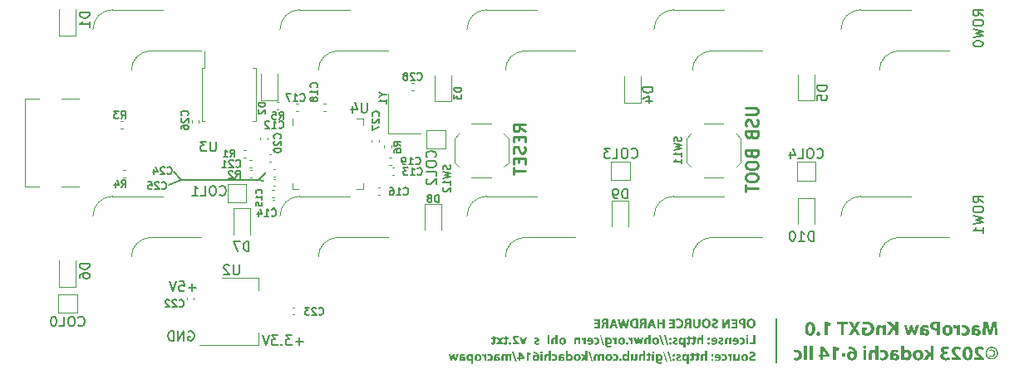
<source format=gbr>
%TF.GenerationSoftware,KiCad,Pcbnew,(7.0.0-0)*%
%TF.CreationDate,2023-04-10T20:33:14-04:00*%
%TF.ProjectId,KnGYT,4b6e4759-542e-46b6-9963-61645f706362,rev?*%
%TF.SameCoordinates,Original*%
%TF.FileFunction,Legend,Bot*%
%TF.FilePolarity,Positive*%
%FSLAX46Y46*%
G04 Gerber Fmt 4.6, Leading zero omitted, Abs format (unit mm)*
G04 Created by KiCad (PCBNEW (7.0.0-0)) date 2023-04-10 20:33:14*
%MOMM*%
%LPD*%
G01*
G04 APERTURE LIST*
%ADD10C,0.150000*%
%ADD11C,0.250000*%
%ADD12C,0.300000*%
%ADD13C,0.120000*%
G04 APERTURE END LIST*
D10*
X142400000Y-83750000D02*
X142400000Y-88275000D01*
X81025000Y-68800000D02*
X81825000Y-69625000D01*
X89715000Y-69625000D02*
X90220000Y-69710000D01*
X90470000Y-68880000D02*
X89715000Y-69625000D01*
X80525000Y-70175000D02*
X81825000Y-69625000D01*
X89715000Y-69625000D02*
X81825000Y-69625000D01*
D11*
X139338857Y-62260714D02*
X140310285Y-62260714D01*
X140310285Y-62260714D02*
X140424571Y-62317857D01*
X140424571Y-62317857D02*
X140481714Y-62375000D01*
X140481714Y-62375000D02*
X140538857Y-62489285D01*
X140538857Y-62489285D02*
X140538857Y-62717857D01*
X140538857Y-62717857D02*
X140481714Y-62832142D01*
X140481714Y-62832142D02*
X140424571Y-62889285D01*
X140424571Y-62889285D02*
X140310285Y-62946428D01*
X140310285Y-62946428D02*
X139338857Y-62946428D01*
X140481714Y-63460714D02*
X140538857Y-63632143D01*
X140538857Y-63632143D02*
X140538857Y-63917857D01*
X140538857Y-63917857D02*
X140481714Y-64032143D01*
X140481714Y-64032143D02*
X140424571Y-64089285D01*
X140424571Y-64089285D02*
X140310285Y-64146428D01*
X140310285Y-64146428D02*
X140196000Y-64146428D01*
X140196000Y-64146428D02*
X140081714Y-64089285D01*
X140081714Y-64089285D02*
X140024571Y-64032143D01*
X140024571Y-64032143D02*
X139967428Y-63917857D01*
X139967428Y-63917857D02*
X139910285Y-63689285D01*
X139910285Y-63689285D02*
X139853142Y-63575000D01*
X139853142Y-63575000D02*
X139796000Y-63517857D01*
X139796000Y-63517857D02*
X139681714Y-63460714D01*
X139681714Y-63460714D02*
X139567428Y-63460714D01*
X139567428Y-63460714D02*
X139453142Y-63517857D01*
X139453142Y-63517857D02*
X139396000Y-63575000D01*
X139396000Y-63575000D02*
X139338857Y-63689285D01*
X139338857Y-63689285D02*
X139338857Y-63975000D01*
X139338857Y-63975000D02*
X139396000Y-64146428D01*
X139910285Y-65060714D02*
X139967428Y-65232142D01*
X139967428Y-65232142D02*
X140024571Y-65289285D01*
X140024571Y-65289285D02*
X140138857Y-65346428D01*
X140138857Y-65346428D02*
X140310285Y-65346428D01*
X140310285Y-65346428D02*
X140424571Y-65289285D01*
X140424571Y-65289285D02*
X140481714Y-65232142D01*
X140481714Y-65232142D02*
X140538857Y-65117857D01*
X140538857Y-65117857D02*
X140538857Y-64660714D01*
X140538857Y-64660714D02*
X139338857Y-64660714D01*
X139338857Y-64660714D02*
X139338857Y-65060714D01*
X139338857Y-65060714D02*
X139396000Y-65175000D01*
X139396000Y-65175000D02*
X139453142Y-65232142D01*
X139453142Y-65232142D02*
X139567428Y-65289285D01*
X139567428Y-65289285D02*
X139681714Y-65289285D01*
X139681714Y-65289285D02*
X139796000Y-65232142D01*
X139796000Y-65232142D02*
X139853142Y-65175000D01*
X139853142Y-65175000D02*
X139910285Y-65060714D01*
X139910285Y-65060714D02*
X139910285Y-64660714D01*
X139910285Y-66980714D02*
X139967428Y-67152142D01*
X139967428Y-67152142D02*
X140024571Y-67209285D01*
X140024571Y-67209285D02*
X140138857Y-67266428D01*
X140138857Y-67266428D02*
X140310285Y-67266428D01*
X140310285Y-67266428D02*
X140424571Y-67209285D01*
X140424571Y-67209285D02*
X140481714Y-67152142D01*
X140481714Y-67152142D02*
X140538857Y-67037857D01*
X140538857Y-67037857D02*
X140538857Y-66580714D01*
X140538857Y-66580714D02*
X139338857Y-66580714D01*
X139338857Y-66580714D02*
X139338857Y-66980714D01*
X139338857Y-66980714D02*
X139396000Y-67095000D01*
X139396000Y-67095000D02*
X139453142Y-67152142D01*
X139453142Y-67152142D02*
X139567428Y-67209285D01*
X139567428Y-67209285D02*
X139681714Y-67209285D01*
X139681714Y-67209285D02*
X139796000Y-67152142D01*
X139796000Y-67152142D02*
X139853142Y-67095000D01*
X139853142Y-67095000D02*
X139910285Y-66980714D01*
X139910285Y-66980714D02*
X139910285Y-66580714D01*
X139338857Y-68009285D02*
X139338857Y-68237857D01*
X139338857Y-68237857D02*
X139396000Y-68352142D01*
X139396000Y-68352142D02*
X139510285Y-68466428D01*
X139510285Y-68466428D02*
X139738857Y-68523571D01*
X139738857Y-68523571D02*
X140138857Y-68523571D01*
X140138857Y-68523571D02*
X140367428Y-68466428D01*
X140367428Y-68466428D02*
X140481714Y-68352142D01*
X140481714Y-68352142D02*
X140538857Y-68237857D01*
X140538857Y-68237857D02*
X140538857Y-68009285D01*
X140538857Y-68009285D02*
X140481714Y-67895000D01*
X140481714Y-67895000D02*
X140367428Y-67780714D01*
X140367428Y-67780714D02*
X140138857Y-67723571D01*
X140138857Y-67723571D02*
X139738857Y-67723571D01*
X139738857Y-67723571D02*
X139510285Y-67780714D01*
X139510285Y-67780714D02*
X139396000Y-67895000D01*
X139396000Y-67895000D02*
X139338857Y-68009285D01*
X139338857Y-69266428D02*
X139338857Y-69495000D01*
X139338857Y-69495000D02*
X139396000Y-69609285D01*
X139396000Y-69609285D02*
X139510285Y-69723571D01*
X139510285Y-69723571D02*
X139738857Y-69780714D01*
X139738857Y-69780714D02*
X140138857Y-69780714D01*
X140138857Y-69780714D02*
X140367428Y-69723571D01*
X140367428Y-69723571D02*
X140481714Y-69609285D01*
X140481714Y-69609285D02*
X140538857Y-69495000D01*
X140538857Y-69495000D02*
X140538857Y-69266428D01*
X140538857Y-69266428D02*
X140481714Y-69152143D01*
X140481714Y-69152143D02*
X140367428Y-69037857D01*
X140367428Y-69037857D02*
X140138857Y-68980714D01*
X140138857Y-68980714D02*
X139738857Y-68980714D01*
X139738857Y-68980714D02*
X139510285Y-69037857D01*
X139510285Y-69037857D02*
X139396000Y-69152143D01*
X139396000Y-69152143D02*
X139338857Y-69266428D01*
X139338857Y-70123571D02*
X139338857Y-70809286D01*
X140538857Y-70466428D02*
X139338857Y-70466428D01*
D12*
G36*
X163743353Y-85500000D02*
G01*
X163430478Y-85500000D01*
X163508147Y-84093161D01*
X163926168Y-84093161D01*
X164077477Y-84562473D01*
X164081811Y-84577190D01*
X164086155Y-84592071D01*
X164090509Y-84607107D01*
X164094870Y-84622287D01*
X164099236Y-84637603D01*
X164103605Y-84653043D01*
X164107975Y-84668599D01*
X164112344Y-84684261D01*
X164116711Y-84700019D01*
X164121073Y-84715863D01*
X164125429Y-84731784D01*
X164129776Y-84747771D01*
X164134113Y-84763816D01*
X164138437Y-84779908D01*
X164142747Y-84796038D01*
X164147040Y-84812196D01*
X164151316Y-84828373D01*
X164155571Y-84844557D01*
X164159804Y-84860741D01*
X164164012Y-84876913D01*
X164168195Y-84893065D01*
X164172350Y-84909187D01*
X164176475Y-84925268D01*
X164180568Y-84941300D01*
X164184628Y-84957272D01*
X164188651Y-84973174D01*
X164192637Y-84988998D01*
X164196583Y-85004733D01*
X164200488Y-85020369D01*
X164204349Y-85035898D01*
X164208164Y-85051308D01*
X164211933Y-85066591D01*
X164218161Y-85066591D01*
X164221151Y-85051132D01*
X164224211Y-85035604D01*
X164227341Y-85020012D01*
X164230536Y-85004361D01*
X164233796Y-84988656D01*
X164237118Y-84972904D01*
X164240499Y-84957109D01*
X164243938Y-84941277D01*
X164247432Y-84925413D01*
X164250979Y-84909523D01*
X164254577Y-84893612D01*
X164258224Y-84877686D01*
X164261917Y-84861750D01*
X164265654Y-84845809D01*
X164269434Y-84829870D01*
X164273253Y-84813937D01*
X164277109Y-84798015D01*
X164281001Y-84782111D01*
X164284927Y-84766229D01*
X164288883Y-84750376D01*
X164292867Y-84734556D01*
X164296879Y-84718775D01*
X164300914Y-84703039D01*
X164304972Y-84687352D01*
X164309049Y-84671721D01*
X164313144Y-84656150D01*
X164317255Y-84640645D01*
X164321379Y-84625212D01*
X164325514Y-84609857D01*
X164329657Y-84594583D01*
X164333807Y-84579397D01*
X164337962Y-84564305D01*
X164476448Y-84093161D01*
X164902896Y-84093161D01*
X164993021Y-85500000D01*
X164696999Y-85500000D01*
X164671720Y-84966573D01*
X164670736Y-84950036D01*
X164669777Y-84933269D01*
X164668842Y-84916285D01*
X164667929Y-84899095D01*
X164667036Y-84881712D01*
X164666164Y-84864150D01*
X164665309Y-84846419D01*
X164664473Y-84828534D01*
X164663652Y-84810506D01*
X164662846Y-84792347D01*
X164662054Y-84774071D01*
X164661274Y-84755689D01*
X164660506Y-84737214D01*
X164659747Y-84718660D01*
X164658998Y-84700037D01*
X164658256Y-84681359D01*
X164657520Y-84662637D01*
X164656790Y-84643886D01*
X164656064Y-84625116D01*
X164655341Y-84606341D01*
X164654619Y-84587573D01*
X164653898Y-84568824D01*
X164653175Y-84550108D01*
X164652451Y-84531435D01*
X164651724Y-84512820D01*
X164650992Y-84494274D01*
X164650255Y-84475810D01*
X164649510Y-84457440D01*
X164648758Y-84439177D01*
X164647996Y-84421033D01*
X164647224Y-84403021D01*
X164646441Y-84385153D01*
X164642411Y-84385153D01*
X164639208Y-84402407D01*
X164635923Y-84419749D01*
X164632558Y-84437170D01*
X164629117Y-84454659D01*
X164625602Y-84472209D01*
X164622017Y-84489809D01*
X164618364Y-84507452D01*
X164614647Y-84525127D01*
X164610869Y-84542826D01*
X164607033Y-84560539D01*
X164603141Y-84578258D01*
X164599198Y-84595973D01*
X164595206Y-84613675D01*
X164591168Y-84631355D01*
X164587088Y-84649004D01*
X164582968Y-84666612D01*
X164578811Y-84684172D01*
X164574622Y-84701672D01*
X164570401Y-84719106D01*
X164566154Y-84736462D01*
X164561882Y-84753733D01*
X164557590Y-84770908D01*
X164553279Y-84787980D01*
X164548953Y-84804938D01*
X164544616Y-84821774D01*
X164540270Y-84838478D01*
X164535918Y-84855042D01*
X164531564Y-84871456D01*
X164527210Y-84887711D01*
X164522860Y-84903798D01*
X164518517Y-84919708D01*
X164514183Y-84935432D01*
X164362875Y-85477285D01*
X164113014Y-85477285D01*
X163940823Y-84929204D01*
X163935694Y-84913647D01*
X163930545Y-84897894D01*
X163925379Y-84881955D01*
X163920199Y-84865841D01*
X163915009Y-84849562D01*
X163909813Y-84833128D01*
X163904613Y-84816550D01*
X163899412Y-84799837D01*
X163894215Y-84783001D01*
X163889025Y-84766051D01*
X163883844Y-84748997D01*
X163878677Y-84731850D01*
X163873526Y-84714621D01*
X163868396Y-84697318D01*
X163863288Y-84679953D01*
X163858208Y-84662537D01*
X163853157Y-84645078D01*
X163848140Y-84627588D01*
X163843160Y-84610076D01*
X163838219Y-84592553D01*
X163833323Y-84575030D01*
X163828473Y-84557516D01*
X163823673Y-84540021D01*
X163818927Y-84522557D01*
X163814237Y-84505133D01*
X163809608Y-84487759D01*
X163805043Y-84470446D01*
X163800544Y-84453204D01*
X163796116Y-84436044D01*
X163791761Y-84418975D01*
X163787484Y-84402008D01*
X163783286Y-84385153D01*
X163777058Y-84385153D01*
X163777040Y-84404316D01*
X163776987Y-84423471D01*
X163776899Y-84442611D01*
X163776778Y-84461730D01*
X163776626Y-84480821D01*
X163776442Y-84499878D01*
X163776229Y-84518894D01*
X163775988Y-84537864D01*
X163775719Y-84556781D01*
X163775424Y-84575638D01*
X163775103Y-84594429D01*
X163774759Y-84613148D01*
X163774392Y-84631789D01*
X163774003Y-84650344D01*
X163773594Y-84668808D01*
X163773165Y-84687175D01*
X163772719Y-84705437D01*
X163772255Y-84723589D01*
X163771775Y-84741623D01*
X163771280Y-84759535D01*
X163770772Y-84777317D01*
X163770251Y-84794963D01*
X163769718Y-84812467D01*
X163769176Y-84829822D01*
X163768624Y-84847022D01*
X163768064Y-84864060D01*
X163767497Y-84880931D01*
X163766925Y-84897627D01*
X163766348Y-84914143D01*
X163765768Y-84930472D01*
X163765185Y-84946607D01*
X163764602Y-84962543D01*
X163743353Y-85500000D01*
G37*
G36*
X162801991Y-84445017D02*
G01*
X162819129Y-84445448D01*
X162835985Y-84446153D01*
X162852556Y-84447121D01*
X162868839Y-84448340D01*
X162884827Y-84449799D01*
X162900518Y-84451488D01*
X162915907Y-84453394D01*
X162930991Y-84455507D01*
X162945764Y-84457815D01*
X162960223Y-84460308D01*
X162988182Y-84465801D01*
X163014834Y-84471896D01*
X163040146Y-84478504D01*
X163064085Y-84485535D01*
X163086617Y-84492900D01*
X163107710Y-84500508D01*
X163127329Y-84508271D01*
X163145442Y-84516099D01*
X163162015Y-84523901D01*
X163177015Y-84531589D01*
X163183914Y-84535362D01*
X163124930Y-84740160D01*
X163111852Y-84732478D01*
X163097809Y-84724984D01*
X163082875Y-84717721D01*
X163067124Y-84710731D01*
X163050631Y-84704056D01*
X163033469Y-84697740D01*
X163015712Y-84691824D01*
X162997435Y-84686350D01*
X162978711Y-84681362D01*
X162959615Y-84676901D01*
X162940220Y-84673011D01*
X162920601Y-84669732D01*
X162900832Y-84667109D01*
X162880987Y-84665182D01*
X162861139Y-84663995D01*
X162841364Y-84663590D01*
X162813304Y-84664463D01*
X162788105Y-84666984D01*
X162765621Y-84671009D01*
X162745708Y-84676390D01*
X162728221Y-84682981D01*
X162713015Y-84690638D01*
X162699944Y-84699213D01*
X162684026Y-84713479D01*
X162672099Y-84728992D01*
X162663674Y-84745257D01*
X162658261Y-84761784D01*
X162655372Y-84778079D01*
X162654518Y-84793649D01*
X162654518Y-84808304D01*
X162688222Y-84808480D01*
X162721178Y-84809423D01*
X162753364Y-84811134D01*
X162784759Y-84813615D01*
X162815342Y-84816868D01*
X162845092Y-84820896D01*
X162873988Y-84825699D01*
X162902009Y-84831282D01*
X162929133Y-84837644D01*
X162955340Y-84844789D01*
X162980609Y-84852718D01*
X163004918Y-84861434D01*
X163028247Y-84870938D01*
X163050574Y-84881232D01*
X163071879Y-84892319D01*
X163092140Y-84904200D01*
X163111336Y-84916877D01*
X163129447Y-84930353D01*
X163146450Y-84944629D01*
X163162326Y-84959708D01*
X163177053Y-84975591D01*
X163190609Y-84992281D01*
X163202975Y-85009779D01*
X163214128Y-85028088D01*
X163224048Y-85047209D01*
X163232714Y-85067145D01*
X163240104Y-85087897D01*
X163246198Y-85109468D01*
X163250974Y-85131859D01*
X163254412Y-85155073D01*
X163256490Y-85179112D01*
X163257187Y-85203977D01*
X163256826Y-85219721D01*
X163255746Y-85235337D01*
X163253955Y-85250802D01*
X163251461Y-85266090D01*
X163248270Y-85281178D01*
X163244390Y-85296040D01*
X163239829Y-85310653D01*
X163234593Y-85324992D01*
X163228690Y-85339032D01*
X163222127Y-85352750D01*
X163214912Y-85366121D01*
X163207052Y-85379119D01*
X163198554Y-85391722D01*
X163189425Y-85403904D01*
X163179673Y-85415642D01*
X163169306Y-85426910D01*
X163158329Y-85437684D01*
X163146752Y-85447940D01*
X163134580Y-85457654D01*
X163121822Y-85466801D01*
X163108485Y-85475356D01*
X163094575Y-85483295D01*
X163080101Y-85490594D01*
X163065069Y-85497229D01*
X163049488Y-85503174D01*
X163033363Y-85508406D01*
X163016703Y-85512900D01*
X162999515Y-85516632D01*
X162981806Y-85519577D01*
X162963584Y-85521711D01*
X162944855Y-85523009D01*
X162925628Y-85523447D01*
X162902955Y-85522933D01*
X162880709Y-85521398D01*
X162858920Y-85518851D01*
X162837620Y-85515301D01*
X162816839Y-85510757D01*
X162796609Y-85505228D01*
X162776960Y-85498724D01*
X162757924Y-85491253D01*
X162739533Y-85482824D01*
X162721816Y-85473447D01*
X162704806Y-85463132D01*
X162688533Y-85451886D01*
X162673028Y-85439719D01*
X162658323Y-85426640D01*
X162644449Y-85412659D01*
X162631437Y-85397784D01*
X162625209Y-85397784D01*
X162606158Y-85500000D01*
X162318562Y-85500000D01*
X162321378Y-85482845D01*
X162323860Y-85463846D01*
X162326019Y-85443168D01*
X162327285Y-85428530D01*
X162328418Y-85413268D01*
X162329420Y-85397431D01*
X162330296Y-85381067D01*
X162331049Y-85364225D01*
X162331684Y-85346954D01*
X162332203Y-85329302D01*
X162332611Y-85311320D01*
X162332912Y-85293054D01*
X162333108Y-85274555D01*
X162333205Y-85255871D01*
X162333217Y-85246475D01*
X162333217Y-85121912D01*
X162643893Y-85121912D01*
X162644415Y-85138254D01*
X162645980Y-85154352D01*
X162648588Y-85169961D01*
X162650488Y-85178332D01*
X162657505Y-85196713D01*
X162666712Y-85214215D01*
X162677959Y-85230636D01*
X162691099Y-85245771D01*
X162705982Y-85259419D01*
X162722460Y-85271377D01*
X162740385Y-85281441D01*
X162759607Y-85289409D01*
X162779980Y-85295078D01*
X162801353Y-85298244D01*
X162816085Y-85298866D01*
X162835702Y-85297782D01*
X162854244Y-85294526D01*
X162871524Y-85289087D01*
X162887356Y-85281458D01*
X162901553Y-85271629D01*
X162913928Y-85259590D01*
X162924296Y-85245334D01*
X162932468Y-85228850D01*
X162938260Y-85210130D01*
X162941483Y-85189164D01*
X162942114Y-85173935D01*
X162940612Y-85151037D01*
X162936197Y-85130108D01*
X162929003Y-85111085D01*
X162919165Y-85093902D01*
X162906817Y-85078494D01*
X162892094Y-85064797D01*
X162875132Y-85052745D01*
X162856064Y-85042273D01*
X162835026Y-85033317D01*
X162812151Y-85025812D01*
X162787576Y-85019692D01*
X162761433Y-85014893D01*
X162733859Y-85011350D01*
X162704988Y-85008998D01*
X162690108Y-85008248D01*
X162674955Y-85007771D01*
X162659544Y-85007560D01*
X162643893Y-85007606D01*
X162643893Y-85121912D01*
X162333217Y-85121912D01*
X162333217Y-84885973D01*
X162333540Y-84863659D01*
X162334526Y-84841594D01*
X162336197Y-84819809D01*
X162338576Y-84798332D01*
X162341685Y-84777196D01*
X162345548Y-84756428D01*
X162350186Y-84736061D01*
X162355622Y-84716123D01*
X162361880Y-84696645D01*
X162368981Y-84677657D01*
X162376949Y-84659190D01*
X162385806Y-84641272D01*
X162395574Y-84623935D01*
X162406277Y-84607209D01*
X162417938Y-84591123D01*
X162430578Y-84575708D01*
X162444220Y-84560994D01*
X162458888Y-84547011D01*
X162474604Y-84533789D01*
X162491390Y-84521358D01*
X162509269Y-84509749D01*
X162528265Y-84498991D01*
X162548398Y-84489115D01*
X162569693Y-84480150D01*
X162592172Y-84472127D01*
X162615857Y-84465077D01*
X162640772Y-84459028D01*
X162666939Y-84454012D01*
X162694380Y-84450058D01*
X162723118Y-84447196D01*
X162753176Y-84445457D01*
X162784577Y-84444870D01*
X162801991Y-84445017D01*
G37*
G36*
X161349162Y-85237683D02*
G01*
X161363048Y-85243433D01*
X161377524Y-85248718D01*
X161392618Y-85253514D01*
X161408359Y-85257801D01*
X161424776Y-85261557D01*
X161441898Y-85264760D01*
X161459755Y-85267388D01*
X161478374Y-85269419D01*
X161497786Y-85270832D01*
X161518019Y-85271605D01*
X161531978Y-85271755D01*
X161560737Y-85270589D01*
X161588667Y-85267100D01*
X161615627Y-85261300D01*
X161641475Y-85253202D01*
X161666069Y-85242817D01*
X161689268Y-85230159D01*
X161710930Y-85215239D01*
X161730914Y-85198070D01*
X161749077Y-85178664D01*
X161765277Y-85157033D01*
X161779375Y-85133191D01*
X161791226Y-85107148D01*
X161796266Y-85093306D01*
X161800691Y-85078918D01*
X161804484Y-85063987D01*
X161807627Y-85048513D01*
X161810102Y-85032499D01*
X161811892Y-85015946D01*
X161812979Y-84998855D01*
X161813346Y-84981228D01*
X161813227Y-84965470D01*
X161812465Y-84950011D01*
X161811070Y-84934864D01*
X161809052Y-84920043D01*
X161806419Y-84905559D01*
X161799348Y-84877661D01*
X161789936Y-84851274D01*
X161778259Y-84826505D01*
X161764394Y-84803460D01*
X161748417Y-84782243D01*
X161730405Y-84762962D01*
X161710436Y-84745722D01*
X161688585Y-84730627D01*
X161664929Y-84717785D01*
X161639546Y-84707301D01*
X161612512Y-84699281D01*
X161583903Y-84693829D01*
X161569032Y-84692100D01*
X161553797Y-84691053D01*
X161538206Y-84690701D01*
X161522791Y-84690874D01*
X161508000Y-84691379D01*
X161486956Y-84692719D01*
X161467249Y-84694699D01*
X161448839Y-84697254D01*
X161431686Y-84700318D01*
X161415750Y-84703826D01*
X161400991Y-84707714D01*
X161383075Y-84713375D01*
X161367087Y-84719439D01*
X161359787Y-84722575D01*
X161309228Y-84485170D01*
X161328817Y-84478335D01*
X161349555Y-84472064D01*
X161363937Y-84468209D01*
X161378707Y-84464622D01*
X161393818Y-84461310D01*
X161409219Y-84458281D01*
X161424862Y-84455541D01*
X161440699Y-84453097D01*
X161456679Y-84450956D01*
X161472756Y-84449126D01*
X161488879Y-84447612D01*
X161504999Y-84446423D01*
X161521069Y-84445565D01*
X161537039Y-84445045D01*
X161552861Y-84444870D01*
X161588199Y-84445585D01*
X161622496Y-84447705D01*
X161655745Y-84451197D01*
X161687942Y-84456026D01*
X161719081Y-84462157D01*
X161749157Y-84469557D01*
X161778164Y-84478189D01*
X161806098Y-84488021D01*
X161832954Y-84499018D01*
X161858726Y-84511144D01*
X161883408Y-84524366D01*
X161906996Y-84538650D01*
X161929484Y-84553960D01*
X161950868Y-84570262D01*
X161971141Y-84587521D01*
X161990300Y-84605704D01*
X162008337Y-84624776D01*
X162025249Y-84644702D01*
X162041030Y-84665448D01*
X162055674Y-84686979D01*
X162069177Y-84709260D01*
X162081533Y-84732258D01*
X162092738Y-84755938D01*
X162102785Y-84780265D01*
X162111670Y-84805206D01*
X162119387Y-84830724D01*
X162125931Y-84856786D01*
X162131297Y-84883358D01*
X162135480Y-84910405D01*
X162138474Y-84937892D01*
X162140274Y-84965786D01*
X162140875Y-84994050D01*
X162140257Y-85024225D01*
X162138412Y-85053669D01*
X162135359Y-85082369D01*
X162131113Y-85110309D01*
X162125692Y-85137474D01*
X162119114Y-85163850D01*
X162111394Y-85189421D01*
X162102550Y-85214172D01*
X162092599Y-85238089D01*
X162081558Y-85261157D01*
X162069444Y-85283360D01*
X162056273Y-85304684D01*
X162042063Y-85325113D01*
X162026831Y-85344633D01*
X162010594Y-85363229D01*
X161993368Y-85380885D01*
X161975171Y-85397588D01*
X161956019Y-85413321D01*
X161935930Y-85428070D01*
X161914921Y-85441820D01*
X161893008Y-85454556D01*
X161870209Y-85466263D01*
X161846540Y-85476926D01*
X161822018Y-85486530D01*
X161796661Y-85495060D01*
X161770485Y-85502502D01*
X161743508Y-85508839D01*
X161715746Y-85514058D01*
X161687216Y-85518143D01*
X161657936Y-85521080D01*
X161627922Y-85522853D01*
X161597191Y-85523447D01*
X161574500Y-85523182D01*
X161552214Y-85522406D01*
X161530382Y-85521153D01*
X161509057Y-85519451D01*
X161488290Y-85517333D01*
X161468133Y-85514830D01*
X161448637Y-85511973D01*
X161429854Y-85508792D01*
X161411835Y-85505320D01*
X161394631Y-85501587D01*
X161378295Y-85497624D01*
X161362878Y-85493462D01*
X161348431Y-85489133D01*
X161328692Y-85482394D01*
X161311427Y-85475453D01*
X161349162Y-85237683D01*
G37*
G36*
X161135572Y-85500000D02*
G01*
X160816102Y-85500000D01*
X160816102Y-84976831D01*
X160815904Y-84962129D01*
X160815146Y-84945424D01*
X160813777Y-84929376D01*
X160811750Y-84914169D01*
X160809874Y-84903925D01*
X160805272Y-84885736D01*
X160799319Y-84868430D01*
X160792046Y-84852045D01*
X160783484Y-84836623D01*
X160773664Y-84822203D01*
X160762617Y-84808825D01*
X160750375Y-84796531D01*
X160736967Y-84785360D01*
X160722427Y-84775353D01*
X160706784Y-84766549D01*
X160690070Y-84758989D01*
X160672316Y-84752714D01*
X160653552Y-84747763D01*
X160633812Y-84744176D01*
X160613124Y-84741995D01*
X160591521Y-84741259D01*
X160575439Y-84741549D01*
X160560454Y-84742395D01*
X160543802Y-84744098D01*
X160528463Y-84746497D01*
X160512036Y-84750098D01*
X160505425Y-84751884D01*
X160505425Y-84449267D01*
X160521522Y-84446725D01*
X160536658Y-84445420D01*
X160553030Y-84444939D01*
X160570097Y-84444871D01*
X160572836Y-84444870D01*
X160591612Y-84445614D01*
X160610884Y-84447869D01*
X160630503Y-84451669D01*
X160650322Y-84457046D01*
X160670193Y-84464036D01*
X160689967Y-84472672D01*
X160709496Y-84482987D01*
X160728633Y-84495017D01*
X160747228Y-84508793D01*
X160765135Y-84524351D01*
X160782204Y-84541723D01*
X160798288Y-84560945D01*
X160813238Y-84582049D01*
X160826907Y-84605070D01*
X160839146Y-84630040D01*
X160849808Y-84656995D01*
X160858234Y-84656995D01*
X160868859Y-84468318D01*
X161143998Y-84468318D01*
X161143179Y-84485076D01*
X161142374Y-84502146D01*
X161141588Y-84519587D01*
X161140827Y-84537463D01*
X161140096Y-84555835D01*
X161139400Y-84574764D01*
X161138745Y-84594313D01*
X161138136Y-84614543D01*
X161137579Y-84635515D01*
X161137079Y-84657292D01*
X161136641Y-84679935D01*
X161136270Y-84703506D01*
X161135973Y-84728067D01*
X161135753Y-84753679D01*
X161135618Y-84780404D01*
X161135572Y-84808304D01*
X161135572Y-85500000D01*
G37*
G36*
X159895603Y-84445489D02*
G01*
X159925513Y-84447334D01*
X159954732Y-84450390D01*
X159983239Y-84454639D01*
X160011015Y-84460066D01*
X160038041Y-84466654D01*
X160064296Y-84474386D01*
X160089762Y-84483247D01*
X160114419Y-84493220D01*
X160138246Y-84504288D01*
X160161225Y-84516436D01*
X160183337Y-84529647D01*
X160204560Y-84543904D01*
X160224876Y-84559191D01*
X160244266Y-84575492D01*
X160262709Y-84592790D01*
X160280186Y-84611069D01*
X160296677Y-84630313D01*
X160312164Y-84650506D01*
X160326625Y-84671630D01*
X160340042Y-84693670D01*
X160352395Y-84716609D01*
X160363665Y-84740430D01*
X160373832Y-84765119D01*
X160382876Y-84790657D01*
X160390777Y-84817029D01*
X160397517Y-84844218D01*
X160403075Y-84872209D01*
X160407432Y-84900983D01*
X160410569Y-84930527D01*
X160412465Y-84960822D01*
X160413101Y-84991852D01*
X160412430Y-85022806D01*
X160410436Y-85052945D01*
X160407148Y-85082256D01*
X160402597Y-85110730D01*
X160396811Y-85138354D01*
X160389821Y-85165120D01*
X160381655Y-85191014D01*
X160372343Y-85216027D01*
X160361915Y-85240148D01*
X160350401Y-85263365D01*
X160337829Y-85285668D01*
X160324229Y-85307045D01*
X160309632Y-85327486D01*
X160294065Y-85346980D01*
X160277560Y-85365516D01*
X160260144Y-85383084D01*
X160241849Y-85399671D01*
X160222703Y-85415267D01*
X160202736Y-85429861D01*
X160181977Y-85443443D01*
X160160456Y-85456001D01*
X160138203Y-85467524D01*
X160115247Y-85478002D01*
X160091617Y-85487423D01*
X160067343Y-85495777D01*
X160042455Y-85503052D01*
X160016981Y-85509238D01*
X159990952Y-85514324D01*
X159964398Y-85518299D01*
X159937347Y-85521152D01*
X159909829Y-85522871D01*
X159881873Y-85523447D01*
X159856111Y-85522941D01*
X159830446Y-85521421D01*
X159804925Y-85518879D01*
X159779595Y-85515309D01*
X159754504Y-85510705D01*
X159729698Y-85505061D01*
X159705226Y-85498371D01*
X159681134Y-85490629D01*
X159657470Y-85481827D01*
X159634281Y-85471960D01*
X159611614Y-85461022D01*
X159589517Y-85449007D01*
X159568036Y-85435908D01*
X159547220Y-85421718D01*
X159527115Y-85406433D01*
X159507769Y-85390044D01*
X159489230Y-85372548D01*
X159471543Y-85353936D01*
X159454757Y-85334203D01*
X159438919Y-85313342D01*
X159424077Y-85291348D01*
X159410277Y-85268213D01*
X159397567Y-85243933D01*
X159385993Y-85218500D01*
X159375605Y-85191909D01*
X159366448Y-85164152D01*
X159358570Y-85135225D01*
X159352018Y-85105120D01*
X159346840Y-85073831D01*
X159343083Y-85041353D01*
X159340794Y-85007678D01*
X159340256Y-84983426D01*
X159669748Y-84983426D01*
X159669981Y-85000726D01*
X159670675Y-85017654D01*
X159671825Y-85034198D01*
X159673422Y-85050347D01*
X159675461Y-85066088D01*
X159677935Y-85081411D01*
X159680838Y-85096304D01*
X159684162Y-85110755D01*
X159692051Y-85138284D01*
X159701549Y-85163907D01*
X159712603Y-85187530D01*
X159725161Y-85209060D01*
X159739170Y-85228406D01*
X159754577Y-85245473D01*
X159771331Y-85260169D01*
X159789378Y-85272401D01*
X159808665Y-85282077D01*
X159829141Y-85289103D01*
X159850752Y-85293387D01*
X159873447Y-85294836D01*
X159898324Y-85293290D01*
X159921702Y-85288743D01*
X159943565Y-85281324D01*
X159963899Y-85271165D01*
X159982689Y-85258398D01*
X159999922Y-85243155D01*
X160015582Y-85225566D01*
X160029655Y-85205763D01*
X160042127Y-85183878D01*
X160052983Y-85160043D01*
X160062209Y-85134388D01*
X160069789Y-85107045D01*
X160075711Y-85078146D01*
X160078045Y-85063154D01*
X160079958Y-85047822D01*
X160081450Y-85032167D01*
X160082517Y-85016205D01*
X160083159Y-84999952D01*
X160083374Y-84983426D01*
X160082702Y-84954752D01*
X160080649Y-84926182D01*
X160077155Y-84897957D01*
X160072159Y-84870317D01*
X160065603Y-84843503D01*
X160057427Y-84817757D01*
X160047571Y-84793319D01*
X160035975Y-84770431D01*
X160022581Y-84749333D01*
X160007328Y-84730266D01*
X159990157Y-84713471D01*
X159971008Y-84699190D01*
X159949823Y-84687663D01*
X159926540Y-84679131D01*
X159901102Y-84673835D01*
X159873447Y-84672016D01*
X159847311Y-84673815D01*
X159823145Y-84679056D01*
X159800911Y-84687506D01*
X159780568Y-84698933D01*
X159762077Y-84713103D01*
X159745400Y-84729783D01*
X159730498Y-84748741D01*
X159717330Y-84769744D01*
X159705858Y-84792559D01*
X159696043Y-84816952D01*
X159687845Y-84842691D01*
X159681226Y-84869544D01*
X159676146Y-84897276D01*
X159672565Y-84925656D01*
X159670446Y-84954450D01*
X159669748Y-84983426D01*
X159340256Y-84983426D01*
X159340020Y-84972801D01*
X159340632Y-84943888D01*
X159342455Y-84915554D01*
X159345469Y-84887820D01*
X159349656Y-84860708D01*
X159354996Y-84834242D01*
X159361470Y-84808443D01*
X159369060Y-84783334D01*
X159377745Y-84758936D01*
X159387506Y-84735273D01*
X159398325Y-84712366D01*
X159410182Y-84690238D01*
X159423058Y-84668911D01*
X159436934Y-84648407D01*
X159451790Y-84628748D01*
X159467608Y-84609958D01*
X159484368Y-84592057D01*
X159502051Y-84575069D01*
X159520638Y-84559015D01*
X159540110Y-84543919D01*
X159560447Y-84529801D01*
X159581631Y-84516685D01*
X159603642Y-84504592D01*
X159626460Y-84493546D01*
X159650068Y-84483568D01*
X159674445Y-84474680D01*
X159699572Y-84466905D01*
X159725431Y-84460265D01*
X159752001Y-84454782D01*
X159779265Y-84450479D01*
X159807202Y-84447378D01*
X159835794Y-84445501D01*
X159865020Y-84444870D01*
X159895603Y-84445489D01*
G37*
G36*
X158718857Y-84069751D02*
G01*
X158736671Y-84069862D01*
X158754161Y-84070044D01*
X158771329Y-84070297D01*
X158788178Y-84070619D01*
X158804711Y-84071008D01*
X158820932Y-84071462D01*
X158836842Y-84071980D01*
X158852446Y-84072561D01*
X158867745Y-84073202D01*
X158882743Y-84073902D01*
X158897444Y-84074659D01*
X158925962Y-84076340D01*
X158953323Y-84078231D01*
X158979551Y-84080320D01*
X159004668Y-84082593D01*
X159028700Y-84085038D01*
X159051669Y-84087642D01*
X159073599Y-84090392D01*
X159094513Y-84093275D01*
X159114436Y-84096278D01*
X159133391Y-84099389D01*
X159133391Y-85500000D01*
X158816486Y-85500000D01*
X158816486Y-84989288D01*
X158798967Y-84991359D01*
X158783175Y-84992779D01*
X158766386Y-84993913D01*
X158748684Y-84994752D01*
X158733923Y-84995204D01*
X158718674Y-84995458D01*
X158706943Y-84995516D01*
X158689334Y-84995380D01*
X158671886Y-84994972D01*
X158654604Y-84994290D01*
X158637493Y-84993331D01*
X158620558Y-84992094D01*
X158603804Y-84990577D01*
X158587235Y-84988778D01*
X158570856Y-84986695D01*
X158554672Y-84984325D01*
X158538687Y-84981668D01*
X158522907Y-84978720D01*
X158507335Y-84975481D01*
X158491978Y-84971948D01*
X158476839Y-84968119D01*
X158461924Y-84963993D01*
X158447237Y-84959566D01*
X158432782Y-84954839D01*
X158418566Y-84949807D01*
X158404591Y-84944470D01*
X158390864Y-84938826D01*
X158377389Y-84932872D01*
X158351214Y-84920029D01*
X158326104Y-84905925D01*
X158302097Y-84890544D01*
X158279231Y-84873871D01*
X158257545Y-84855891D01*
X158247156Y-84846406D01*
X158231869Y-84830997D01*
X158217480Y-84814735D01*
X158203999Y-84797645D01*
X158191440Y-84779750D01*
X158179814Y-84761074D01*
X158169135Y-84741640D01*
X158159415Y-84721471D01*
X158150665Y-84700593D01*
X158142898Y-84679027D01*
X158136127Y-84656798D01*
X158130363Y-84633929D01*
X158125620Y-84610444D01*
X158121910Y-84586367D01*
X158119244Y-84561721D01*
X158117635Y-84536529D01*
X158117273Y-84519242D01*
X158434002Y-84519242D01*
X158435224Y-84545678D01*
X158438852Y-84570693D01*
X158444826Y-84594247D01*
X158453087Y-84616300D01*
X158463576Y-84636815D01*
X158476235Y-84655751D01*
X158491004Y-84673070D01*
X158507824Y-84688732D01*
X158526636Y-84702698D01*
X158547381Y-84714929D01*
X158570001Y-84725386D01*
X158594435Y-84734029D01*
X158620625Y-84740820D01*
X158648512Y-84745719D01*
X158663074Y-84747447D01*
X158678037Y-84748687D01*
X158693396Y-84749435D01*
X158709141Y-84749685D01*
X158725880Y-84749595D01*
X158741524Y-84749302D01*
X158759651Y-84748607D01*
X158776324Y-84747490D01*
X158791685Y-84745894D01*
X158808589Y-84743263D01*
X158816486Y-84741625D01*
X158816486Y-84323970D01*
X158801264Y-84320508D01*
X158785166Y-84317800D01*
X158770059Y-84315853D01*
X158752976Y-84314180D01*
X158733922Y-84312853D01*
X158718339Y-84312130D01*
X158701652Y-84311673D01*
X158683862Y-84311514D01*
X158669124Y-84311741D01*
X158640874Y-84313541D01*
X158614285Y-84317106D01*
X158589390Y-84322399D01*
X158566220Y-84329383D01*
X158544807Y-84338020D01*
X158525183Y-84348274D01*
X158507378Y-84360108D01*
X158491426Y-84373485D01*
X158477356Y-84388367D01*
X158465202Y-84404717D01*
X158454995Y-84422500D01*
X158446766Y-84441676D01*
X158440547Y-84462211D01*
X158436370Y-84484065D01*
X158434266Y-84507204D01*
X158434002Y-84519242D01*
X158117273Y-84519242D01*
X158117096Y-84510816D01*
X158117802Y-84485101D01*
X158119886Y-84459912D01*
X158123303Y-84435287D01*
X158128007Y-84411262D01*
X158133952Y-84387875D01*
X158141092Y-84365163D01*
X158149380Y-84343162D01*
X158158770Y-84321909D01*
X158169217Y-84301443D01*
X158180674Y-84281799D01*
X158193094Y-84263015D01*
X158206432Y-84245127D01*
X158220642Y-84228174D01*
X158235677Y-84212191D01*
X158251491Y-84197216D01*
X158268039Y-84183286D01*
X158286305Y-84169574D01*
X158305669Y-84156738D01*
X158326146Y-84144780D01*
X158347751Y-84133701D01*
X158370501Y-84123503D01*
X158394411Y-84114185D01*
X158419495Y-84105750D01*
X158445771Y-84098198D01*
X158473253Y-84091531D01*
X158501957Y-84085749D01*
X158516772Y-84083190D01*
X158531899Y-84080854D01*
X158547339Y-84078739D01*
X158563093Y-84076846D01*
X158579166Y-84075175D01*
X158595557Y-84073727D01*
X158612269Y-84072501D01*
X158629305Y-84071498D01*
X158646665Y-84070717D01*
X158664352Y-84070160D01*
X158682368Y-84069825D01*
X158700715Y-84069713D01*
X158718857Y-84069751D01*
G37*
G36*
X157574706Y-84445017D02*
G01*
X157591843Y-84445448D01*
X157608700Y-84446153D01*
X157625271Y-84447121D01*
X157641553Y-84448340D01*
X157657542Y-84449799D01*
X157673233Y-84451488D01*
X157688622Y-84453394D01*
X157703705Y-84455507D01*
X157718479Y-84457815D01*
X157732938Y-84460308D01*
X157760897Y-84465801D01*
X157787549Y-84471896D01*
X157812861Y-84478504D01*
X157836800Y-84485535D01*
X157859332Y-84492900D01*
X157880424Y-84500508D01*
X157900043Y-84508271D01*
X157918156Y-84516099D01*
X157934729Y-84523901D01*
X157949729Y-84531589D01*
X157956629Y-84535362D01*
X157897644Y-84740160D01*
X157884566Y-84732478D01*
X157870523Y-84724984D01*
X157855590Y-84717721D01*
X157839839Y-84710731D01*
X157823346Y-84704056D01*
X157806183Y-84697740D01*
X157788427Y-84691824D01*
X157770150Y-84686350D01*
X157751426Y-84681362D01*
X157732330Y-84676901D01*
X157712935Y-84673011D01*
X157693316Y-84669732D01*
X157673547Y-84667109D01*
X157653702Y-84665182D01*
X157633854Y-84663995D01*
X157614078Y-84663590D01*
X157586019Y-84664463D01*
X157560820Y-84666984D01*
X157538336Y-84671009D01*
X157518423Y-84676390D01*
X157500936Y-84682981D01*
X157485729Y-84690638D01*
X157472659Y-84699213D01*
X157456741Y-84713479D01*
X157444814Y-84728992D01*
X157436388Y-84745257D01*
X157430976Y-84761784D01*
X157428087Y-84778079D01*
X157427233Y-84793649D01*
X157427233Y-84808304D01*
X157460937Y-84808480D01*
X157493893Y-84809423D01*
X157526079Y-84811134D01*
X157557474Y-84813615D01*
X157588057Y-84816868D01*
X157617807Y-84820896D01*
X157646702Y-84825699D01*
X157674723Y-84831282D01*
X157701848Y-84837644D01*
X157728055Y-84844789D01*
X157753323Y-84852718D01*
X157777633Y-84861434D01*
X157800962Y-84870938D01*
X157823289Y-84881232D01*
X157844594Y-84892319D01*
X157864855Y-84904200D01*
X157884051Y-84916877D01*
X157902161Y-84930353D01*
X157919165Y-84944629D01*
X157935041Y-84959708D01*
X157949767Y-84975591D01*
X157963324Y-84992281D01*
X157975689Y-85009779D01*
X157986843Y-85028088D01*
X157996763Y-85047209D01*
X158005428Y-85067145D01*
X158012818Y-85087897D01*
X158018912Y-85109468D01*
X158023689Y-85131859D01*
X158027126Y-85155073D01*
X158029204Y-85179112D01*
X158029902Y-85203977D01*
X158029540Y-85219721D01*
X158028460Y-85235337D01*
X158026670Y-85250802D01*
X158024175Y-85266090D01*
X158020984Y-85281178D01*
X158017105Y-85296040D01*
X158012543Y-85310653D01*
X158007307Y-85324992D01*
X158001405Y-85339032D01*
X157994842Y-85352750D01*
X157987627Y-85366121D01*
X157979766Y-85379119D01*
X157971268Y-85391722D01*
X157962140Y-85403904D01*
X157952388Y-85415642D01*
X157942020Y-85426910D01*
X157931044Y-85437684D01*
X157919466Y-85447940D01*
X157907295Y-85457654D01*
X157894537Y-85466801D01*
X157881199Y-85475356D01*
X157867290Y-85483295D01*
X157852815Y-85490594D01*
X157837784Y-85497229D01*
X157822202Y-85503174D01*
X157806078Y-85508406D01*
X157789418Y-85512900D01*
X157772230Y-85516632D01*
X157754521Y-85519577D01*
X157736298Y-85521711D01*
X157717570Y-85523009D01*
X157698342Y-85523447D01*
X157675670Y-85522933D01*
X157653424Y-85521398D01*
X157631635Y-85518851D01*
X157610335Y-85515301D01*
X157589554Y-85510757D01*
X157569323Y-85505228D01*
X157549675Y-85498724D01*
X157530639Y-85491253D01*
X157512247Y-85482824D01*
X157494531Y-85473447D01*
X157477520Y-85463132D01*
X157461247Y-85451886D01*
X157445743Y-85439719D01*
X157431038Y-85426640D01*
X157417164Y-85412659D01*
X157404152Y-85397784D01*
X157397923Y-85397784D01*
X157378872Y-85500000D01*
X157091277Y-85500000D01*
X157094093Y-85482845D01*
X157096574Y-85463846D01*
X157098733Y-85443168D01*
X157100000Y-85428530D01*
X157101132Y-85413268D01*
X157102134Y-85397431D01*
X157103010Y-85381067D01*
X157103764Y-85364225D01*
X157104398Y-85346954D01*
X157104918Y-85329302D01*
X157105326Y-85311320D01*
X157105626Y-85293054D01*
X157105823Y-85274555D01*
X157105919Y-85255871D01*
X157105931Y-85246475D01*
X157105931Y-85121912D01*
X157416608Y-85121912D01*
X157417130Y-85138254D01*
X157418695Y-85154352D01*
X157421303Y-85169961D01*
X157423203Y-85178332D01*
X157430220Y-85196713D01*
X157439427Y-85214215D01*
X157450674Y-85230636D01*
X157463813Y-85245771D01*
X157478696Y-85259419D01*
X157495174Y-85271377D01*
X157513099Y-85281441D01*
X157532322Y-85289409D01*
X157552694Y-85295078D01*
X157574068Y-85298244D01*
X157588799Y-85298866D01*
X157608417Y-85297782D01*
X157626959Y-85294526D01*
X157644239Y-85289087D01*
X157660071Y-85281458D01*
X157674268Y-85271629D01*
X157686643Y-85259590D01*
X157697010Y-85245334D01*
X157705183Y-85228850D01*
X157710974Y-85210130D01*
X157714198Y-85189164D01*
X157714829Y-85173935D01*
X157713327Y-85151037D01*
X157708912Y-85130108D01*
X157701718Y-85111085D01*
X157691879Y-85093902D01*
X157679532Y-85078494D01*
X157664809Y-85064797D01*
X157647847Y-85052745D01*
X157628779Y-85042273D01*
X157607740Y-85033317D01*
X157584866Y-85025812D01*
X157560290Y-85019692D01*
X157534148Y-85014893D01*
X157506574Y-85011350D01*
X157477703Y-85008998D01*
X157462823Y-85008248D01*
X157447669Y-85007771D01*
X157432259Y-85007560D01*
X157416608Y-85007606D01*
X157416608Y-85121912D01*
X157105931Y-85121912D01*
X157105931Y-84885973D01*
X157106255Y-84863659D01*
X157107241Y-84841594D01*
X157108912Y-84819809D01*
X157111291Y-84798332D01*
X157114400Y-84777196D01*
X157118262Y-84756428D01*
X157122900Y-84736061D01*
X157128337Y-84716123D01*
X157134594Y-84696645D01*
X157141695Y-84677657D01*
X157149663Y-84659190D01*
X157158520Y-84641272D01*
X157168289Y-84623935D01*
X157178992Y-84607209D01*
X157190652Y-84591123D01*
X157203292Y-84575708D01*
X157216935Y-84560994D01*
X157231603Y-84547011D01*
X157247318Y-84533789D01*
X157264105Y-84521358D01*
X157281984Y-84509749D01*
X157300979Y-84498991D01*
X157321113Y-84489115D01*
X157342408Y-84480150D01*
X157364887Y-84472127D01*
X157388572Y-84465077D01*
X157413487Y-84459028D01*
X157439653Y-84454012D01*
X157467094Y-84450058D01*
X157495833Y-84447196D01*
X157525891Y-84445457D01*
X157557292Y-84444870D01*
X157574706Y-84445017D01*
G37*
G36*
X156984665Y-84468318D02*
G01*
X156686444Y-85500000D01*
X156386392Y-85500000D01*
X156283443Y-85138398D01*
X156278367Y-85120372D01*
X156273439Y-85102258D01*
X156268651Y-85084014D01*
X156263997Y-85065595D01*
X156259470Y-85046956D01*
X156255062Y-85028055D01*
X156250767Y-85008847D01*
X156246578Y-84989288D01*
X156242487Y-84969334D01*
X156238489Y-84948940D01*
X156234575Y-84928064D01*
X156230738Y-84906661D01*
X156226973Y-84884687D01*
X156223272Y-84862098D01*
X156219627Y-84838850D01*
X156216032Y-84814898D01*
X156212002Y-84814898D01*
X156208106Y-84838777D01*
X156204241Y-84861827D01*
X156200396Y-84884119D01*
X156196558Y-84905728D01*
X156192715Y-84926725D01*
X156188857Y-84947182D01*
X156184971Y-84967173D01*
X156181045Y-84986769D01*
X156177067Y-85006043D01*
X156173026Y-85025068D01*
X156168910Y-85043915D01*
X156164707Y-85062658D01*
X156160405Y-85081368D01*
X156155993Y-85100119D01*
X156151458Y-85118983D01*
X156146789Y-85138032D01*
X156050436Y-85500000D01*
X155750017Y-85500000D01*
X155434944Y-84468318D01*
X155747819Y-84468318D01*
X155836113Y-84876814D01*
X155840413Y-84899050D01*
X155844657Y-84921249D01*
X155848837Y-84943417D01*
X155852948Y-84965560D01*
X155856984Y-84987683D01*
X155860939Y-85009793D01*
X155864807Y-85031896D01*
X155868582Y-85053997D01*
X155872258Y-85076102D01*
X155875829Y-85098217D01*
X155879290Y-85120349D01*
X155882635Y-85142502D01*
X155885857Y-85164684D01*
X155888951Y-85186899D01*
X155891911Y-85209154D01*
X155894731Y-85231454D01*
X155899127Y-85231454D01*
X155903118Y-85209154D01*
X155907254Y-85186903D01*
X155911523Y-85164696D01*
X155915917Y-85142531D01*
X155920424Y-85120405D01*
X155925035Y-85098314D01*
X155929740Y-85076255D01*
X155934527Y-85054226D01*
X155939388Y-85032222D01*
X155944311Y-85010241D01*
X155949287Y-84988279D01*
X155954305Y-84966333D01*
X155959356Y-84944400D01*
X155964428Y-84922476D01*
X155969512Y-84900559D01*
X155974598Y-84878646D01*
X156077547Y-84468318D01*
X156329605Y-84468318D01*
X156438782Y-84891468D01*
X156443566Y-84910763D01*
X156448426Y-84930435D01*
X156453344Y-84950461D01*
X156458302Y-84970815D01*
X156463281Y-84991471D01*
X156468264Y-85012405D01*
X156473232Y-85033591D01*
X156478166Y-85055004D01*
X156483049Y-85076619D01*
X156487862Y-85098411D01*
X156492587Y-85120353D01*
X156497205Y-85142422D01*
X156501700Y-85164592D01*
X156506051Y-85186837D01*
X156510242Y-85209133D01*
X156514253Y-85231454D01*
X156518649Y-85231454D01*
X156521855Y-85209157D01*
X156525150Y-85186923D01*
X156528527Y-85164766D01*
X156531981Y-85142697D01*
X156535506Y-85120729D01*
X156539096Y-85098874D01*
X156542745Y-85077145D01*
X156546447Y-85055554D01*
X156550196Y-85034113D01*
X156553987Y-85012834D01*
X156557813Y-84991731D01*
X156561668Y-84970815D01*
X156565547Y-84950098D01*
X156569444Y-84929594D01*
X156573353Y-84909314D01*
X156577267Y-84889270D01*
X156659333Y-84468318D01*
X156984665Y-84468318D01*
G37*
G36*
X154852791Y-85500000D02*
G01*
X154535886Y-85500000D01*
X154535886Y-85040945D01*
X154413886Y-84892934D01*
X154067306Y-85500000D01*
X153693614Y-85500000D01*
X154187107Y-84692533D01*
X153718893Y-84093161D01*
X154111636Y-84093161D01*
X154432937Y-84561008D01*
X154441844Y-84575034D01*
X154450829Y-84589098D01*
X154459875Y-84603217D01*
X154468963Y-84617409D01*
X154478075Y-84631694D01*
X154487193Y-84646088D01*
X154496299Y-84660611D01*
X154505374Y-84675279D01*
X154514402Y-84690112D01*
X154523363Y-84705127D01*
X154529291Y-84715247D01*
X154535886Y-84715247D01*
X154535886Y-84093161D01*
X154852791Y-84093161D01*
X154852791Y-85500000D01*
G37*
G36*
X153575279Y-85500000D02*
G01*
X153255809Y-85500000D01*
X153255809Y-84904291D01*
X153255382Y-84887657D01*
X153254090Y-84871370D01*
X153251918Y-84855779D01*
X153248854Y-84841231D01*
X153244130Y-84826041D01*
X153243353Y-84824057D01*
X153236636Y-84807369D01*
X153228223Y-84790895D01*
X153218096Y-84774947D01*
X153206239Y-84759838D01*
X153192636Y-84745878D01*
X153177271Y-84733379D01*
X153160127Y-84722653D01*
X153141188Y-84714011D01*
X153120439Y-84707764D01*
X153105591Y-84705085D01*
X153089926Y-84703701D01*
X153081786Y-84703524D01*
X153060889Y-84704576D01*
X153041589Y-84707687D01*
X153023852Y-84712785D01*
X153007643Y-84719798D01*
X152992928Y-84728655D01*
X152979673Y-84739285D01*
X152967844Y-84751616D01*
X152957405Y-84765577D01*
X152948323Y-84781096D01*
X152940564Y-84798102D01*
X152934093Y-84816524D01*
X152928875Y-84836291D01*
X152924876Y-84857330D01*
X152922063Y-84879571D01*
X152920400Y-84902942D01*
X152919853Y-84927372D01*
X152919853Y-85500000D01*
X152600750Y-85500000D01*
X152600750Y-84887438D01*
X152601208Y-84859447D01*
X152602570Y-84832417D01*
X152604817Y-84806344D01*
X152607929Y-84781222D01*
X152611887Y-84757047D01*
X152616672Y-84733815D01*
X152622264Y-84711520D01*
X152628645Y-84690157D01*
X152635795Y-84669722D01*
X152643694Y-84650211D01*
X152652324Y-84631618D01*
X152661666Y-84613938D01*
X152671699Y-84597168D01*
X152682405Y-84581301D01*
X152693765Y-84566334D01*
X152705759Y-84552261D01*
X152718368Y-84539078D01*
X152731573Y-84526780D01*
X152745354Y-84515362D01*
X152759692Y-84504820D01*
X152774569Y-84495149D01*
X152789964Y-84486344D01*
X152805859Y-84478399D01*
X152822234Y-84471312D01*
X152839070Y-84465076D01*
X152856348Y-84459686D01*
X152874048Y-84455139D01*
X152892152Y-84451430D01*
X152910639Y-84448553D01*
X152929491Y-84446504D01*
X152948689Y-84445278D01*
X152968213Y-84444870D01*
X152983960Y-84445156D01*
X152999327Y-84445997D01*
X153014315Y-84447369D01*
X153028924Y-84449248D01*
X153057007Y-84454429D01*
X153083578Y-84461345D01*
X153108639Y-84469803D01*
X153132195Y-84479608D01*
X153154246Y-84490565D01*
X153174797Y-84502481D01*
X153193849Y-84515161D01*
X153211405Y-84528411D01*
X153227469Y-84542037D01*
X153242042Y-84555844D01*
X153255127Y-84569639D01*
X153266728Y-84583226D01*
X153276846Y-84596412D01*
X153285484Y-84609002D01*
X153291713Y-84609002D01*
X153306367Y-84468318D01*
X153583705Y-84468318D01*
X153582886Y-84485577D01*
X153582081Y-84503282D01*
X153581295Y-84521432D01*
X153580534Y-84540028D01*
X153579803Y-84559068D01*
X153579107Y-84578551D01*
X153578452Y-84598478D01*
X153577843Y-84618848D01*
X153577286Y-84639659D01*
X153576786Y-84660913D01*
X153576347Y-84682608D01*
X153575977Y-84704743D01*
X153575680Y-84727318D01*
X153575460Y-84750333D01*
X153575325Y-84773787D01*
X153575279Y-84797679D01*
X153575279Y-85500000D01*
G37*
G36*
X151152878Y-84687404D02*
G01*
X151680076Y-84687404D01*
X151680076Y-84937264D01*
X151461357Y-84937264D01*
X151461357Y-85243545D01*
X151475601Y-85249364D01*
X151490253Y-85253461D01*
X151507552Y-85257015D01*
X151522127Y-85259298D01*
X151537968Y-85261234D01*
X151554979Y-85262803D01*
X151573063Y-85263989D01*
X151592124Y-85264772D01*
X151612067Y-85265135D01*
X151618893Y-85265160D01*
X151643283Y-85264640D01*
X151667185Y-85263088D01*
X151690582Y-85260514D01*
X151713455Y-85256930D01*
X151735784Y-85252345D01*
X151757551Y-85246772D01*
X151778736Y-85240221D01*
X151799322Y-85232702D01*
X151819289Y-85224228D01*
X151838619Y-85214807D01*
X151857291Y-85204452D01*
X151875289Y-85193174D01*
X151892592Y-85180982D01*
X151909183Y-85167889D01*
X151925041Y-85153904D01*
X151940149Y-85139039D01*
X151954487Y-85123305D01*
X151968037Y-85106712D01*
X151980780Y-85089271D01*
X151992696Y-85070994D01*
X152003767Y-85051891D01*
X152013975Y-85031973D01*
X152023300Y-85011250D01*
X152031723Y-84989734D01*
X152039226Y-84967436D01*
X152045790Y-84944366D01*
X152051395Y-84920535D01*
X152056024Y-84895955D01*
X152059657Y-84870636D01*
X152062275Y-84844588D01*
X152063860Y-84817823D01*
X152064392Y-84790352D01*
X152063805Y-84762162D01*
X152062060Y-84734881D01*
X152059183Y-84708508D01*
X152055197Y-84683043D01*
X152050130Y-84658484D01*
X152044005Y-84634831D01*
X152036848Y-84612082D01*
X152028683Y-84590237D01*
X152019537Y-84569294D01*
X152009433Y-84549254D01*
X151998398Y-84530114D01*
X151986456Y-84511874D01*
X151973632Y-84494532D01*
X151959951Y-84478089D01*
X151945439Y-84462543D01*
X151930120Y-84447893D01*
X151914020Y-84434138D01*
X151897163Y-84421277D01*
X151879576Y-84409310D01*
X151861282Y-84398235D01*
X151842307Y-84388051D01*
X151822677Y-84378758D01*
X151802415Y-84370354D01*
X151781548Y-84362839D01*
X151760100Y-84356212D01*
X151738096Y-84350471D01*
X151715562Y-84345616D01*
X151692523Y-84341646D01*
X151669003Y-84338560D01*
X151645028Y-84336356D01*
X151620623Y-84335035D01*
X151595812Y-84334595D01*
X151567364Y-84334907D01*
X151540231Y-84335825D01*
X151514356Y-84337316D01*
X151489681Y-84339352D01*
X151466149Y-84341900D01*
X151443700Y-84344931D01*
X151422277Y-84348414D01*
X151401823Y-84352318D01*
X151382278Y-84356612D01*
X151363586Y-84361267D01*
X151345688Y-84366251D01*
X151328527Y-84371535D01*
X151312044Y-84377086D01*
X151296181Y-84382875D01*
X151280881Y-84388872D01*
X151266085Y-84395045D01*
X151199040Y-84139323D01*
X151212853Y-84132986D01*
X151228298Y-84126654D01*
X151245331Y-84120383D01*
X151263909Y-84114227D01*
X151283991Y-84108242D01*
X151305532Y-84102486D01*
X151328490Y-84097013D01*
X151352821Y-84091878D01*
X151378484Y-84087139D01*
X151405435Y-84082851D01*
X151433630Y-84079069D01*
X151463028Y-84075850D01*
X151478165Y-84074469D01*
X151493585Y-84073249D01*
X151509285Y-84072198D01*
X151525259Y-84071322D01*
X151541501Y-84070629D01*
X151558005Y-84070125D01*
X151574768Y-84069817D01*
X151591782Y-84069713D01*
X151634936Y-84070499D01*
X151677334Y-84072848D01*
X151718938Y-84076747D01*
X151759707Y-84082183D01*
X151799601Y-84089145D01*
X151838582Y-84097619D01*
X151876608Y-84107592D01*
X151913639Y-84119052D01*
X151949637Y-84131987D01*
X151984560Y-84146383D01*
X152018370Y-84162228D01*
X152051025Y-84179509D01*
X152082487Y-84198213D01*
X152112715Y-84218329D01*
X152141669Y-84239843D01*
X152169310Y-84262742D01*
X152195597Y-84287013D01*
X152220491Y-84312645D01*
X152243952Y-84339625D01*
X152265939Y-84367939D01*
X152286414Y-84397575D01*
X152305335Y-84428521D01*
X152322663Y-84460763D01*
X152338358Y-84494290D01*
X152352381Y-84529087D01*
X152364691Y-84565144D01*
X152375248Y-84602446D01*
X152384013Y-84640982D01*
X152390945Y-84680738D01*
X152396005Y-84721703D01*
X152399153Y-84763862D01*
X152400348Y-84807205D01*
X152400339Y-84826895D01*
X152399901Y-84846460D01*
X152399037Y-84865892D01*
X152397750Y-84885182D01*
X152396041Y-84904322D01*
X152393915Y-84923303D01*
X152391373Y-84942115D01*
X152388419Y-84960751D01*
X152385054Y-84979202D01*
X152381282Y-84997460D01*
X152377106Y-85015514D01*
X152372528Y-85033358D01*
X152367550Y-85050982D01*
X152362176Y-85068377D01*
X152356408Y-85085536D01*
X152350248Y-85102448D01*
X152343700Y-85119107D01*
X152336766Y-85135502D01*
X152329449Y-85151626D01*
X152321752Y-85167469D01*
X152313677Y-85183023D01*
X152305226Y-85198280D01*
X152296403Y-85213230D01*
X152287211Y-85227865D01*
X152277651Y-85242177D01*
X152267727Y-85256156D01*
X152257441Y-85269795D01*
X152246796Y-85283084D01*
X152235795Y-85296015D01*
X152224440Y-85308579D01*
X152212734Y-85320767D01*
X152200680Y-85332571D01*
X152188320Y-85344207D01*
X152175625Y-85355484D01*
X152162591Y-85366401D01*
X152149217Y-85376957D01*
X152135500Y-85387152D01*
X152121436Y-85396985D01*
X152107023Y-85406456D01*
X152092259Y-85415564D01*
X152077141Y-85424308D01*
X152061665Y-85432687D01*
X152045831Y-85440701D01*
X152029634Y-85448349D01*
X152013072Y-85455631D01*
X151996142Y-85462545D01*
X151978842Y-85469092D01*
X151961169Y-85475270D01*
X151943121Y-85481079D01*
X151924694Y-85486518D01*
X151905886Y-85491586D01*
X151886694Y-85496283D01*
X151867116Y-85500608D01*
X151847149Y-85504561D01*
X151826790Y-85508140D01*
X151806037Y-85511345D01*
X151784886Y-85514176D01*
X151763336Y-85516632D01*
X151741383Y-85518711D01*
X151719025Y-85520414D01*
X151696260Y-85521740D01*
X151673083Y-85522688D01*
X151649494Y-85523257D01*
X151625488Y-85523447D01*
X151607941Y-85523313D01*
X151590411Y-85522920D01*
X151572917Y-85522278D01*
X151555472Y-85521398D01*
X151538095Y-85520291D01*
X151520799Y-85518967D01*
X151503603Y-85517437D01*
X151486521Y-85515713D01*
X151469571Y-85513805D01*
X151452767Y-85511723D01*
X151436127Y-85509479D01*
X151419666Y-85507083D01*
X151403400Y-85504546D01*
X151387345Y-85501879D01*
X151371519Y-85499093D01*
X151355935Y-85496198D01*
X151340612Y-85493206D01*
X151325564Y-85490127D01*
X151310809Y-85486972D01*
X151296361Y-85483751D01*
X151268455Y-85477158D01*
X151241973Y-85470433D01*
X151217046Y-85463663D01*
X151193802Y-85456934D01*
X151172370Y-85450333D01*
X151152878Y-85443946D01*
X151152878Y-84687404D01*
G37*
G36*
X149788171Y-85500000D02*
G01*
X150208391Y-84780094D01*
X149809420Y-84093161D01*
X150174685Y-84093161D01*
X150294487Y-84349982D01*
X150301059Y-84365024D01*
X150307462Y-84379695D01*
X150313718Y-84394063D01*
X150319846Y-84408194D01*
X150325866Y-84422155D01*
X150331800Y-84436014D01*
X150337667Y-84449837D01*
X150343488Y-84463692D01*
X150349283Y-84477646D01*
X150355073Y-84491766D01*
X150360877Y-84506118D01*
X150366718Y-84520771D01*
X150372614Y-84535790D01*
X150378586Y-84551244D01*
X150384655Y-84567199D01*
X150390840Y-84583722D01*
X150395237Y-84583722D01*
X150401534Y-84568998D01*
X150407798Y-84554475D01*
X150414046Y-84540112D01*
X150420298Y-84525871D01*
X150426572Y-84511712D01*
X150432885Y-84497594D01*
X150439256Y-84483478D01*
X150445703Y-84469325D01*
X150452245Y-84455095D01*
X150458900Y-84440747D01*
X150465685Y-84426243D01*
X150472620Y-84411543D01*
X150479722Y-84396606D01*
X150487010Y-84381393D01*
X150494501Y-84365865D01*
X150502215Y-84349982D01*
X150626046Y-84093161D01*
X150993876Y-84093161D01*
X150598935Y-84788520D01*
X151008531Y-85500000D01*
X150642899Y-85500000D01*
X150525296Y-85245376D01*
X150517147Y-85227315D01*
X150509185Y-85209781D01*
X150501407Y-85192727D01*
X150493812Y-85176105D01*
X150486397Y-85159867D01*
X150479160Y-85143966D01*
X150472099Y-85128353D01*
X150465212Y-85112981D01*
X150458497Y-85097803D01*
X150451952Y-85082770D01*
X150445574Y-85067835D01*
X150439361Y-85052949D01*
X150433311Y-85038066D01*
X150427422Y-85023137D01*
X150421693Y-85008115D01*
X150416120Y-84992951D01*
X150412090Y-84992951D01*
X150404669Y-85008115D01*
X150397358Y-85023137D01*
X150390119Y-85038066D01*
X150382918Y-85052949D01*
X150375716Y-85067835D01*
X150368478Y-85082770D01*
X150361167Y-85097803D01*
X150353746Y-85112981D01*
X150346179Y-85128353D01*
X150338430Y-85143966D01*
X150330462Y-85159867D01*
X150322239Y-85176105D01*
X150313723Y-85192727D01*
X150304879Y-85209781D01*
X150295670Y-85227315D01*
X150286060Y-85245376D01*
X150157833Y-85500000D01*
X149788171Y-85500000D01*
G37*
G36*
X149330582Y-85500000D02*
G01*
X149009281Y-85500000D01*
X149009281Y-84362072D01*
X148622766Y-84362072D01*
X148622766Y-84093161D01*
X149710868Y-84093161D01*
X149710868Y-84362072D01*
X149330582Y-84362072D01*
X149330582Y-85500000D01*
G37*
G36*
X147672784Y-85500000D02*
G01*
X147363939Y-85500000D01*
X147363939Y-84140055D01*
X147628454Y-84140055D01*
X147989689Y-84307484D01*
X147937299Y-84545987D01*
X147676814Y-84422522D01*
X147672784Y-84422522D01*
X147672784Y-85500000D01*
G37*
G36*
X146711444Y-85523447D02*
G01*
X146690605Y-85522502D01*
X146670713Y-85519719D01*
X146651824Y-85515173D01*
X146633992Y-85508941D01*
X146617272Y-85501099D01*
X146601719Y-85491723D01*
X146587388Y-85480890D01*
X146574332Y-85468675D01*
X146562608Y-85455155D01*
X146552269Y-85440407D01*
X146543370Y-85424505D01*
X146535967Y-85407527D01*
X146530114Y-85389548D01*
X146525865Y-85370646D01*
X146523275Y-85350895D01*
X146522400Y-85330373D01*
X146523275Y-85309162D01*
X146525860Y-85288848D01*
X146530099Y-85269498D01*
X146535933Y-85251175D01*
X146543303Y-85233945D01*
X146552153Y-85217873D01*
X146562424Y-85203023D01*
X146574057Y-85189460D01*
X146586996Y-85177250D01*
X146601183Y-85166457D01*
X146616558Y-85157146D01*
X146633065Y-85149383D01*
X146650645Y-85143232D01*
X146669241Y-85138758D01*
X146688793Y-85136026D01*
X146709246Y-85135101D01*
X146729723Y-85136050D01*
X146749346Y-85138848D01*
X146768049Y-85143420D01*
X146785770Y-85149692D01*
X146802443Y-85157589D01*
X146818005Y-85167037D01*
X146832389Y-85177960D01*
X146845533Y-85190284D01*
X146857372Y-85203935D01*
X146867841Y-85218839D01*
X146876877Y-85234919D01*
X146884414Y-85252103D01*
X146890388Y-85270314D01*
X146894735Y-85289480D01*
X146897390Y-85309524D01*
X146898290Y-85330373D01*
X146897391Y-85350895D01*
X146894743Y-85370646D01*
X146890414Y-85389548D01*
X146884477Y-85407527D01*
X146877000Y-85424505D01*
X146868054Y-85440407D01*
X146857710Y-85455155D01*
X146846037Y-85468675D01*
X146833107Y-85480890D01*
X146818988Y-85491723D01*
X146803753Y-85501099D01*
X146787470Y-85508941D01*
X146770211Y-85515173D01*
X146752045Y-85519719D01*
X146733044Y-85522502D01*
X146713276Y-85523447D01*
X146711444Y-85523447D01*
G37*
G36*
X145902441Y-84117518D02*
G01*
X145933897Y-84120218D01*
X145964278Y-84124666D01*
X145993585Y-84130819D01*
X146021823Y-84138635D01*
X146048994Y-84148071D01*
X146075102Y-84159084D01*
X146100148Y-84171631D01*
X146124137Y-84185671D01*
X146147071Y-84201160D01*
X146168953Y-84218055D01*
X146189786Y-84236315D01*
X146209574Y-84255895D01*
X146228319Y-84276755D01*
X146246025Y-84298850D01*
X146262694Y-84322138D01*
X146278329Y-84346577D01*
X146292933Y-84372125D01*
X146306510Y-84398737D01*
X146319063Y-84426372D01*
X146330594Y-84454987D01*
X146341106Y-84484539D01*
X146350603Y-84514986D01*
X146359087Y-84546285D01*
X146366562Y-84578393D01*
X146373031Y-84611267D01*
X146378496Y-84644866D01*
X146382961Y-84679146D01*
X146386428Y-84714065D01*
X146388901Y-84749579D01*
X146390382Y-84785647D01*
X146390875Y-84822226D01*
X146390219Y-84858082D01*
X146388658Y-84893494D01*
X146386183Y-84928416D01*
X146382786Y-84962802D01*
X146378459Y-84996607D01*
X146373195Y-85029785D01*
X146366985Y-85062291D01*
X146359820Y-85094079D01*
X146351693Y-85125104D01*
X146342596Y-85155321D01*
X146332521Y-85184683D01*
X146321459Y-85213146D01*
X146309402Y-85240664D01*
X146296342Y-85267191D01*
X146282271Y-85292682D01*
X146267182Y-85317092D01*
X146251065Y-85340375D01*
X146233912Y-85362485D01*
X146215717Y-85383377D01*
X146196470Y-85403006D01*
X146176163Y-85421326D01*
X146154788Y-85438291D01*
X146132338Y-85453857D01*
X146108803Y-85467977D01*
X146084177Y-85480606D01*
X146058450Y-85491699D01*
X146031615Y-85501210D01*
X146003663Y-85509094D01*
X145974587Y-85515305D01*
X145944378Y-85519798D01*
X145913029Y-85522527D01*
X145880530Y-85523447D01*
X145848388Y-85522604D01*
X145817287Y-85520094D01*
X145787227Y-85515946D01*
X145758206Y-85510190D01*
X145730223Y-85502854D01*
X145703276Y-85493967D01*
X145677364Y-85483559D01*
X145652485Y-85471658D01*
X145628639Y-85458293D01*
X145605822Y-85443495D01*
X145584035Y-85427291D01*
X145563276Y-85409710D01*
X145543543Y-85390782D01*
X145524836Y-85370536D01*
X145507151Y-85349001D01*
X145490489Y-85326205D01*
X145474848Y-85302179D01*
X145460226Y-85276950D01*
X145446622Y-85250549D01*
X145434034Y-85223003D01*
X145422462Y-85194343D01*
X145411903Y-85164596D01*
X145402356Y-85133793D01*
X145393821Y-85101962D01*
X145386294Y-85069132D01*
X145379776Y-85035333D01*
X145374265Y-85000593D01*
X145369759Y-84964941D01*
X145366256Y-84928407D01*
X145363756Y-84891019D01*
X145362257Y-84852807D01*
X145361814Y-84818196D01*
X145681228Y-84818196D01*
X145681424Y-84846731D01*
X145682011Y-84874361D01*
X145682987Y-84901085D01*
X145684350Y-84926903D01*
X145686099Y-84951815D01*
X145688231Y-84975821D01*
X145690745Y-84998921D01*
X145693638Y-85021116D01*
X145696909Y-85042404D01*
X145700557Y-85062787D01*
X145704578Y-85082263D01*
X145708971Y-85100834D01*
X145713735Y-85118499D01*
X145718867Y-85135258D01*
X145724366Y-85151111D01*
X145730229Y-85166058D01*
X145736455Y-85180100D01*
X145743042Y-85193235D01*
X145757291Y-85216788D01*
X145772962Y-85236718D01*
X145790038Y-85253024D01*
X145808505Y-85265707D01*
X145828349Y-85274766D01*
X145849553Y-85280201D01*
X145872103Y-85282013D01*
X145894752Y-85280270D01*
X145916232Y-85275029D01*
X145936499Y-85266267D01*
X145955509Y-85253963D01*
X145973218Y-85238096D01*
X145989582Y-85218643D01*
X146004557Y-85195584D01*
X146018100Y-85168898D01*
X146024320Y-85154187D01*
X146030165Y-85138562D01*
X146035630Y-85122019D01*
X146040710Y-85104555D01*
X146045398Y-85086168D01*
X146049689Y-85066856D01*
X146053579Y-85046615D01*
X146057060Y-85025443D01*
X146060128Y-85003338D01*
X146062778Y-84980295D01*
X146065003Y-84956314D01*
X146066799Y-84931391D01*
X146068159Y-84905523D01*
X146069079Y-84878708D01*
X146069552Y-84850943D01*
X146069574Y-84822226D01*
X146069541Y-84793142D01*
X146069035Y-84765034D01*
X146068065Y-84737898D01*
X146066638Y-84711730D01*
X146064763Y-84686528D01*
X146062447Y-84662287D01*
X146059700Y-84639005D01*
X146056528Y-84616678D01*
X146052940Y-84595302D01*
X146048945Y-84574875D01*
X146044550Y-84555392D01*
X146039763Y-84536850D01*
X146034593Y-84519246D01*
X146029048Y-84502577D01*
X146023135Y-84486838D01*
X146016863Y-84472027D01*
X146010240Y-84458140D01*
X146003275Y-84445174D01*
X145988348Y-84421991D01*
X145972146Y-84402449D01*
X145954736Y-84386521D01*
X145936181Y-84374181D01*
X145916547Y-84365400D01*
X145895899Y-84360152D01*
X145874302Y-84358408D01*
X145851002Y-84360264D01*
X145829190Y-84365813D01*
X145808868Y-84375033D01*
X145790038Y-84387901D01*
X145772702Y-84404392D01*
X145756862Y-84424483D01*
X145742520Y-84448150D01*
X145735912Y-84461318D01*
X145729679Y-84475370D01*
X145723822Y-84490305D01*
X145718341Y-84506119D01*
X145713236Y-84522810D01*
X145708508Y-84540374D01*
X145704156Y-84558809D01*
X145700181Y-84578111D01*
X145696583Y-84598277D01*
X145693364Y-84619306D01*
X145690521Y-84641192D01*
X145688057Y-84663935D01*
X145685972Y-84687531D01*
X145684265Y-84711976D01*
X145682936Y-84737268D01*
X145681987Y-84763404D01*
X145681418Y-84790381D01*
X145681228Y-84818196D01*
X145361814Y-84818196D01*
X145361758Y-84813799D01*
X145362179Y-84779082D01*
X145363452Y-84744689D01*
X145365591Y-84710670D01*
X145368611Y-84677077D01*
X145372526Y-84643961D01*
X145377352Y-84611373D01*
X145383102Y-84579364D01*
X145389791Y-84547985D01*
X145397433Y-84517287D01*
X145406044Y-84487320D01*
X145415638Y-84458137D01*
X145426229Y-84429789D01*
X145437832Y-84402325D01*
X145450461Y-84375798D01*
X145464131Y-84350258D01*
X145478857Y-84325756D01*
X145494653Y-84302344D01*
X145511534Y-84280072D01*
X145529514Y-84258992D01*
X145548607Y-84239155D01*
X145568829Y-84220611D01*
X145590194Y-84203412D01*
X145612717Y-84187608D01*
X145636411Y-84173251D01*
X145661292Y-84160392D01*
X145687374Y-84149083D01*
X145714672Y-84139372D01*
X145743200Y-84131313D01*
X145772973Y-84124956D01*
X145804005Y-84120352D01*
X145836311Y-84117553D01*
X145869905Y-84116608D01*
X145902441Y-84117518D01*
G37*
G36*
X164355956Y-86935263D02*
G01*
X164375985Y-86936557D01*
X164395818Y-86938702D01*
X164415424Y-86941686D01*
X164434771Y-86945498D01*
X164453830Y-86950128D01*
X164472567Y-86955564D01*
X164490953Y-86961796D01*
X164508956Y-86968814D01*
X164526544Y-86976606D01*
X164543687Y-86985161D01*
X164560352Y-86994469D01*
X164576509Y-87004519D01*
X164592127Y-87015301D01*
X164607174Y-87026802D01*
X164621619Y-87039013D01*
X164635431Y-87051923D01*
X164648578Y-87065521D01*
X164661030Y-87079796D01*
X164672754Y-87094737D01*
X164683720Y-87110334D01*
X164693897Y-87126576D01*
X164703253Y-87143451D01*
X164711756Y-87160950D01*
X164719377Y-87179061D01*
X164726082Y-87197773D01*
X164731842Y-87217076D01*
X164736625Y-87236960D01*
X164740399Y-87257412D01*
X164743134Y-87278422D01*
X164744797Y-87299981D01*
X164745359Y-87322076D01*
X164744942Y-87341722D01*
X164743694Y-87361081D01*
X164741624Y-87380130D01*
X164738739Y-87398846D01*
X164735046Y-87417208D01*
X164730553Y-87435194D01*
X164725266Y-87452782D01*
X164719192Y-87469949D01*
X164712341Y-87486675D01*
X164704718Y-87502936D01*
X164696330Y-87518711D01*
X164687186Y-87533977D01*
X164677293Y-87548714D01*
X164666657Y-87562898D01*
X164655287Y-87576508D01*
X164643189Y-87589521D01*
X164630371Y-87601917D01*
X164616840Y-87613672D01*
X164602603Y-87624765D01*
X164587668Y-87635174D01*
X164572043Y-87644876D01*
X164555733Y-87653851D01*
X164538747Y-87662075D01*
X164521092Y-87669526D01*
X164502776Y-87676184D01*
X164483805Y-87682025D01*
X164464187Y-87687028D01*
X164443929Y-87691170D01*
X164423039Y-87694431D01*
X164401523Y-87696787D01*
X164379390Y-87698217D01*
X164356646Y-87698698D01*
X164339316Y-87698472D01*
X164321967Y-87697785D01*
X164304635Y-87696621D01*
X164287352Y-87694966D01*
X164270153Y-87692804D01*
X164253072Y-87690120D01*
X164236142Y-87686900D01*
X164219397Y-87683128D01*
X164202871Y-87678789D01*
X164186598Y-87673868D01*
X164170612Y-87668351D01*
X164154946Y-87662222D01*
X164139634Y-87655466D01*
X164124710Y-87648068D01*
X164110208Y-87640014D01*
X164096161Y-87631287D01*
X164127669Y-87522843D01*
X164141557Y-87531313D01*
X164156976Y-87539174D01*
X164173812Y-87546377D01*
X164191953Y-87552873D01*
X164211287Y-87558613D01*
X164231702Y-87563548D01*
X164253085Y-87567629D01*
X164267824Y-87569852D01*
X164282909Y-87571659D01*
X164298308Y-87573036D01*
X164313988Y-87573968D01*
X164329916Y-87574441D01*
X164337962Y-87574501D01*
X164366461Y-87573254D01*
X164393659Y-87569578D01*
X164419481Y-87563565D01*
X164443853Y-87555312D01*
X164466700Y-87544912D01*
X164487949Y-87532460D01*
X164507526Y-87518050D01*
X164525357Y-87501777D01*
X164541368Y-87483735D01*
X164555483Y-87464019D01*
X164567631Y-87442722D01*
X164577736Y-87419941D01*
X164585724Y-87395768D01*
X164591522Y-87370298D01*
X164595055Y-87343627D01*
X164596249Y-87315847D01*
X164595960Y-87300895D01*
X164593670Y-87272170D01*
X164589142Y-87245056D01*
X164582428Y-87219597D01*
X164573582Y-87195835D01*
X164562656Y-87173814D01*
X164549704Y-87153578D01*
X164534779Y-87135171D01*
X164517935Y-87118635D01*
X164499223Y-87104014D01*
X164478698Y-87091351D01*
X164456412Y-87080691D01*
X164432419Y-87072076D01*
X164406771Y-87065550D01*
X164379523Y-87061156D01*
X164350726Y-87058939D01*
X164335764Y-87058660D01*
X164318584Y-87059013D01*
X164301714Y-87060026D01*
X164285220Y-87061630D01*
X164269171Y-87063754D01*
X164253635Y-87066330D01*
X164238681Y-87069286D01*
X164224375Y-87072553D01*
X164204284Y-87077885D01*
X164186037Y-87083525D01*
X164169865Y-87089238D01*
X164155997Y-87094787D01*
X164141489Y-87101526D01*
X164136095Y-87104455D01*
X164104588Y-86993813D01*
X164118278Y-86982864D01*
X164132641Y-86974841D01*
X164150088Y-86967145D01*
X164170235Y-86959925D01*
X164184977Y-86955450D01*
X164200634Y-86951296D01*
X164217093Y-86947507D01*
X164234241Y-86944128D01*
X164251962Y-86941202D01*
X164270144Y-86938774D01*
X164288672Y-86936887D01*
X164307434Y-86935586D01*
X164326314Y-86934915D01*
X164335764Y-86934829D01*
X164355956Y-86935263D01*
G37*
G36*
X164419594Y-86660915D02*
G01*
X164452751Y-86663466D01*
X164485390Y-86667664D01*
X164517470Y-86673466D01*
X164548955Y-86680827D01*
X164579804Y-86689704D01*
X164609981Y-86700054D01*
X164639445Y-86711833D01*
X164668160Y-86724997D01*
X164696085Y-86739502D01*
X164723184Y-86755305D01*
X164749416Y-86772362D01*
X164774744Y-86790630D01*
X164799130Y-86810065D01*
X164822534Y-86830622D01*
X164844918Y-86852259D01*
X164866244Y-86874932D01*
X164886474Y-86898597D01*
X164905568Y-86923210D01*
X164923488Y-86948728D01*
X164940196Y-86975107D01*
X164955653Y-87002304D01*
X164969820Y-87030274D01*
X164982660Y-87058974D01*
X164994133Y-87088361D01*
X165004202Y-87118391D01*
X165012827Y-87149019D01*
X165019970Y-87180203D01*
X165025593Y-87211899D01*
X165029657Y-87244062D01*
X165032124Y-87276650D01*
X165032955Y-87309619D01*
X165032124Y-87342923D01*
X165029657Y-87375762D01*
X165025593Y-87408098D01*
X165019970Y-87439893D01*
X165012827Y-87471107D01*
X165004202Y-87501702D01*
X164994133Y-87531638D01*
X164982660Y-87560876D01*
X164969820Y-87589379D01*
X164955653Y-87617106D01*
X164940196Y-87644019D01*
X164923488Y-87670079D01*
X164905568Y-87695247D01*
X164886474Y-87719484D01*
X164866244Y-87742751D01*
X164844918Y-87765010D01*
X164822534Y-87786221D01*
X164799130Y-87806346D01*
X164774744Y-87825345D01*
X164749416Y-87843180D01*
X164723184Y-87859812D01*
X164696085Y-87875202D01*
X164668160Y-87889310D01*
X164639445Y-87902099D01*
X164609981Y-87913529D01*
X164579804Y-87923561D01*
X164548955Y-87932156D01*
X164517470Y-87939276D01*
X164485390Y-87944882D01*
X164452751Y-87948934D01*
X164419594Y-87951394D01*
X164385956Y-87952222D01*
X164352530Y-87951394D01*
X164319596Y-87948934D01*
X164287192Y-87944882D01*
X164255355Y-87939276D01*
X164224123Y-87932156D01*
X164193532Y-87923561D01*
X164163620Y-87913529D01*
X164134424Y-87902099D01*
X164105981Y-87889310D01*
X164078329Y-87875202D01*
X164051506Y-87859812D01*
X164025548Y-87843180D01*
X164000492Y-87825345D01*
X163976376Y-87806346D01*
X163953238Y-87786221D01*
X163931114Y-87765010D01*
X163910042Y-87742751D01*
X163890060Y-87719484D01*
X163871203Y-87695247D01*
X163853511Y-87670079D01*
X163837019Y-87644019D01*
X163821766Y-87617106D01*
X163807789Y-87589379D01*
X163795124Y-87560876D01*
X163783810Y-87531638D01*
X163773884Y-87501702D01*
X163765382Y-87471107D01*
X163758342Y-87439893D01*
X163752802Y-87408098D01*
X163748798Y-87375762D01*
X163746369Y-87342923D01*
X163745596Y-87311451D01*
X163882205Y-87311451D01*
X163882864Y-87338513D01*
X163884820Y-87365203D01*
X163888041Y-87391490D01*
X163892494Y-87417340D01*
X163898149Y-87442721D01*
X163904973Y-87467601D01*
X163912934Y-87491947D01*
X163922001Y-87515728D01*
X163932141Y-87538910D01*
X163943322Y-87561461D01*
X163955513Y-87583349D01*
X163968681Y-87604542D01*
X163982795Y-87625006D01*
X163997822Y-87644710D01*
X164013732Y-87663622D01*
X164030491Y-87681708D01*
X164048068Y-87698936D01*
X164066430Y-87715275D01*
X164085547Y-87730691D01*
X164105386Y-87745153D01*
X164125915Y-87758627D01*
X164147103Y-87771081D01*
X164168917Y-87782484D01*
X164191325Y-87792802D01*
X164214295Y-87802004D01*
X164237796Y-87810056D01*
X164261795Y-87816926D01*
X164286262Y-87822583D01*
X164311162Y-87826993D01*
X164336466Y-87830124D01*
X164362140Y-87831944D01*
X164388154Y-87832421D01*
X164414367Y-87831751D01*
X164440228Y-87829762D01*
X164465707Y-87826485D01*
X164490771Y-87821952D01*
X164515390Y-87816193D01*
X164539531Y-87809239D01*
X164563162Y-87801123D01*
X164586254Y-87791875D01*
X164608773Y-87781526D01*
X164630688Y-87770107D01*
X164651969Y-87757651D01*
X164672583Y-87744187D01*
X164692498Y-87729747D01*
X164711684Y-87714362D01*
X164730109Y-87698064D01*
X164747740Y-87680884D01*
X164764548Y-87662852D01*
X164780499Y-87644000D01*
X164795563Y-87624360D01*
X164809709Y-87603962D01*
X164822904Y-87582838D01*
X164835117Y-87561018D01*
X164846316Y-87538535D01*
X164856470Y-87515419D01*
X164865548Y-87491701D01*
X164873518Y-87467412D01*
X164880348Y-87442585D01*
X164886007Y-87417249D01*
X164890463Y-87391437D01*
X164893685Y-87365179D01*
X164895642Y-87338507D01*
X164896301Y-87311451D01*
X164895642Y-87284365D01*
X164893686Y-87257604D01*
X164890465Y-87231202D01*
X164886011Y-87205196D01*
X164880356Y-87179620D01*
X164873532Y-87154509D01*
X164865571Y-87129899D01*
X164856505Y-87105823D01*
X164846365Y-87082319D01*
X164835184Y-87059419D01*
X164822993Y-87037161D01*
X164809825Y-87015578D01*
X164795711Y-86994706D01*
X164780683Y-86974580D01*
X164764774Y-86955235D01*
X164748015Y-86936706D01*
X164730438Y-86919028D01*
X164712075Y-86902237D01*
X164692958Y-86886366D01*
X164673119Y-86871453D01*
X164652590Y-86857530D01*
X164631403Y-86844634D01*
X164609589Y-86832800D01*
X164587181Y-86822063D01*
X164564211Y-86812457D01*
X164540710Y-86804019D01*
X164516710Y-86796782D01*
X164492244Y-86790782D01*
X164467343Y-86786055D01*
X164442040Y-86782635D01*
X164416365Y-86780557D01*
X164390352Y-86779856D01*
X164388154Y-86779856D01*
X164362140Y-86780557D01*
X164336466Y-86782635D01*
X164311162Y-86786055D01*
X164286262Y-86790782D01*
X164261795Y-86796782D01*
X164237796Y-86804019D01*
X164214295Y-86812457D01*
X164191325Y-86822063D01*
X164168917Y-86832800D01*
X164147103Y-86844634D01*
X164125915Y-86857530D01*
X164105386Y-86871453D01*
X164085547Y-86886366D01*
X164066430Y-86902237D01*
X164048068Y-86919028D01*
X164030491Y-86936706D01*
X164013732Y-86955235D01*
X163997822Y-86974580D01*
X163982795Y-86994706D01*
X163968681Y-87015578D01*
X163955513Y-87037161D01*
X163943322Y-87059419D01*
X163932141Y-87082319D01*
X163922001Y-87105823D01*
X163912934Y-87129899D01*
X163904973Y-87154509D01*
X163898149Y-87179620D01*
X163892494Y-87205196D01*
X163888041Y-87231202D01*
X163884820Y-87257604D01*
X163882864Y-87284365D01*
X163882205Y-87311451D01*
X163745596Y-87311451D01*
X163745551Y-87309619D01*
X163746369Y-87276650D01*
X163748798Y-87244062D01*
X163752800Y-87211899D01*
X163758338Y-87180203D01*
X163765375Y-87149019D01*
X163773871Y-87118391D01*
X163783791Y-87088361D01*
X163795096Y-87058974D01*
X163807748Y-87030274D01*
X163821710Y-87002304D01*
X163836945Y-86975107D01*
X163853414Y-86948728D01*
X163871081Y-86923210D01*
X163889906Y-86898597D01*
X163909854Y-86874932D01*
X163930885Y-86852259D01*
X163952963Y-86830622D01*
X163976050Y-86810065D01*
X164000109Y-86790630D01*
X164025100Y-86772362D01*
X164050988Y-86755305D01*
X164077734Y-86739502D01*
X164105301Y-86724997D01*
X164133651Y-86711833D01*
X164162746Y-86700054D01*
X164192549Y-86689704D01*
X164223022Y-86680827D01*
X164254128Y-86673466D01*
X164285829Y-86667664D01*
X164318087Y-86663466D01*
X164350864Y-86660915D01*
X164384124Y-86660055D01*
X164385956Y-86660055D01*
X164419594Y-86660915D01*
G37*
G36*
X162622278Y-88020000D02*
G01*
X162622278Y-87757683D01*
X163137020Y-87757683D01*
X163137020Y-87753653D01*
X163010990Y-87648872D01*
X162992574Y-87632434D01*
X162974367Y-87615950D01*
X162956393Y-87599413D01*
X162938679Y-87582815D01*
X162921247Y-87566150D01*
X162904123Y-87549410D01*
X162887331Y-87532588D01*
X162870896Y-87515676D01*
X162854843Y-87498668D01*
X162839196Y-87481556D01*
X162823980Y-87464333D01*
X162809219Y-87446991D01*
X162794938Y-87429524D01*
X162781162Y-87411925D01*
X162767915Y-87394185D01*
X162755222Y-87376297D01*
X162743108Y-87358256D01*
X162731597Y-87340052D01*
X162720713Y-87321679D01*
X162710482Y-87303131D01*
X162700928Y-87284398D01*
X162692076Y-87265475D01*
X162683950Y-87246353D01*
X162676574Y-87227027D01*
X162669974Y-87207488D01*
X162664175Y-87187729D01*
X162659200Y-87167743D01*
X162655074Y-87147523D01*
X162651822Y-87127061D01*
X162649469Y-87106351D01*
X162648039Y-87085385D01*
X162647557Y-87064155D01*
X162648054Y-87041203D01*
X162649542Y-87018661D01*
X162652014Y-86996549D01*
X162655465Y-86974888D01*
X162659889Y-86953700D01*
X162665281Y-86933005D01*
X162671634Y-86912824D01*
X162678944Y-86893177D01*
X162687204Y-86874087D01*
X162696409Y-86855574D01*
X162706553Y-86837659D01*
X162717631Y-86820363D01*
X162729636Y-86803706D01*
X162742563Y-86787710D01*
X162756406Y-86772395D01*
X162771159Y-86757783D01*
X162786818Y-86743894D01*
X162803375Y-86730750D01*
X162820826Y-86718371D01*
X162839165Y-86706778D01*
X162858386Y-86695993D01*
X162878483Y-86686035D01*
X162899450Y-86676926D01*
X162921283Y-86668688D01*
X162943974Y-86661340D01*
X162967520Y-86654904D01*
X162991913Y-86649401D01*
X163017148Y-86644851D01*
X163043219Y-86641276D01*
X163070121Y-86638697D01*
X163097849Y-86637134D01*
X163126395Y-86636608D01*
X163143632Y-86636791D01*
X163160717Y-86637335D01*
X163177644Y-86638230D01*
X163194408Y-86639468D01*
X163211002Y-86641040D01*
X163227422Y-86642938D01*
X163243660Y-86645152D01*
X163259712Y-86647673D01*
X163275571Y-86650494D01*
X163291231Y-86653605D01*
X163306687Y-86656997D01*
X163321933Y-86660661D01*
X163336963Y-86664590D01*
X163351771Y-86668773D01*
X163366351Y-86673203D01*
X163380698Y-86677870D01*
X163394805Y-86682765D01*
X163408667Y-86687881D01*
X163435633Y-86698736D01*
X163461548Y-86710365D01*
X163486365Y-86722698D01*
X163510038Y-86735664D01*
X163532521Y-86749193D01*
X163553765Y-86763214D01*
X163573726Y-86777658D01*
X163483234Y-87005903D01*
X163469478Y-86995640D01*
X163455015Y-86985382D01*
X163439870Y-86975219D01*
X163424066Y-86965242D01*
X163407627Y-86955543D01*
X163390575Y-86946211D01*
X163372936Y-86937337D01*
X163354732Y-86929012D01*
X163335987Y-86921328D01*
X163316724Y-86914373D01*
X163296968Y-86908239D01*
X163276742Y-86903018D01*
X163256069Y-86898799D01*
X163234974Y-86895673D01*
X163213479Y-86893731D01*
X163191608Y-86893063D01*
X163163121Y-86894073D01*
X163136712Y-86897041D01*
X163112349Y-86901873D01*
X163089999Y-86908473D01*
X163069628Y-86916748D01*
X163051203Y-86926603D01*
X163034691Y-86937943D01*
X163020058Y-86950674D01*
X163007271Y-86964702D01*
X162996297Y-86979931D01*
X162987103Y-86996269D01*
X162979655Y-87013620D01*
X162973920Y-87031889D01*
X162969865Y-87050983D01*
X162967456Y-87070807D01*
X162966660Y-87091266D01*
X162967484Y-87106157D01*
X162969132Y-87121031D01*
X162971607Y-87135910D01*
X162974912Y-87150816D01*
X162979049Y-87165771D01*
X162984019Y-87180797D01*
X162989827Y-87195915D01*
X162996473Y-87211147D01*
X163003961Y-87226516D01*
X163012293Y-87242043D01*
X163021471Y-87257751D01*
X163031498Y-87273660D01*
X163042376Y-87289793D01*
X163054108Y-87306171D01*
X163066696Y-87322817D01*
X163080142Y-87339753D01*
X163094449Y-87356999D01*
X163109619Y-87374579D01*
X163125654Y-87392514D01*
X163142558Y-87410826D01*
X163160332Y-87429536D01*
X163178980Y-87448667D01*
X163198502Y-87468241D01*
X163218902Y-87488279D01*
X163240182Y-87508803D01*
X163262345Y-87529835D01*
X163285393Y-87551398D01*
X163309328Y-87573512D01*
X163334153Y-87596199D01*
X163359870Y-87619483D01*
X163386482Y-87643383D01*
X163413991Y-87667923D01*
X163590579Y-87826926D01*
X163590579Y-88020000D01*
X162622278Y-88020000D01*
G37*
G36*
X161957988Y-86637518D02*
G01*
X161989445Y-86640218D01*
X162019826Y-86644666D01*
X162049133Y-86650819D01*
X162077371Y-86658635D01*
X162104542Y-86668071D01*
X162130649Y-86679084D01*
X162155696Y-86691631D01*
X162179685Y-86705671D01*
X162202618Y-86721160D01*
X162224501Y-86738055D01*
X162245334Y-86756315D01*
X162265122Y-86775895D01*
X162283867Y-86796755D01*
X162301573Y-86818850D01*
X162318241Y-86842138D01*
X162333877Y-86866577D01*
X162348481Y-86892125D01*
X162362058Y-86918737D01*
X162374611Y-86946372D01*
X162386142Y-86974987D01*
X162396654Y-87004539D01*
X162406151Y-87034986D01*
X162414635Y-87066285D01*
X162422110Y-87098393D01*
X162428579Y-87131267D01*
X162434044Y-87164866D01*
X162438508Y-87199146D01*
X162441976Y-87234065D01*
X162444448Y-87269579D01*
X162445930Y-87305647D01*
X162446423Y-87342226D01*
X162445767Y-87378082D01*
X162444205Y-87413494D01*
X162441730Y-87448416D01*
X162438334Y-87482802D01*
X162434007Y-87516607D01*
X162428743Y-87549785D01*
X162422532Y-87582291D01*
X162415368Y-87614079D01*
X162407241Y-87645104D01*
X162398144Y-87675321D01*
X162388069Y-87704683D01*
X162377006Y-87733146D01*
X162364949Y-87760664D01*
X162351890Y-87787191D01*
X162337819Y-87812682D01*
X162322729Y-87837092D01*
X162306612Y-87860375D01*
X162289460Y-87882485D01*
X162271265Y-87903377D01*
X162252017Y-87923006D01*
X162231711Y-87941326D01*
X162210336Y-87958291D01*
X162187886Y-87973857D01*
X162164351Y-87987977D01*
X162139725Y-88000606D01*
X162113998Y-88011699D01*
X162087163Y-88021210D01*
X162059211Y-88029094D01*
X162030135Y-88035305D01*
X161999926Y-88039798D01*
X161968576Y-88042527D01*
X161936078Y-88043447D01*
X161903935Y-88042604D01*
X161872835Y-88040094D01*
X161842775Y-88035946D01*
X161813754Y-88030190D01*
X161785771Y-88022854D01*
X161758824Y-88013967D01*
X161732912Y-88003559D01*
X161708033Y-87991658D01*
X161684186Y-87978293D01*
X161661370Y-87963495D01*
X161639583Y-87947291D01*
X161618824Y-87929710D01*
X161599091Y-87910782D01*
X161580383Y-87890536D01*
X161562699Y-87869001D01*
X161546037Y-87846205D01*
X161530396Y-87822179D01*
X161515774Y-87796950D01*
X161502170Y-87770549D01*
X161489582Y-87743003D01*
X161478009Y-87714343D01*
X161467451Y-87684596D01*
X161457904Y-87653793D01*
X161449368Y-87621962D01*
X161441842Y-87589132D01*
X161435324Y-87555333D01*
X161429813Y-87520593D01*
X161425306Y-87484941D01*
X161421804Y-87448407D01*
X161419304Y-87411019D01*
X161417805Y-87372807D01*
X161417362Y-87338196D01*
X161736775Y-87338196D01*
X161736972Y-87366731D01*
X161737559Y-87394361D01*
X161738535Y-87421085D01*
X161739898Y-87446903D01*
X161741647Y-87471815D01*
X161743779Y-87495821D01*
X161746293Y-87518921D01*
X161749186Y-87541116D01*
X161752457Y-87562404D01*
X161756104Y-87582787D01*
X161760126Y-87602263D01*
X161764519Y-87620834D01*
X161769283Y-87638499D01*
X161774415Y-87655258D01*
X161779913Y-87671111D01*
X161785777Y-87686058D01*
X161792003Y-87700100D01*
X161798590Y-87713235D01*
X161812839Y-87736788D01*
X161828509Y-87756718D01*
X161845586Y-87773024D01*
X161864053Y-87785707D01*
X161883897Y-87794766D01*
X161905101Y-87800201D01*
X161927651Y-87802013D01*
X161950300Y-87800270D01*
X161971780Y-87795029D01*
X161992046Y-87786267D01*
X162011056Y-87773963D01*
X162028765Y-87758096D01*
X162045130Y-87738643D01*
X162060105Y-87715584D01*
X162073647Y-87688898D01*
X162079868Y-87674187D01*
X162085713Y-87658562D01*
X162091178Y-87642019D01*
X162096258Y-87624555D01*
X162100946Y-87606168D01*
X162105237Y-87586856D01*
X162109126Y-87566615D01*
X162112608Y-87545443D01*
X162115676Y-87523338D01*
X162118326Y-87500295D01*
X162120551Y-87476314D01*
X162122347Y-87451391D01*
X162123707Y-87425523D01*
X162124627Y-87398708D01*
X162125100Y-87370943D01*
X162125122Y-87342226D01*
X162125089Y-87313142D01*
X162124583Y-87285034D01*
X162123613Y-87257898D01*
X162122186Y-87231730D01*
X162120310Y-87206528D01*
X162117995Y-87182287D01*
X162115247Y-87159005D01*
X162112076Y-87136678D01*
X162108488Y-87115302D01*
X162104493Y-87094875D01*
X162100098Y-87075392D01*
X162095311Y-87056850D01*
X162090141Y-87039246D01*
X162084595Y-87022577D01*
X162078683Y-87006838D01*
X162072411Y-86992027D01*
X162065788Y-86978140D01*
X162058823Y-86965174D01*
X162043895Y-86941991D01*
X162027694Y-86922449D01*
X162010284Y-86906521D01*
X161991729Y-86894181D01*
X161972095Y-86885400D01*
X161951447Y-86880152D01*
X161929849Y-86878408D01*
X161906550Y-86880264D01*
X161884738Y-86885813D01*
X161864416Y-86895033D01*
X161845586Y-86907901D01*
X161828250Y-86924392D01*
X161812410Y-86944483D01*
X161798068Y-86968150D01*
X161791460Y-86981318D01*
X161785227Y-86995370D01*
X161779370Y-87010305D01*
X161773889Y-87026119D01*
X161768784Y-87042810D01*
X161764055Y-87060374D01*
X161759704Y-87078809D01*
X161755729Y-87098111D01*
X161752131Y-87118277D01*
X161748911Y-87139306D01*
X161746069Y-87161192D01*
X161743605Y-87183935D01*
X161741519Y-87207531D01*
X161739812Y-87231976D01*
X161738484Y-87257268D01*
X161737535Y-87283404D01*
X161736965Y-87310381D01*
X161736775Y-87338196D01*
X161417362Y-87338196D01*
X161417306Y-87333799D01*
X161417727Y-87299082D01*
X161419000Y-87264689D01*
X161421139Y-87230670D01*
X161424159Y-87197077D01*
X161428074Y-87163961D01*
X161432899Y-87131373D01*
X161438649Y-87099364D01*
X161445338Y-87067985D01*
X161452981Y-87037287D01*
X161461592Y-87007320D01*
X161471186Y-86978137D01*
X161481777Y-86949789D01*
X161493380Y-86922325D01*
X161506009Y-86895798D01*
X161519679Y-86870258D01*
X161534405Y-86845756D01*
X161550201Y-86822344D01*
X161567082Y-86800072D01*
X161585062Y-86778992D01*
X161604155Y-86759155D01*
X161624377Y-86740611D01*
X161645742Y-86723412D01*
X161668264Y-86707608D01*
X161691959Y-86693251D01*
X161716840Y-86680392D01*
X161742922Y-86669083D01*
X161770220Y-86659372D01*
X161798748Y-86651313D01*
X161828520Y-86644956D01*
X161859553Y-86640352D01*
X161891859Y-86637553D01*
X161925453Y-86636608D01*
X161957988Y-86637518D01*
G37*
G36*
X160292201Y-88020000D02*
G01*
X160292201Y-87757683D01*
X160806943Y-87757683D01*
X160806943Y-87753653D01*
X160680914Y-87648872D01*
X160662497Y-87632434D01*
X160644290Y-87615950D01*
X160626317Y-87599413D01*
X160608602Y-87582815D01*
X160591170Y-87566150D01*
X160574046Y-87549410D01*
X160557254Y-87532588D01*
X160540819Y-87515676D01*
X160524766Y-87498668D01*
X160509119Y-87481556D01*
X160493903Y-87464333D01*
X160479142Y-87446991D01*
X160464861Y-87429524D01*
X160451085Y-87411925D01*
X160437838Y-87394185D01*
X160425146Y-87376297D01*
X160413031Y-87358256D01*
X160401520Y-87340052D01*
X160390637Y-87321679D01*
X160380406Y-87303131D01*
X160370851Y-87284398D01*
X160361999Y-87265475D01*
X160353873Y-87246353D01*
X160346498Y-87227027D01*
X160339898Y-87207488D01*
X160334098Y-87187729D01*
X160329123Y-87167743D01*
X160324997Y-87147523D01*
X160321745Y-87127061D01*
X160319392Y-87106351D01*
X160317962Y-87085385D01*
X160317480Y-87064155D01*
X160317977Y-87041203D01*
X160319465Y-87018661D01*
X160321937Y-86996549D01*
X160325388Y-86974888D01*
X160329812Y-86953700D01*
X160335204Y-86933005D01*
X160341558Y-86912824D01*
X160348867Y-86893177D01*
X160357128Y-86874087D01*
X160366333Y-86855574D01*
X160376477Y-86837659D01*
X160387554Y-86820363D01*
X160399559Y-86803706D01*
X160412486Y-86787710D01*
X160426329Y-86772395D01*
X160441082Y-86757783D01*
X160456741Y-86743894D01*
X160473298Y-86730750D01*
X160490749Y-86718371D01*
X160509088Y-86706778D01*
X160528309Y-86695993D01*
X160548406Y-86686035D01*
X160569373Y-86676926D01*
X160591206Y-86668688D01*
X160613898Y-86661340D01*
X160637443Y-86654904D01*
X160661836Y-86649401D01*
X160687071Y-86644851D01*
X160713143Y-86641276D01*
X160740045Y-86638697D01*
X160767772Y-86637134D01*
X160796318Y-86636608D01*
X160813555Y-86636791D01*
X160830640Y-86637335D01*
X160847567Y-86638230D01*
X160864331Y-86639468D01*
X160880926Y-86641040D01*
X160897345Y-86642938D01*
X160913583Y-86645152D01*
X160929635Y-86647673D01*
X160945494Y-86650494D01*
X160961154Y-86653605D01*
X160976610Y-86656997D01*
X160991856Y-86660661D01*
X161006886Y-86664590D01*
X161021694Y-86668773D01*
X161036274Y-86673203D01*
X161050621Y-86677870D01*
X161064728Y-86682765D01*
X161078591Y-86687881D01*
X161105556Y-86698736D01*
X161131471Y-86710365D01*
X161156288Y-86722698D01*
X161179962Y-86735664D01*
X161202444Y-86749193D01*
X161223689Y-86763214D01*
X161243649Y-86777658D01*
X161153157Y-87005903D01*
X161139401Y-86995640D01*
X161124939Y-86985382D01*
X161109793Y-86975219D01*
X161093989Y-86965242D01*
X161077550Y-86955543D01*
X161060499Y-86946211D01*
X161042859Y-86937337D01*
X161024655Y-86929012D01*
X161005910Y-86921328D01*
X160986648Y-86914373D01*
X160966891Y-86908239D01*
X160946665Y-86903018D01*
X160925992Y-86898799D01*
X160904897Y-86895673D01*
X160883402Y-86893731D01*
X160861531Y-86893063D01*
X160833044Y-86894073D01*
X160806635Y-86897041D01*
X160782273Y-86901873D01*
X160759922Y-86908473D01*
X160739551Y-86916748D01*
X160721126Y-86926603D01*
X160704614Y-86937943D01*
X160689981Y-86950674D01*
X160677194Y-86964702D01*
X160666220Y-86979931D01*
X160657026Y-86996269D01*
X160649578Y-87013620D01*
X160643843Y-87031889D01*
X160639788Y-87050983D01*
X160637379Y-87070807D01*
X160636584Y-87091266D01*
X160637407Y-87106157D01*
X160639055Y-87121031D01*
X160641531Y-87135910D01*
X160644835Y-87150816D01*
X160648972Y-87165771D01*
X160653943Y-87180797D01*
X160659750Y-87195915D01*
X160666396Y-87211147D01*
X160673884Y-87226516D01*
X160682216Y-87242043D01*
X160691395Y-87257751D01*
X160701421Y-87273660D01*
X160712300Y-87289793D01*
X160724031Y-87306171D01*
X160736619Y-87322817D01*
X160750065Y-87339753D01*
X160764372Y-87356999D01*
X160779542Y-87374579D01*
X160795578Y-87392514D01*
X160812481Y-87410826D01*
X160830256Y-87429536D01*
X160848903Y-87448667D01*
X160868425Y-87468241D01*
X160888825Y-87488279D01*
X160910106Y-87508803D01*
X160932269Y-87529835D01*
X160955316Y-87551398D01*
X160979252Y-87573512D01*
X161004077Y-87596199D01*
X161029794Y-87619483D01*
X161056406Y-87643383D01*
X161083914Y-87667923D01*
X161260502Y-87826926D01*
X161260502Y-88020000D01*
X160292201Y-88020000D01*
G37*
G36*
X160103890Y-87947093D02*
G01*
X160088114Y-87956446D01*
X160070775Y-87965644D01*
X160051937Y-87974623D01*
X160031659Y-87983323D01*
X160010003Y-87991681D01*
X159987030Y-87999637D01*
X159962801Y-88007128D01*
X159937377Y-88014092D01*
X159910820Y-88020468D01*
X159883191Y-88026194D01*
X159854551Y-88031209D01*
X159839871Y-88033430D01*
X159824961Y-88035450D01*
X159809829Y-88037261D01*
X159794482Y-88038856D01*
X159778928Y-88040227D01*
X159763175Y-88041365D01*
X159747231Y-88042264D01*
X159731103Y-88042916D01*
X159714798Y-88043313D01*
X159698325Y-88043447D01*
X159666229Y-88042934D01*
X159634935Y-88041408D01*
X159604458Y-88038891D01*
X159574811Y-88035400D01*
X159546009Y-88030958D01*
X159518066Y-88025583D01*
X159490996Y-88019296D01*
X159464813Y-88012117D01*
X159439532Y-88004066D01*
X159415167Y-87995162D01*
X159391732Y-87985427D01*
X159369241Y-87974880D01*
X159347708Y-87963541D01*
X159327149Y-87951430D01*
X159307576Y-87938568D01*
X159289004Y-87924974D01*
X159271448Y-87910668D01*
X159254921Y-87895671D01*
X159239438Y-87880002D01*
X159225014Y-87863681D01*
X159211661Y-87846730D01*
X159199395Y-87829167D01*
X159188229Y-87811012D01*
X159178179Y-87792287D01*
X159169258Y-87773010D01*
X159161480Y-87753203D01*
X159154859Y-87732884D01*
X159149411Y-87712074D01*
X159145148Y-87690793D01*
X159142086Y-87669062D01*
X159140238Y-87646899D01*
X159139619Y-87624326D01*
X159140005Y-87607626D01*
X159141149Y-87591260D01*
X159143032Y-87575234D01*
X159145638Y-87559556D01*
X159148946Y-87544233D01*
X159152938Y-87529273D01*
X159157596Y-87514681D01*
X159162900Y-87500466D01*
X159168834Y-87486635D01*
X159175377Y-87473195D01*
X159182511Y-87460153D01*
X159190218Y-87447516D01*
X159198479Y-87435292D01*
X159207276Y-87423487D01*
X159216590Y-87412109D01*
X159226402Y-87401164D01*
X159236693Y-87390661D01*
X159247446Y-87380607D01*
X159258642Y-87371008D01*
X159270262Y-87361871D01*
X159282287Y-87353205D01*
X159294699Y-87345015D01*
X159307479Y-87337310D01*
X159320609Y-87330096D01*
X159334070Y-87323380D01*
X159347844Y-87317170D01*
X159361911Y-87311474D01*
X159376254Y-87306297D01*
X159390854Y-87301647D01*
X159405692Y-87297532D01*
X159420749Y-87293959D01*
X159436008Y-87290935D01*
X159436008Y-87286538D01*
X159420496Y-87280888D01*
X159405490Y-87274930D01*
X159390988Y-87268670D01*
X159376991Y-87262112D01*
X159363497Y-87255260D01*
X159350505Y-87248117D01*
X159326024Y-87232980D01*
X159303542Y-87216736D01*
X159283052Y-87199418D01*
X159264546Y-87181061D01*
X159248017Y-87161700D01*
X159233460Y-87141368D01*
X159220865Y-87120100D01*
X159210228Y-87097931D01*
X159201540Y-87074894D01*
X159194796Y-87051025D01*
X159189986Y-87026357D01*
X159187106Y-87000924D01*
X159186147Y-86974762D01*
X159186620Y-86957546D01*
X159188033Y-86940536D01*
X159190382Y-86923752D01*
X159193660Y-86907218D01*
X159197862Y-86890956D01*
X159202982Y-86874989D01*
X159209015Y-86859339D01*
X159215955Y-86844027D01*
X159223795Y-86829078D01*
X159232531Y-86814513D01*
X159242157Y-86800354D01*
X159252666Y-86786624D01*
X159264054Y-86773346D01*
X159276314Y-86760541D01*
X159289441Y-86748232D01*
X159303430Y-86736442D01*
X159318274Y-86725193D01*
X159333967Y-86714507D01*
X159350505Y-86704408D01*
X159367881Y-86694916D01*
X159386089Y-86686055D01*
X159405125Y-86677846D01*
X159424981Y-86670314D01*
X159445654Y-86663479D01*
X159467136Y-86657364D01*
X159489422Y-86651992D01*
X159512506Y-86647384D01*
X159536384Y-86643565D01*
X159561048Y-86640555D01*
X159586494Y-86638377D01*
X159612715Y-86637054D01*
X159639706Y-86636608D01*
X159656189Y-86636755D01*
X159672585Y-86637189D01*
X159688883Y-86637901D01*
X159705070Y-86638883D01*
X159721134Y-86640125D01*
X159737061Y-86641619D01*
X159752839Y-86643356D01*
X159768455Y-86645326D01*
X159783897Y-86647522D01*
X159799151Y-86649933D01*
X159814206Y-86652551D01*
X159829049Y-86655368D01*
X159843666Y-86658373D01*
X159858046Y-86661559D01*
X159886041Y-86668436D01*
X159912932Y-86675927D01*
X159938619Y-86683960D01*
X159962999Y-86692464D01*
X159985972Y-86701369D01*
X160007436Y-86710601D01*
X160027289Y-86720091D01*
X160045430Y-86729767D01*
X160061758Y-86739556D01*
X159996545Y-86968534D01*
X159979119Y-86959028D01*
X159965874Y-86952413D01*
X159951442Y-86945680D01*
X159935921Y-86938922D01*
X159919411Y-86932229D01*
X159902010Y-86925690D01*
X159883817Y-86919398D01*
X159864931Y-86913443D01*
X159845449Y-86907915D01*
X159825472Y-86902905D01*
X159805098Y-86898504D01*
X159784426Y-86894803D01*
X159763553Y-86891892D01*
X159742580Y-86889862D01*
X159721605Y-86888803D01*
X159711147Y-86888667D01*
X159686723Y-86889357D01*
X159663870Y-86891389D01*
X159642590Y-86894704D01*
X159622882Y-86899245D01*
X159604748Y-86904954D01*
X159588189Y-86911773D01*
X159573203Y-86919644D01*
X159559793Y-86928509D01*
X159547959Y-86938309D01*
X159537700Y-86948988D01*
X159525270Y-86966525D01*
X159516388Y-86985712D01*
X159511058Y-87006353D01*
X159509281Y-87028251D01*
X159510842Y-87048486D01*
X159515362Y-87067050D01*
X159522597Y-87083995D01*
X159532304Y-87099378D01*
X159544240Y-87113251D01*
X159558160Y-87125669D01*
X159573821Y-87136687D01*
X159590980Y-87146358D01*
X159609392Y-87154737D01*
X159628814Y-87161878D01*
X159649003Y-87167835D01*
X159669714Y-87172662D01*
X159690704Y-87176414D01*
X159711730Y-87179144D01*
X159732547Y-87180908D01*
X159752913Y-87181758D01*
X159877110Y-87181758D01*
X159877110Y-87410369D01*
X159746685Y-87410369D01*
X159720411Y-87411094D01*
X159694471Y-87413279D01*
X159669052Y-87416943D01*
X159644343Y-87422104D01*
X159620531Y-87428781D01*
X159597805Y-87436992D01*
X159576351Y-87446755D01*
X159556359Y-87458088D01*
X159538014Y-87471010D01*
X159521507Y-87485538D01*
X159507023Y-87501692D01*
X159494752Y-87519489D01*
X159484881Y-87538947D01*
X159477597Y-87560085D01*
X159473090Y-87582921D01*
X159471545Y-87607473D01*
X159472532Y-87626629D01*
X159475489Y-87645159D01*
X159480413Y-87662980D01*
X159487299Y-87680008D01*
X159496142Y-87696157D01*
X159506939Y-87711344D01*
X159519686Y-87725485D01*
X159534377Y-87738494D01*
X159551008Y-87750289D01*
X159569576Y-87760785D01*
X159590076Y-87769897D01*
X159612504Y-87777541D01*
X159636855Y-87783633D01*
X159663125Y-87788089D01*
X159691310Y-87790824D01*
X159706119Y-87791520D01*
X159721406Y-87791755D01*
X159745838Y-87791126D01*
X159770156Y-87789320D01*
X159794251Y-87786454D01*
X159818017Y-87782647D01*
X159841347Y-87778018D01*
X159864135Y-87772686D01*
X159886274Y-87766768D01*
X159907656Y-87760385D01*
X159928175Y-87753653D01*
X159947725Y-87746692D01*
X159966198Y-87739621D01*
X159983488Y-87732558D01*
X159999487Y-87725622D01*
X160014090Y-87718930D01*
X160033141Y-87709613D01*
X160038677Y-87706758D01*
X160103890Y-87947093D01*
G37*
G36*
X158147505Y-86519371D02*
G01*
X158466974Y-86519371D01*
X158466974Y-88020000D01*
X158147505Y-88020000D01*
X158147505Y-87697233D01*
X158065806Y-87596116D01*
X157818143Y-88020000D01*
X157425401Y-88020000D01*
X157845254Y-87406339D01*
X157477791Y-86988318D01*
X157862107Y-86988318D01*
X158069836Y-87298628D01*
X158079311Y-87313718D01*
X158088761Y-87329014D01*
X158098159Y-87344481D01*
X158107479Y-87360086D01*
X158116697Y-87375794D01*
X158125786Y-87391570D01*
X158134721Y-87407381D01*
X158143475Y-87423192D01*
X158147505Y-87423192D01*
X158147505Y-86519371D01*
G37*
G36*
X156900209Y-86965489D02*
G01*
X156930119Y-86967334D01*
X156959337Y-86970390D01*
X156987844Y-86974639D01*
X157015621Y-86980066D01*
X157042646Y-86986654D01*
X157068902Y-86994386D01*
X157094368Y-87003247D01*
X157119024Y-87013220D01*
X157142852Y-87024288D01*
X157165831Y-87036436D01*
X157187942Y-87049647D01*
X157209166Y-87063904D01*
X157229482Y-87079191D01*
X157248872Y-87095492D01*
X157267315Y-87112790D01*
X157284792Y-87131069D01*
X157301283Y-87150313D01*
X157316769Y-87170506D01*
X157331231Y-87191630D01*
X157344648Y-87213670D01*
X157357001Y-87236609D01*
X157368271Y-87260430D01*
X157378437Y-87285119D01*
X157387481Y-87310657D01*
X157395383Y-87337029D01*
X157402123Y-87364218D01*
X157407681Y-87392209D01*
X157412038Y-87420983D01*
X157415174Y-87450527D01*
X157417071Y-87480822D01*
X157417707Y-87511852D01*
X157417036Y-87542806D01*
X157415042Y-87572945D01*
X157411754Y-87602256D01*
X157407203Y-87630730D01*
X157401417Y-87658354D01*
X157394427Y-87685120D01*
X157386261Y-87711014D01*
X157376949Y-87736027D01*
X157366521Y-87760148D01*
X157355007Y-87783365D01*
X157342435Y-87805668D01*
X157328835Y-87827045D01*
X157314237Y-87847486D01*
X157298671Y-87866980D01*
X157282165Y-87885516D01*
X157264750Y-87903084D01*
X157246455Y-87919671D01*
X157227309Y-87935267D01*
X157207341Y-87949861D01*
X157186583Y-87963443D01*
X157165062Y-87976001D01*
X157142809Y-87987524D01*
X157119852Y-87998002D01*
X157096222Y-88007423D01*
X157071949Y-88015777D01*
X157047060Y-88023052D01*
X157021587Y-88029238D01*
X156995558Y-88034324D01*
X156969003Y-88038299D01*
X156941952Y-88041152D01*
X156914434Y-88042871D01*
X156886479Y-88043447D01*
X156860717Y-88042941D01*
X156835052Y-88041421D01*
X156809531Y-88038879D01*
X156784201Y-88035309D01*
X156759110Y-88030705D01*
X156734304Y-88025061D01*
X156709832Y-88018371D01*
X156685740Y-88010629D01*
X156662076Y-88001827D01*
X156638887Y-87991960D01*
X156616220Y-87981022D01*
X156594122Y-87969007D01*
X156572642Y-87955908D01*
X156551826Y-87941718D01*
X156531721Y-87926433D01*
X156512375Y-87910044D01*
X156493835Y-87892548D01*
X156476149Y-87873936D01*
X156459363Y-87854203D01*
X156443525Y-87833342D01*
X156428683Y-87811348D01*
X156414882Y-87788213D01*
X156402172Y-87763933D01*
X156390599Y-87738500D01*
X156380210Y-87711909D01*
X156371053Y-87684152D01*
X156363176Y-87655225D01*
X156356624Y-87625120D01*
X156351446Y-87593831D01*
X156347689Y-87561353D01*
X156345400Y-87527678D01*
X156344862Y-87503426D01*
X156674354Y-87503426D01*
X156674587Y-87520726D01*
X156675281Y-87537654D01*
X156676430Y-87554198D01*
X156678028Y-87570347D01*
X156680067Y-87586088D01*
X156682541Y-87601411D01*
X156685444Y-87616304D01*
X156688768Y-87630755D01*
X156696657Y-87658284D01*
X156706155Y-87683907D01*
X156717209Y-87707530D01*
X156729767Y-87729060D01*
X156743776Y-87748406D01*
X156759183Y-87765473D01*
X156775937Y-87780169D01*
X156793983Y-87792401D01*
X156813271Y-87802077D01*
X156833747Y-87809103D01*
X156855358Y-87813387D01*
X156878053Y-87814836D01*
X156902930Y-87813290D01*
X156926307Y-87808743D01*
X156948170Y-87801324D01*
X156968504Y-87791165D01*
X156987295Y-87778398D01*
X157004528Y-87763155D01*
X157020188Y-87745566D01*
X157034261Y-87725763D01*
X157046733Y-87703878D01*
X157057589Y-87680043D01*
X157066814Y-87654388D01*
X157074395Y-87627045D01*
X157080316Y-87598146D01*
X157082650Y-87583154D01*
X157084564Y-87567822D01*
X157086055Y-87552167D01*
X157087123Y-87536205D01*
X157087765Y-87519952D01*
X157087979Y-87503426D01*
X157087308Y-87474752D01*
X157085255Y-87446182D01*
X157081761Y-87417957D01*
X157076765Y-87390317D01*
X157070209Y-87363503D01*
X157062033Y-87337757D01*
X157052176Y-87313319D01*
X157040581Y-87290431D01*
X157027186Y-87269333D01*
X157011934Y-87250266D01*
X156994763Y-87233471D01*
X156975614Y-87219190D01*
X156954428Y-87207663D01*
X156931146Y-87199131D01*
X156905707Y-87193835D01*
X156878053Y-87192016D01*
X156851917Y-87193815D01*
X156827751Y-87199056D01*
X156805516Y-87207506D01*
X156785173Y-87218933D01*
X156766683Y-87233103D01*
X156750006Y-87249783D01*
X156735103Y-87268741D01*
X156721936Y-87289744D01*
X156710464Y-87312559D01*
X156700649Y-87336952D01*
X156692451Y-87362691D01*
X156685832Y-87389544D01*
X156680751Y-87417276D01*
X156677171Y-87445656D01*
X156675052Y-87474450D01*
X156674354Y-87503426D01*
X156344862Y-87503426D01*
X156344626Y-87492801D01*
X156345238Y-87463888D01*
X156347061Y-87435554D01*
X156350075Y-87407820D01*
X156354262Y-87380708D01*
X156359602Y-87354242D01*
X156366076Y-87328443D01*
X156373665Y-87303334D01*
X156382350Y-87278936D01*
X156392112Y-87255273D01*
X156402930Y-87232366D01*
X156414787Y-87210238D01*
X156427663Y-87188911D01*
X156441539Y-87168407D01*
X156456396Y-87148748D01*
X156472214Y-87129958D01*
X156488974Y-87112057D01*
X156506657Y-87095069D01*
X156525244Y-87079015D01*
X156544716Y-87063919D01*
X156565053Y-87049801D01*
X156586237Y-87036685D01*
X156608247Y-87024592D01*
X156631066Y-87013546D01*
X156654673Y-87003568D01*
X156679050Y-86994680D01*
X156704178Y-86986905D01*
X156730036Y-86980265D01*
X156756607Y-86974782D01*
X156783871Y-86970479D01*
X156811808Y-86967378D01*
X156840399Y-86965501D01*
X156869626Y-86964870D01*
X156900209Y-86965489D01*
G37*
G36*
X155464986Y-87080642D02*
G01*
X155469016Y-87080642D01*
X155478343Y-87067568D01*
X155488854Y-87055156D01*
X155500513Y-87043429D01*
X155513283Y-87032413D01*
X155527128Y-87022134D01*
X155542013Y-87012616D01*
X155557901Y-87003885D01*
X155574757Y-86995966D01*
X155592545Y-86988884D01*
X155611229Y-86982664D01*
X155630772Y-86977332D01*
X155651139Y-86972913D01*
X155672293Y-86969432D01*
X155694200Y-86966915D01*
X155716823Y-86965386D01*
X155740125Y-86964870D01*
X155763079Y-86965454D01*
X155785824Y-86967198D01*
X155808327Y-86970093D01*
X155830552Y-86974130D01*
X155852465Y-86979300D01*
X155874031Y-86985594D01*
X155895216Y-86993001D01*
X155915986Y-87001513D01*
X155936305Y-87011120D01*
X155956139Y-87021813D01*
X155975454Y-87033583D01*
X155994215Y-87046420D01*
X156012388Y-87060315D01*
X156029937Y-87075259D01*
X156046829Y-87091243D01*
X156063029Y-87108256D01*
X156078503Y-87126290D01*
X156093215Y-87145336D01*
X156107131Y-87165384D01*
X156120217Y-87186424D01*
X156132439Y-87208448D01*
X156143760Y-87231446D01*
X156154148Y-87255409D01*
X156163568Y-87280327D01*
X156171984Y-87306192D01*
X156179363Y-87332993D01*
X156185670Y-87360722D01*
X156190870Y-87389369D01*
X156194929Y-87418924D01*
X156197812Y-87449380D01*
X156199484Y-87480725D01*
X156199912Y-87512951D01*
X156199345Y-87542871D01*
X156197660Y-87572099D01*
X156194885Y-87600620D01*
X156191046Y-87628415D01*
X156186171Y-87655469D01*
X156180286Y-87681764D01*
X156173418Y-87707283D01*
X156165594Y-87732009D01*
X156156842Y-87755925D01*
X156147187Y-87779014D01*
X156136657Y-87801260D01*
X156125279Y-87822644D01*
X156113080Y-87843151D01*
X156100086Y-87862764D01*
X156086324Y-87881465D01*
X156071822Y-87899237D01*
X156056606Y-87916063D01*
X156040703Y-87931927D01*
X156024141Y-87946811D01*
X156006945Y-87960699D01*
X155989143Y-87973574D01*
X155970762Y-87985418D01*
X155951828Y-87996214D01*
X155932369Y-88005946D01*
X155912411Y-88014597D01*
X155891982Y-88022149D01*
X155871108Y-88028586D01*
X155849816Y-88033891D01*
X155828133Y-88038046D01*
X155806086Y-88041035D01*
X155783702Y-88042841D01*
X155761008Y-88043447D01*
X155736321Y-88042760D01*
X155711904Y-88040703D01*
X155687833Y-88037276D01*
X155664179Y-88032485D01*
X155641017Y-88026329D01*
X155618420Y-88018814D01*
X155596462Y-88009940D01*
X155575215Y-87999712D01*
X155554755Y-87988131D01*
X155535154Y-87975201D01*
X155516485Y-87960923D01*
X155498823Y-87945301D01*
X155482240Y-87928338D01*
X155466811Y-87910035D01*
X155452608Y-87890396D01*
X155439706Y-87869424D01*
X155435676Y-87869424D01*
X155421022Y-88020000D01*
X155137456Y-88020000D01*
X155138595Y-87999079D01*
X155139354Y-87983730D01*
X155140103Y-87967359D01*
X155140837Y-87950051D01*
X155141548Y-87931894D01*
X155142230Y-87912973D01*
X155142874Y-87893373D01*
X155143475Y-87873181D01*
X155144025Y-87852482D01*
X155144517Y-87831362D01*
X155144945Y-87809908D01*
X155145301Y-87788204D01*
X155145578Y-87766338D01*
X155145770Y-87744394D01*
X155145870Y-87722458D01*
X155145882Y-87711521D01*
X155145882Y-87559480D01*
X155464986Y-87559480D01*
X155465229Y-87575044D01*
X155466010Y-87589715D01*
X155467694Y-87605954D01*
X155470322Y-87621531D01*
X155473412Y-87634584D01*
X155477611Y-87651358D01*
X155483029Y-87667435D01*
X155489615Y-87682761D01*
X155497317Y-87697284D01*
X155506084Y-87710951D01*
X155515864Y-87723707D01*
X155526606Y-87735501D01*
X155538258Y-87746280D01*
X155550769Y-87755989D01*
X155564087Y-87764576D01*
X155578161Y-87771987D01*
X155592938Y-87778170D01*
X155608368Y-87783072D01*
X155624400Y-87786639D01*
X155640981Y-87788818D01*
X155658060Y-87789556D01*
X155682372Y-87788275D01*
X155705535Y-87784475D01*
X155727492Y-87778220D01*
X155748185Y-87769578D01*
X155767556Y-87758613D01*
X155785546Y-87745391D01*
X155802098Y-87729977D01*
X155817153Y-87712437D01*
X155830655Y-87692836D01*
X155842544Y-87671239D01*
X155852763Y-87647713D01*
X155861254Y-87622323D01*
X155867959Y-87595133D01*
X155872821Y-87566210D01*
X155874541Y-87551119D01*
X155875780Y-87535619D01*
X155876528Y-87519719D01*
X155876779Y-87503426D01*
X155876557Y-87488204D01*
X155875892Y-87473187D01*
X155874785Y-87458393D01*
X155871251Y-87429547D01*
X155865965Y-87401814D01*
X155858937Y-87375339D01*
X155850178Y-87350268D01*
X155839697Y-87326747D01*
X155827505Y-87304921D01*
X155813613Y-87284937D01*
X155798029Y-87266941D01*
X155780765Y-87251079D01*
X155761830Y-87237497D01*
X155741236Y-87226341D01*
X155718991Y-87217756D01*
X155695107Y-87211888D01*
X155669593Y-87208885D01*
X155656228Y-87208503D01*
X155638033Y-87209334D01*
X155620564Y-87211773D01*
X155603851Y-87215736D01*
X155587924Y-87221136D01*
X155572812Y-87227892D01*
X155558546Y-87235918D01*
X155545156Y-87245129D01*
X155532671Y-87255443D01*
X155521123Y-87266774D01*
X155510541Y-87279038D01*
X155500954Y-87292152D01*
X155492394Y-87306030D01*
X155484890Y-87320589D01*
X155478472Y-87335743D01*
X155473171Y-87351410D01*
X155469016Y-87367505D01*
X155467440Y-87383164D01*
X155466170Y-87398153D01*
X155465274Y-87413005D01*
X155464986Y-87425024D01*
X155464986Y-87559480D01*
X155145882Y-87559480D01*
X155145882Y-86519371D01*
X155464986Y-86519371D01*
X155464986Y-87080642D01*
G37*
G36*
X154501643Y-86965017D02*
G01*
X154518780Y-86965448D01*
X154535636Y-86966153D01*
X154552208Y-86967121D01*
X154568490Y-86968340D01*
X154584478Y-86969799D01*
X154600169Y-86971488D01*
X154615559Y-86973394D01*
X154630642Y-86975507D01*
X154645415Y-86977815D01*
X154659874Y-86980308D01*
X154687833Y-86985801D01*
X154714485Y-86991896D01*
X154739798Y-86998504D01*
X154763736Y-87005535D01*
X154786268Y-87012900D01*
X154807361Y-87020508D01*
X154826980Y-87028271D01*
X154845093Y-87036099D01*
X154861666Y-87043901D01*
X154876666Y-87051589D01*
X154883565Y-87055362D01*
X154824581Y-87260160D01*
X154811503Y-87252478D01*
X154797460Y-87244984D01*
X154782526Y-87237721D01*
X154766775Y-87230731D01*
X154750282Y-87224056D01*
X154733120Y-87217740D01*
X154715363Y-87211824D01*
X154697086Y-87206350D01*
X154678362Y-87201362D01*
X154659266Y-87196901D01*
X154639871Y-87193011D01*
X154620253Y-87189732D01*
X154600483Y-87187109D01*
X154580638Y-87185182D01*
X154560790Y-87183995D01*
X154541015Y-87183590D01*
X154512955Y-87184463D01*
X154487756Y-87186984D01*
X154465272Y-87191009D01*
X154445359Y-87196390D01*
X154427872Y-87202981D01*
X154412666Y-87210638D01*
X154399595Y-87219213D01*
X154383677Y-87233479D01*
X154371750Y-87248992D01*
X154363325Y-87265257D01*
X154357912Y-87281784D01*
X154355023Y-87298079D01*
X154354169Y-87313649D01*
X154354169Y-87328304D01*
X154387874Y-87328480D01*
X154420829Y-87329423D01*
X154453015Y-87331134D01*
X154484410Y-87333615D01*
X154514993Y-87336868D01*
X154544743Y-87340896D01*
X154573639Y-87345699D01*
X154601660Y-87351282D01*
X154628784Y-87357644D01*
X154654991Y-87364789D01*
X154680260Y-87372718D01*
X154704569Y-87381434D01*
X154727898Y-87390938D01*
X154750225Y-87401232D01*
X154771530Y-87412319D01*
X154791791Y-87424200D01*
X154810987Y-87436877D01*
X154829098Y-87450353D01*
X154846102Y-87464629D01*
X154861977Y-87479708D01*
X154876704Y-87495591D01*
X154890260Y-87512281D01*
X154902626Y-87529779D01*
X154913779Y-87548088D01*
X154923699Y-87567209D01*
X154932365Y-87587145D01*
X154939755Y-87607897D01*
X154945849Y-87629468D01*
X154950625Y-87651859D01*
X154954063Y-87675073D01*
X154956141Y-87699112D01*
X154956838Y-87723977D01*
X154956477Y-87739721D01*
X154955397Y-87755337D01*
X154953606Y-87770802D01*
X154951112Y-87786090D01*
X154947921Y-87801178D01*
X154944041Y-87816040D01*
X154939480Y-87830653D01*
X154934244Y-87844992D01*
X154928341Y-87859032D01*
X154921778Y-87872750D01*
X154914563Y-87886121D01*
X154906703Y-87899119D01*
X154898205Y-87911722D01*
X154889076Y-87923904D01*
X154879324Y-87935642D01*
X154868957Y-87946910D01*
X154857980Y-87957684D01*
X154846403Y-87967940D01*
X154834231Y-87977654D01*
X154821473Y-87986801D01*
X154808136Y-87995356D01*
X154794226Y-88003295D01*
X154779752Y-88010594D01*
X154764720Y-88017229D01*
X154749139Y-88023174D01*
X154733014Y-88028406D01*
X154716354Y-88032900D01*
X154699166Y-88036632D01*
X154681457Y-88039577D01*
X154663235Y-88041711D01*
X154644506Y-88043009D01*
X154625279Y-88043447D01*
X154602606Y-88042933D01*
X154580360Y-88041398D01*
X154558572Y-88038851D01*
X154537271Y-88035301D01*
X154516490Y-88030757D01*
X154496260Y-88025228D01*
X154476611Y-88018724D01*
X154457575Y-88011253D01*
X154439184Y-88002824D01*
X154421467Y-87993447D01*
X154404457Y-87983132D01*
X154388184Y-87971886D01*
X154372679Y-87959719D01*
X154357974Y-87946640D01*
X154344100Y-87932659D01*
X154331088Y-87917784D01*
X154324860Y-87917784D01*
X154305809Y-88020000D01*
X154018213Y-88020000D01*
X154021029Y-88002845D01*
X154023511Y-87983846D01*
X154025670Y-87963168D01*
X154026936Y-87948530D01*
X154028069Y-87933268D01*
X154029071Y-87917431D01*
X154029947Y-87901067D01*
X154030700Y-87884225D01*
X154031335Y-87866954D01*
X154031854Y-87849302D01*
X154032262Y-87831320D01*
X154032563Y-87813054D01*
X154032759Y-87794555D01*
X154032856Y-87775871D01*
X154032868Y-87766475D01*
X154032868Y-87641912D01*
X154343545Y-87641912D01*
X154344066Y-87658254D01*
X154345631Y-87674352D01*
X154348239Y-87689961D01*
X154350139Y-87698332D01*
X154357156Y-87716713D01*
X154366363Y-87734215D01*
X154377610Y-87750636D01*
X154390750Y-87765771D01*
X154405633Y-87779419D01*
X154422111Y-87791377D01*
X154440036Y-87801441D01*
X154459258Y-87809409D01*
X154479631Y-87815078D01*
X154501004Y-87818244D01*
X154515736Y-87818866D01*
X154535353Y-87817782D01*
X154553895Y-87814526D01*
X154571175Y-87809087D01*
X154587007Y-87801458D01*
X154601204Y-87791629D01*
X154613579Y-87779590D01*
X154623947Y-87765334D01*
X154632119Y-87748850D01*
X154637911Y-87730130D01*
X154641135Y-87709164D01*
X154641765Y-87693935D01*
X154640263Y-87671037D01*
X154635848Y-87650108D01*
X154628654Y-87631085D01*
X154618816Y-87613902D01*
X154606468Y-87598494D01*
X154591746Y-87584797D01*
X154574783Y-87572745D01*
X154555715Y-87562273D01*
X154534677Y-87553317D01*
X154511802Y-87545812D01*
X154487227Y-87539692D01*
X154461084Y-87534893D01*
X154433510Y-87531350D01*
X154404639Y-87528998D01*
X154389759Y-87528248D01*
X154374606Y-87527771D01*
X154359195Y-87527560D01*
X154343545Y-87527606D01*
X154343545Y-87641912D01*
X154032868Y-87641912D01*
X154032868Y-87405973D01*
X154033191Y-87383659D01*
X154034177Y-87361594D01*
X154035848Y-87339809D01*
X154038227Y-87318332D01*
X154041336Y-87297196D01*
X154045199Y-87276428D01*
X154049837Y-87256061D01*
X154055273Y-87236123D01*
X154061531Y-87216645D01*
X154068632Y-87197657D01*
X154076600Y-87179190D01*
X154085457Y-87161272D01*
X154095225Y-87143935D01*
X154105928Y-87127209D01*
X154117589Y-87111123D01*
X154130229Y-87095708D01*
X154143872Y-87080994D01*
X154158539Y-87067011D01*
X154174255Y-87053789D01*
X154191041Y-87041358D01*
X154208920Y-87029749D01*
X154227916Y-87018991D01*
X154248049Y-87009115D01*
X154269344Y-87000150D01*
X154291823Y-86992127D01*
X154315509Y-86985077D01*
X154340423Y-86979028D01*
X154366590Y-86974012D01*
X154394031Y-86970058D01*
X154422769Y-86967196D01*
X154452827Y-86965457D01*
X154484228Y-86964870D01*
X154501643Y-86965017D01*
G37*
G36*
X153048813Y-87757683D02*
G01*
X153062699Y-87763433D01*
X153077175Y-87768718D01*
X153092269Y-87773514D01*
X153108010Y-87777801D01*
X153124427Y-87781557D01*
X153141549Y-87784760D01*
X153159406Y-87787388D01*
X153178025Y-87789419D01*
X153197437Y-87790832D01*
X153217670Y-87791605D01*
X153231629Y-87791755D01*
X153260388Y-87790589D01*
X153288318Y-87787100D01*
X153315278Y-87781300D01*
X153341126Y-87773202D01*
X153365720Y-87762817D01*
X153388919Y-87750159D01*
X153410581Y-87735239D01*
X153430565Y-87718070D01*
X153448728Y-87698664D01*
X153464929Y-87677033D01*
X153479026Y-87653191D01*
X153490877Y-87627148D01*
X153495917Y-87613306D01*
X153500342Y-87598918D01*
X153504135Y-87583987D01*
X153507278Y-87568513D01*
X153509753Y-87552499D01*
X153511543Y-87535946D01*
X153512630Y-87518855D01*
X153512997Y-87501228D01*
X153512878Y-87485470D01*
X153512116Y-87470011D01*
X153510721Y-87454864D01*
X153508703Y-87440043D01*
X153506070Y-87425559D01*
X153498999Y-87397661D01*
X153489587Y-87371274D01*
X153477910Y-87346505D01*
X153464045Y-87323460D01*
X153448068Y-87302243D01*
X153430056Y-87282962D01*
X153410087Y-87265722D01*
X153388236Y-87250627D01*
X153364580Y-87237785D01*
X153339197Y-87227301D01*
X153312163Y-87219281D01*
X153283554Y-87213829D01*
X153268683Y-87212100D01*
X153253448Y-87211053D01*
X153237857Y-87210701D01*
X153222442Y-87210874D01*
X153207651Y-87211379D01*
X153186607Y-87212719D01*
X153166900Y-87214699D01*
X153148490Y-87217254D01*
X153131337Y-87220318D01*
X153115401Y-87223826D01*
X153100642Y-87227714D01*
X153082726Y-87233375D01*
X153066738Y-87239439D01*
X153059438Y-87242575D01*
X153008879Y-87005170D01*
X153028468Y-86998335D01*
X153049206Y-86992064D01*
X153063588Y-86988209D01*
X153078359Y-86984622D01*
X153093469Y-86981310D01*
X153108870Y-86978281D01*
X153124513Y-86975541D01*
X153140350Y-86973097D01*
X153156330Y-86970956D01*
X153172407Y-86969126D01*
X153188530Y-86967612D01*
X153204650Y-86966423D01*
X153220720Y-86965565D01*
X153236690Y-86965045D01*
X153252512Y-86964870D01*
X153287850Y-86965585D01*
X153322147Y-86967705D01*
X153355396Y-86971197D01*
X153387593Y-86976026D01*
X153418732Y-86982157D01*
X153448808Y-86989557D01*
X153477815Y-86998189D01*
X153505750Y-87008021D01*
X153532605Y-87019018D01*
X153558377Y-87031144D01*
X153583059Y-87044366D01*
X153606647Y-87058650D01*
X153629136Y-87073960D01*
X153650519Y-87090262D01*
X153670793Y-87107521D01*
X153689951Y-87125704D01*
X153707988Y-87144776D01*
X153724900Y-87164702D01*
X153740681Y-87185448D01*
X153755325Y-87206979D01*
X153768828Y-87229260D01*
X153781184Y-87252258D01*
X153792389Y-87275938D01*
X153802436Y-87300265D01*
X153811321Y-87325206D01*
X153819038Y-87350724D01*
X153825582Y-87376786D01*
X153830948Y-87403358D01*
X153835131Y-87430405D01*
X153838125Y-87457892D01*
X153839925Y-87485786D01*
X153840526Y-87514050D01*
X153839908Y-87544225D01*
X153838063Y-87573669D01*
X153835010Y-87602369D01*
X153830764Y-87630309D01*
X153825343Y-87657474D01*
X153818765Y-87683850D01*
X153811045Y-87709421D01*
X153802201Y-87734172D01*
X153792250Y-87758089D01*
X153781209Y-87781157D01*
X153769095Y-87803360D01*
X153755924Y-87824684D01*
X153741714Y-87845113D01*
X153726482Y-87864633D01*
X153710245Y-87883229D01*
X153693019Y-87900885D01*
X153674822Y-87917588D01*
X153655670Y-87933321D01*
X153635581Y-87948070D01*
X153614572Y-87961820D01*
X153592659Y-87974556D01*
X153569860Y-87986263D01*
X153546191Y-87996926D01*
X153521669Y-88006530D01*
X153496312Y-88015060D01*
X153470136Y-88022502D01*
X153443159Y-88028839D01*
X153415397Y-88034058D01*
X153386867Y-88038143D01*
X153357587Y-88041080D01*
X153327573Y-88042853D01*
X153296842Y-88043447D01*
X153274152Y-88043182D01*
X153251865Y-88042406D01*
X153230033Y-88041153D01*
X153208708Y-88039451D01*
X153187941Y-88037333D01*
X153167784Y-88034830D01*
X153148288Y-88031973D01*
X153129505Y-88028792D01*
X153111486Y-88025320D01*
X153094282Y-88021587D01*
X153077946Y-88017624D01*
X153062529Y-88013462D01*
X153048082Y-88009133D01*
X153028343Y-88002394D01*
X153011078Y-87995453D01*
X153048813Y-87757683D01*
G37*
G36*
X152835223Y-88020000D02*
G01*
X152515753Y-88020000D01*
X152515753Y-87407438D01*
X152515440Y-87391580D01*
X152514302Y-87375209D01*
X152512040Y-87358969D01*
X152508355Y-87343505D01*
X152505495Y-87335265D01*
X152498220Y-87319386D01*
X152489372Y-87303866D01*
X152478946Y-87288968D01*
X152466932Y-87274954D01*
X152453325Y-87262088D01*
X152438116Y-87250631D01*
X152421300Y-87240847D01*
X152402867Y-87232998D01*
X152382812Y-87227346D01*
X152361126Y-87224155D01*
X152345760Y-87223524D01*
X152324154Y-87224602D01*
X152304233Y-87227786D01*
X152285958Y-87233002D01*
X152269287Y-87240176D01*
X152254182Y-87249232D01*
X152240601Y-87260096D01*
X152228505Y-87272694D01*
X152217853Y-87286950D01*
X152208605Y-87302791D01*
X152200721Y-87320141D01*
X152194160Y-87338927D01*
X152188882Y-87359073D01*
X152184847Y-87380504D01*
X152182015Y-87403147D01*
X152180345Y-87426927D01*
X152179797Y-87451769D01*
X152179797Y-88020000D01*
X151860694Y-88020000D01*
X151860694Y-87415865D01*
X151861146Y-87387302D01*
X151862488Y-87359723D01*
X151864702Y-87333123D01*
X151867766Y-87307498D01*
X151871663Y-87282842D01*
X151876372Y-87259151D01*
X151881874Y-87236418D01*
X151888148Y-87214639D01*
X151895176Y-87193809D01*
X151902938Y-87173923D01*
X151911415Y-87154975D01*
X151920586Y-87136961D01*
X151930432Y-87119876D01*
X151940934Y-87103714D01*
X151952071Y-87088469D01*
X151963825Y-87074139D01*
X151976176Y-87060716D01*
X151989104Y-87048196D01*
X152002590Y-87036574D01*
X152016613Y-87025844D01*
X152031155Y-87016003D01*
X152046196Y-87007043D01*
X152061716Y-86998962D01*
X152077696Y-86991752D01*
X152094116Y-86985410D01*
X152110956Y-86979930D01*
X152128197Y-86975307D01*
X152145820Y-86971537D01*
X152163804Y-86968612D01*
X152182130Y-86966530D01*
X152200779Y-86965284D01*
X152219731Y-86964870D01*
X152236302Y-86965262D01*
X152252806Y-86966421D01*
X152269192Y-86968321D01*
X152285412Y-86970937D01*
X152301418Y-86974244D01*
X152317159Y-86978216D01*
X152332588Y-86982828D01*
X152347655Y-86988054D01*
X152362311Y-86993870D01*
X152376509Y-87000250D01*
X152385694Y-87004804D01*
X152399682Y-87012192D01*
X152413210Y-87020127D01*
X152426282Y-87028598D01*
X152438901Y-87037590D01*
X152451071Y-87047092D01*
X152462795Y-87057091D01*
X152474077Y-87067574D01*
X152484921Y-87078529D01*
X152495331Y-87089943D01*
X152505309Y-87101803D01*
X152511723Y-87109951D01*
X152515753Y-87109951D01*
X152515753Y-86519371D01*
X152835223Y-86519371D01*
X152835223Y-88020000D01*
G37*
G36*
X151286235Y-88020000D02*
G01*
X151286235Y-86988318D01*
X151605704Y-86988318D01*
X151605704Y-88020000D01*
X151286235Y-88020000D01*
G37*
G36*
X151445969Y-86542819D02*
G01*
X151464844Y-86543623D01*
X151482828Y-86545990D01*
X151499874Y-86549851D01*
X151515934Y-86555138D01*
X151530959Y-86561781D01*
X151544901Y-86569712D01*
X151557711Y-86578863D01*
X151569343Y-86589164D01*
X151579746Y-86600547D01*
X151588873Y-86612943D01*
X151596676Y-86626284D01*
X151603105Y-86640501D01*
X151608114Y-86655524D01*
X151611653Y-86671287D01*
X151613675Y-86687719D01*
X151614131Y-86704752D01*
X151613676Y-86721096D01*
X151611658Y-86736965D01*
X151608129Y-86752280D01*
X151603140Y-86766959D01*
X151596743Y-86780924D01*
X151588989Y-86794094D01*
X151579930Y-86806389D01*
X151569617Y-86817729D01*
X151558103Y-86828035D01*
X151545437Y-86837226D01*
X151531673Y-86845223D01*
X151516861Y-86851944D01*
X151501053Y-86857312D01*
X151484300Y-86861244D01*
X151466655Y-86863663D01*
X151448168Y-86864487D01*
X151428906Y-86863663D01*
X151410580Y-86861244D01*
X151393232Y-86857312D01*
X151376904Y-86851944D01*
X151361639Y-86845223D01*
X151347478Y-86837226D01*
X151334465Y-86828035D01*
X151322642Y-86817729D01*
X151312051Y-86806389D01*
X151302735Y-86794094D01*
X151294735Y-86780924D01*
X151288095Y-86766959D01*
X151282857Y-86752280D01*
X151279063Y-86736965D01*
X151276755Y-86721096D01*
X151275976Y-86704752D01*
X151277117Y-86687719D01*
X151279689Y-86671287D01*
X151283659Y-86655524D01*
X151288988Y-86640501D01*
X151295642Y-86626284D01*
X151303585Y-86612943D01*
X151312780Y-86600547D01*
X151323192Y-86589164D01*
X151334784Y-86578863D01*
X151347521Y-86569712D01*
X151361367Y-86561781D01*
X151376286Y-86555138D01*
X151392241Y-86549851D01*
X151409198Y-86545990D01*
X151427119Y-86543623D01*
X151445969Y-86542819D01*
G37*
G36*
X149841858Y-86635743D02*
G01*
X149859113Y-86636313D01*
X149877939Y-86637204D01*
X149893192Y-86638097D01*
X149903942Y-86638806D01*
X149923924Y-86639968D01*
X149943685Y-86641460D01*
X149963224Y-86643283D01*
X149982540Y-86645437D01*
X150001633Y-86647922D01*
X150020502Y-86650738D01*
X150039148Y-86653886D01*
X150057569Y-86657365D01*
X150075766Y-86661176D01*
X150093737Y-86665318D01*
X150111482Y-86669793D01*
X150129001Y-86674600D01*
X150146293Y-86679739D01*
X150163358Y-86685210D01*
X150180196Y-86691013D01*
X150196805Y-86697150D01*
X150213185Y-86703619D01*
X150229337Y-86710421D01*
X150245259Y-86717555D01*
X150260951Y-86725023D01*
X150276412Y-86732825D01*
X150291643Y-86740959D01*
X150306642Y-86749428D01*
X150321409Y-86758230D01*
X150335943Y-86767365D01*
X150350245Y-86776835D01*
X150364314Y-86786639D01*
X150378149Y-86796776D01*
X150391749Y-86807249D01*
X150405115Y-86818055D01*
X150418246Y-86829197D01*
X150431140Y-86840673D01*
X150444792Y-86853712D01*
X150458127Y-86867201D01*
X150471137Y-86881134D01*
X150483815Y-86895504D01*
X150496154Y-86910304D01*
X150508145Y-86925527D01*
X150519781Y-86941167D01*
X150531055Y-86957217D01*
X150541958Y-86973670D01*
X150552483Y-86990519D01*
X150562623Y-87007757D01*
X150572370Y-87025378D01*
X150581715Y-87043376D01*
X150590652Y-87061742D01*
X150599173Y-87080471D01*
X150607270Y-87099555D01*
X150614936Y-87118988D01*
X150622162Y-87138763D01*
X150628942Y-87158874D01*
X150635267Y-87179313D01*
X150641130Y-87200074D01*
X150646523Y-87221149D01*
X150651440Y-87242533D01*
X150655871Y-87264219D01*
X150659809Y-87286199D01*
X150663247Y-87308466D01*
X150666177Y-87331015D01*
X150668592Y-87353838D01*
X150670483Y-87376929D01*
X150671843Y-87400280D01*
X150672665Y-87423886D01*
X150672941Y-87447739D01*
X150672417Y-87478039D01*
X150670844Y-87507981D01*
X150668222Y-87537527D01*
X150664550Y-87566636D01*
X150659825Y-87595269D01*
X150654048Y-87623385D01*
X150647218Y-87650947D01*
X150639333Y-87677913D01*
X150630392Y-87704244D01*
X150620395Y-87729900D01*
X150609340Y-87754843D01*
X150597226Y-87779031D01*
X150584053Y-87802426D01*
X150569819Y-87824988D01*
X150554523Y-87846678D01*
X150538165Y-87867455D01*
X150520743Y-87887279D01*
X150502256Y-87906113D01*
X150482704Y-87923914D01*
X150462085Y-87940645D01*
X150440398Y-87956265D01*
X150417642Y-87970735D01*
X150393817Y-87984015D01*
X150368922Y-87996066D01*
X150342954Y-88006847D01*
X150315914Y-88016319D01*
X150287800Y-88024443D01*
X150258611Y-88031179D01*
X150228346Y-88036486D01*
X150197005Y-88040327D01*
X150164586Y-88042660D01*
X150131088Y-88043447D01*
X150103565Y-88042801D01*
X150076583Y-88040883D01*
X150050165Y-88037727D01*
X150024331Y-88033363D01*
X149999104Y-88027824D01*
X149974505Y-88021142D01*
X149950557Y-88013348D01*
X149927281Y-88004475D01*
X149904699Y-87994554D01*
X149882832Y-87983617D01*
X149861703Y-87971697D01*
X149841333Y-87958825D01*
X149821745Y-87945033D01*
X149802959Y-87930354D01*
X149784998Y-87914818D01*
X149767884Y-87898458D01*
X149751638Y-87881306D01*
X149736282Y-87863394D01*
X149721838Y-87844754D01*
X149708327Y-87825417D01*
X149695773Y-87805416D01*
X149684195Y-87784783D01*
X149673617Y-87763548D01*
X149664060Y-87741746D01*
X149655545Y-87719407D01*
X149648095Y-87696562D01*
X149641731Y-87673246D01*
X149636476Y-87649488D01*
X149632350Y-87625321D01*
X149629376Y-87600778D01*
X149627576Y-87575889D01*
X149627367Y-87567173D01*
X149950471Y-87567173D01*
X149951296Y-87592702D01*
X149953742Y-87617292D01*
X149957764Y-87640845D01*
X149963316Y-87663264D01*
X149970354Y-87684450D01*
X149978832Y-87704307D01*
X149988706Y-87722736D01*
X149999930Y-87739639D01*
X150012459Y-87754920D01*
X150026248Y-87768480D01*
X150041252Y-87780222D01*
X150057426Y-87790049D01*
X150074725Y-87797861D01*
X150093104Y-87803563D01*
X150112517Y-87807055D01*
X150132920Y-87808241D01*
X150135118Y-87808241D01*
X150161435Y-87806749D01*
X150185993Y-87802386D01*
X150208812Y-87795318D01*
X150229909Y-87785715D01*
X150249304Y-87773744D01*
X150267016Y-87759574D01*
X150283062Y-87743371D01*
X150297463Y-87725305D01*
X150310237Y-87705543D01*
X150321402Y-87684253D01*
X150330978Y-87661603D01*
X150338983Y-87637761D01*
X150345435Y-87612896D01*
X150350355Y-87587174D01*
X150353760Y-87560764D01*
X150355669Y-87533834D01*
X150355350Y-87517044D01*
X150354404Y-87501995D01*
X150352464Y-87486115D01*
X150349128Y-87470412D01*
X150343958Y-87455905D01*
X150343213Y-87454333D01*
X150333319Y-87435332D01*
X150321445Y-87417396D01*
X150307715Y-87400699D01*
X150292253Y-87385419D01*
X150275186Y-87371730D01*
X150262977Y-87363574D01*
X150250147Y-87356257D01*
X150236733Y-87349829D01*
X150222772Y-87344342D01*
X150208301Y-87339849D01*
X150193357Y-87336402D01*
X150177976Y-87334052D01*
X150162197Y-87332853D01*
X150154169Y-87332700D01*
X150129362Y-87333953D01*
X150106182Y-87337621D01*
X150084626Y-87343570D01*
X150064690Y-87351665D01*
X150046371Y-87361772D01*
X150029665Y-87373755D01*
X150014567Y-87387480D01*
X150001075Y-87402813D01*
X149989184Y-87419618D01*
X149978890Y-87437762D01*
X149970191Y-87457108D01*
X149963081Y-87477523D01*
X149957559Y-87498871D01*
X149953618Y-87521019D01*
X149951257Y-87543831D01*
X149950471Y-87567173D01*
X149627367Y-87567173D01*
X149626971Y-87550687D01*
X149627532Y-87524493D01*
X149629195Y-87499018D01*
X149631932Y-87474268D01*
X149635714Y-87450251D01*
X149640512Y-87426974D01*
X149646298Y-87404445D01*
X149653042Y-87382671D01*
X149660716Y-87361660D01*
X149669292Y-87341419D01*
X149678739Y-87321956D01*
X149689030Y-87303277D01*
X149700136Y-87285391D01*
X149712027Y-87268305D01*
X149724676Y-87252026D01*
X149738053Y-87236562D01*
X149752130Y-87221921D01*
X149766878Y-87208109D01*
X149782267Y-87195134D01*
X149798270Y-87183004D01*
X149814858Y-87171725D01*
X149832001Y-87161306D01*
X149849671Y-87151755D01*
X149867839Y-87143077D01*
X149886477Y-87135281D01*
X149905555Y-87128375D01*
X149925045Y-87122365D01*
X149944918Y-87117259D01*
X149965146Y-87113065D01*
X149985699Y-87109790D01*
X150006548Y-87107442D01*
X150027666Y-87106027D01*
X150049023Y-87105554D01*
X150072672Y-87106020D01*
X150095540Y-87107406D01*
X150117637Y-87109698D01*
X150138971Y-87112882D01*
X150159551Y-87116941D01*
X150179387Y-87121860D01*
X150198488Y-87127626D01*
X150216863Y-87134222D01*
X150234521Y-87141634D01*
X150251471Y-87149847D01*
X150267722Y-87158846D01*
X150283284Y-87168615D01*
X150298165Y-87179139D01*
X150312375Y-87190405D01*
X150325922Y-87202396D01*
X150338817Y-87215097D01*
X150345045Y-87215097D01*
X150341446Y-87200167D01*
X150337305Y-87185341D01*
X150332609Y-87170638D01*
X150327346Y-87156077D01*
X150321503Y-87141680D01*
X150315069Y-87127466D01*
X150308031Y-87113454D01*
X150300377Y-87099664D01*
X150292095Y-87086116D01*
X150283171Y-87072830D01*
X150273595Y-87059826D01*
X150263353Y-87047123D01*
X150252434Y-87034741D01*
X150240826Y-87022700D01*
X150228515Y-87011020D01*
X150215489Y-86999721D01*
X150201737Y-86988822D01*
X150187246Y-86978343D01*
X150172004Y-86968304D01*
X150155999Y-86958724D01*
X150139217Y-86949625D01*
X150121648Y-86941024D01*
X150103278Y-86932943D01*
X150084096Y-86925400D01*
X150064089Y-86918417D01*
X150043245Y-86912011D01*
X150021551Y-86906204D01*
X149998996Y-86901015D01*
X149975567Y-86896464D01*
X149951251Y-86892570D01*
X149926037Y-86889354D01*
X149899912Y-86886835D01*
X149881533Y-86885384D01*
X149864232Y-86884293D01*
X149847884Y-86883512D01*
X149832364Y-86882988D01*
X149817548Y-86882670D01*
X149799829Y-86882484D01*
X149782773Y-86882440D01*
X149776081Y-86882438D01*
X149776081Y-86636608D01*
X149791362Y-86635892D01*
X149807891Y-86635494D01*
X149826003Y-86635466D01*
X149841858Y-86635743D01*
G37*
G36*
X149297609Y-87668290D02*
G01*
X149276830Y-87667369D01*
X149256984Y-87664652D01*
X149238126Y-87660204D01*
X149220312Y-87654093D01*
X149203600Y-87646385D01*
X149188046Y-87637146D01*
X149173705Y-87626443D01*
X149160635Y-87614343D01*
X149148891Y-87600911D01*
X149138531Y-87586216D01*
X149129609Y-87570322D01*
X149122184Y-87553297D01*
X149116310Y-87535208D01*
X149112045Y-87516120D01*
X149109445Y-87496100D01*
X149108565Y-87475216D01*
X149109827Y-87454005D01*
X149112751Y-87433691D01*
X149117284Y-87414341D01*
X149123369Y-87396018D01*
X149130952Y-87378788D01*
X149139980Y-87362716D01*
X149150396Y-87347866D01*
X149162146Y-87334303D01*
X149175176Y-87322093D01*
X149189430Y-87311300D01*
X149204855Y-87301989D01*
X149221394Y-87294226D01*
X149238994Y-87288075D01*
X149257600Y-87283601D01*
X149277157Y-87280869D01*
X149297609Y-87279944D01*
X149317724Y-87280893D01*
X149337078Y-87283691D01*
X149355597Y-87288263D01*
X149373206Y-87294535D01*
X149389833Y-87302432D01*
X149405402Y-87311880D01*
X149419840Y-87322803D01*
X149433073Y-87335127D01*
X149445026Y-87348778D01*
X149455625Y-87363682D01*
X149464798Y-87379762D01*
X149472468Y-87396946D01*
X149478563Y-87415157D01*
X149483008Y-87434323D01*
X149485730Y-87454367D01*
X149486653Y-87475216D01*
X149485754Y-87496100D01*
X149483103Y-87516120D01*
X149478766Y-87535208D01*
X149472812Y-87553297D01*
X149465307Y-87570322D01*
X149456321Y-87586216D01*
X149445920Y-87600911D01*
X149434172Y-87614343D01*
X149421144Y-87626443D01*
X149406905Y-87637146D01*
X149391521Y-87646385D01*
X149375061Y-87654093D01*
X149357592Y-87660204D01*
X149339182Y-87664652D01*
X149319898Y-87667369D01*
X149299808Y-87668290D01*
X149297609Y-87668290D01*
G37*
G36*
X148530076Y-88020000D02*
G01*
X148221231Y-88020000D01*
X148221231Y-86660055D01*
X148485746Y-86660055D01*
X148846981Y-86827484D01*
X148794591Y-87065987D01*
X148534106Y-86942522D01*
X148530076Y-86942522D01*
X148530076Y-88020000D01*
G37*
G36*
X147812369Y-87488771D02*
G01*
X147812369Y-87696866D01*
X147207501Y-87696866D01*
X147207501Y-88020000D01*
X146904884Y-88020000D01*
X146904884Y-87696866D01*
X146741120Y-87696866D01*
X146741120Y-87457264D01*
X146904884Y-87457264D01*
X146904884Y-86903688D01*
X147196877Y-86903688D01*
X147198022Y-86920123D01*
X147199121Y-86936459D01*
X147200170Y-86952698D01*
X147201164Y-86968843D01*
X147202101Y-86984899D01*
X147202975Y-87000867D01*
X147203785Y-87016752D01*
X147204525Y-87032556D01*
X147205192Y-87048283D01*
X147205782Y-87063936D01*
X147206292Y-87079518D01*
X147206717Y-87095033D01*
X147207054Y-87110483D01*
X147207300Y-87125872D01*
X147207450Y-87141203D01*
X147207501Y-87156479D01*
X147207501Y-87457264D01*
X147514148Y-87457264D01*
X147514148Y-87453234D01*
X147331332Y-87156479D01*
X147322793Y-87140539D01*
X147314467Y-87124715D01*
X147306327Y-87108986D01*
X147298348Y-87093333D01*
X147290502Y-87077733D01*
X147282762Y-87062165D01*
X147275101Y-87046610D01*
X147267493Y-87031045D01*
X147259911Y-87015450D01*
X147252328Y-86999805D01*
X147244717Y-86984087D01*
X147237051Y-86968276D01*
X147229303Y-86952352D01*
X147221447Y-86936293D01*
X147213456Y-86920079D01*
X147205303Y-86903688D01*
X147196877Y-86903688D01*
X146904884Y-86903688D01*
X146904884Y-86660055D01*
X147295429Y-86660055D01*
X147812369Y-87488771D01*
G37*
G36*
X146143946Y-88020000D02*
G01*
X145824476Y-88020000D01*
X145824476Y-86519371D01*
X146143946Y-86519371D01*
X146143946Y-88020000D01*
G37*
G36*
X145566556Y-88020000D02*
G01*
X145247086Y-88020000D01*
X145247086Y-86519371D01*
X145566556Y-86519371D01*
X145566556Y-88020000D01*
G37*
G36*
X144256071Y-87757683D02*
G01*
X144269957Y-87763433D01*
X144284432Y-87768718D01*
X144299526Y-87773514D01*
X144315267Y-87777801D01*
X144331684Y-87781557D01*
X144348807Y-87784760D01*
X144366663Y-87787388D01*
X144385283Y-87789419D01*
X144404695Y-87790832D01*
X144424927Y-87791605D01*
X144438886Y-87791755D01*
X144467645Y-87790589D01*
X144495576Y-87787100D01*
X144522536Y-87781300D01*
X144548384Y-87773202D01*
X144572978Y-87762817D01*
X144596177Y-87750159D01*
X144617839Y-87735239D01*
X144637822Y-87718070D01*
X144655985Y-87698664D01*
X144672186Y-87677033D01*
X144686283Y-87653191D01*
X144698135Y-87627148D01*
X144703175Y-87613306D01*
X144707600Y-87598918D01*
X144711393Y-87583987D01*
X144714535Y-87568513D01*
X144717011Y-87552499D01*
X144718801Y-87535946D01*
X144719888Y-87518855D01*
X144720254Y-87501228D01*
X144720136Y-87485470D01*
X144719374Y-87470011D01*
X144717979Y-87454864D01*
X144715960Y-87440043D01*
X144713327Y-87425559D01*
X144706257Y-87397661D01*
X144696845Y-87371274D01*
X144685168Y-87346505D01*
X144671302Y-87323460D01*
X144655325Y-87302243D01*
X144637314Y-87282962D01*
X144617344Y-87265722D01*
X144595493Y-87250627D01*
X144571838Y-87237785D01*
X144546455Y-87227301D01*
X144519420Y-87219281D01*
X144490812Y-87213829D01*
X144475941Y-87212100D01*
X144460705Y-87211053D01*
X144445115Y-87210701D01*
X144429700Y-87210874D01*
X144414908Y-87211379D01*
X144393864Y-87212719D01*
X144374158Y-87214699D01*
X144355747Y-87217254D01*
X144338594Y-87220318D01*
X144322658Y-87223826D01*
X144307900Y-87227714D01*
X144289984Y-87233375D01*
X144273996Y-87239439D01*
X144266695Y-87242575D01*
X144216137Y-87005170D01*
X144235726Y-86998335D01*
X144256463Y-86992064D01*
X144270845Y-86988209D01*
X144285616Y-86984622D01*
X144300726Y-86981310D01*
X144316127Y-86978281D01*
X144331771Y-86975541D01*
X144347607Y-86973097D01*
X144363588Y-86970956D01*
X144379664Y-86969126D01*
X144395787Y-86967612D01*
X144411908Y-86966423D01*
X144427978Y-86965565D01*
X144443948Y-86965045D01*
X144459769Y-86964870D01*
X144495108Y-86965585D01*
X144529404Y-86967705D01*
X144562654Y-86971197D01*
X144594850Y-86976026D01*
X144625989Y-86982157D01*
X144656065Y-86989557D01*
X144685073Y-86998189D01*
X144713007Y-87008021D01*
X144739863Y-87019018D01*
X144765634Y-87031144D01*
X144790317Y-87044366D01*
X144813905Y-87058650D01*
X144836393Y-87073960D01*
X144857777Y-87090262D01*
X144878050Y-87107521D01*
X144897208Y-87125704D01*
X144915246Y-87144776D01*
X144932157Y-87164702D01*
X144947938Y-87185448D01*
X144962583Y-87206979D01*
X144976086Y-87229260D01*
X144988442Y-87252258D01*
X144999646Y-87275938D01*
X145009693Y-87300265D01*
X145018578Y-87325206D01*
X145026295Y-87350724D01*
X145032839Y-87376786D01*
X145038205Y-87403358D01*
X145042388Y-87430405D01*
X145045382Y-87457892D01*
X145047183Y-87485786D01*
X145047784Y-87514050D01*
X145047165Y-87544225D01*
X145045321Y-87573669D01*
X145042267Y-87602369D01*
X145038022Y-87630309D01*
X145032601Y-87657474D01*
X145026022Y-87683850D01*
X145018303Y-87709421D01*
X145009459Y-87734172D01*
X144999508Y-87758089D01*
X144988467Y-87781157D01*
X144976352Y-87803360D01*
X144963182Y-87824684D01*
X144948972Y-87845113D01*
X144933740Y-87864633D01*
X144917502Y-87883229D01*
X144900276Y-87900885D01*
X144882079Y-87917588D01*
X144862928Y-87933321D01*
X144842839Y-87948070D01*
X144821829Y-87961820D01*
X144799917Y-87974556D01*
X144777117Y-87986263D01*
X144753448Y-87996926D01*
X144728927Y-88006530D01*
X144703570Y-88015060D01*
X144677394Y-88022502D01*
X144650417Y-88028839D01*
X144622655Y-88034058D01*
X144594125Y-88038143D01*
X144564844Y-88041080D01*
X144534830Y-88042853D01*
X144504099Y-88043447D01*
X144481409Y-88043182D01*
X144459122Y-88042406D01*
X144437291Y-88041153D01*
X144415966Y-88039451D01*
X144395199Y-88037333D01*
X144375042Y-88034830D01*
X144355546Y-88031973D01*
X144336762Y-88028792D01*
X144318743Y-88025320D01*
X144301540Y-88021587D01*
X144285204Y-88017624D01*
X144269786Y-88013462D01*
X144255339Y-88009133D01*
X144235601Y-88002394D01*
X144218335Y-87995453D01*
X144256071Y-87757683D01*
G37*
D11*
G36*
X139892789Y-83792090D02*
G01*
X139918016Y-83793917D01*
X139942640Y-83796929D01*
X139966646Y-83801101D01*
X139990019Y-83806407D01*
X140012744Y-83812821D01*
X140034804Y-83820316D01*
X140056186Y-83828867D01*
X140076874Y-83838448D01*
X140096852Y-83849033D01*
X140116106Y-83860595D01*
X140134621Y-83873109D01*
X140152380Y-83886548D01*
X140169369Y-83900887D01*
X140185573Y-83916099D01*
X140200976Y-83932159D01*
X140215564Y-83949041D01*
X140229321Y-83966717D01*
X140242231Y-83985164D01*
X140254281Y-84004353D01*
X140265453Y-84024260D01*
X140275734Y-84044858D01*
X140285108Y-84066122D01*
X140293560Y-84088024D01*
X140301074Y-84110540D01*
X140307636Y-84133644D01*
X140313230Y-84157308D01*
X140317841Y-84181507D01*
X140321454Y-84206216D01*
X140324053Y-84231408D01*
X140325624Y-84257056D01*
X140326151Y-84283136D01*
X140325672Y-84307951D01*
X140324242Y-84332411D01*
X140321869Y-84356491D01*
X140318562Y-84380159D01*
X140314330Y-84403389D01*
X140309182Y-84426152D01*
X140303125Y-84448419D01*
X140296170Y-84470161D01*
X140288325Y-84491351D01*
X140279598Y-84511960D01*
X140269999Y-84531959D01*
X140259536Y-84551319D01*
X140248217Y-84570013D01*
X140236053Y-84588012D01*
X140223051Y-84605287D01*
X140209220Y-84621810D01*
X140194569Y-84637552D01*
X140179106Y-84652485D01*
X140162842Y-84666580D01*
X140145783Y-84679809D01*
X140127940Y-84692144D01*
X140109320Y-84703555D01*
X140089933Y-84714015D01*
X140069788Y-84723495D01*
X140048892Y-84731966D01*
X140027255Y-84739400D01*
X140004886Y-84745769D01*
X139981793Y-84751043D01*
X139957986Y-84755195D01*
X139933472Y-84758196D01*
X139908261Y-84760018D01*
X139882362Y-84760631D01*
X139856749Y-84760084D01*
X139831673Y-84758452D01*
X139807151Y-84755748D01*
X139783202Y-84751982D01*
X139759843Y-84747169D01*
X139737094Y-84741321D01*
X139714971Y-84734449D01*
X139693493Y-84726567D01*
X139672679Y-84717686D01*
X139652546Y-84707820D01*
X139633113Y-84696981D01*
X139614398Y-84685180D01*
X139596418Y-84672431D01*
X139579193Y-84658746D01*
X139562740Y-84644138D01*
X139547077Y-84628618D01*
X139532223Y-84612199D01*
X139518196Y-84594895D01*
X139505014Y-84576716D01*
X139492694Y-84557676D01*
X139481256Y-84537787D01*
X139470717Y-84517061D01*
X139461096Y-84495511D01*
X139452410Y-84473150D01*
X139444679Y-84449989D01*
X139437919Y-84426041D01*
X139432149Y-84401319D01*
X139427388Y-84375835D01*
X139423653Y-84349601D01*
X139420963Y-84322631D01*
X139419335Y-84294935D01*
X139418920Y-84273367D01*
X139644225Y-84273367D01*
X139644466Y-84290288D01*
X139645187Y-84306924D01*
X139646385Y-84323258D01*
X139648054Y-84339273D01*
X139650192Y-84354954D01*
X139652795Y-84370283D01*
X139655859Y-84385243D01*
X139659379Y-84399819D01*
X139663354Y-84413995D01*
X139667777Y-84427752D01*
X139672646Y-84441076D01*
X139677958Y-84453948D01*
X139683707Y-84466354D01*
X139689891Y-84478276D01*
X139696505Y-84489698D01*
X139703545Y-84500604D01*
X139711009Y-84510976D01*
X139718892Y-84520799D01*
X139727190Y-84530056D01*
X139735899Y-84538730D01*
X139745017Y-84546805D01*
X139754538Y-84554265D01*
X139764459Y-84561092D01*
X139774777Y-84567271D01*
X139785486Y-84572784D01*
X139796585Y-84577617D01*
X139808069Y-84581750D01*
X139819933Y-84585170D01*
X139832175Y-84587858D01*
X139844791Y-84589798D01*
X139857776Y-84590975D01*
X139871127Y-84591371D01*
X139884356Y-84590995D01*
X139897251Y-84589875D01*
X139909806Y-84588026D01*
X139922014Y-84585461D01*
X139933872Y-84582194D01*
X139945372Y-84578240D01*
X139956509Y-84573610D01*
X139967278Y-84568320D01*
X139977673Y-84562384D01*
X139987689Y-84555814D01*
X139997320Y-84548624D01*
X140006560Y-84540830D01*
X140015403Y-84532443D01*
X140023845Y-84523479D01*
X140031880Y-84513950D01*
X140039501Y-84503871D01*
X140046704Y-84493255D01*
X140053483Y-84482116D01*
X140059832Y-84470468D01*
X140065746Y-84458325D01*
X140071218Y-84445700D01*
X140076244Y-84432608D01*
X140080818Y-84419061D01*
X140084934Y-84405075D01*
X140088587Y-84390661D01*
X140091771Y-84375835D01*
X140094481Y-84360610D01*
X140096710Y-84345000D01*
X140098454Y-84329019D01*
X140099706Y-84312680D01*
X140100462Y-84295997D01*
X140100715Y-84278984D01*
X140100469Y-84262063D01*
X140099736Y-84245427D01*
X140098519Y-84229093D01*
X140096823Y-84213077D01*
X140094652Y-84197397D01*
X140092011Y-84182068D01*
X140088904Y-84167107D01*
X140085335Y-84152531D01*
X140081309Y-84138356D01*
X140076830Y-84124599D01*
X140071903Y-84111275D01*
X140066531Y-84098402D01*
X140060720Y-84085997D01*
X140054474Y-84074074D01*
X140047796Y-84062652D01*
X140040692Y-84051747D01*
X140033166Y-84041374D01*
X140025222Y-84031551D01*
X140016865Y-84022295D01*
X140008098Y-84013620D01*
X139998927Y-84005545D01*
X139989356Y-83998086D01*
X139979388Y-83991259D01*
X139969030Y-83985080D01*
X139958284Y-83979566D01*
X139947155Y-83974734D01*
X139935648Y-83970600D01*
X139923768Y-83967181D01*
X139911517Y-83964493D01*
X139898901Y-83962552D01*
X139885925Y-83961376D01*
X139872592Y-83960980D01*
X139859000Y-83961399D01*
X139845797Y-83962642D01*
X139832984Y-83964687D01*
X139820564Y-83967511D01*
X139808541Y-83971092D01*
X139796918Y-83975409D01*
X139785696Y-83980439D01*
X139774880Y-83986160D01*
X139764471Y-83992550D01*
X139754473Y-83999587D01*
X139744888Y-84007249D01*
X139735721Y-84015514D01*
X139726972Y-84024359D01*
X139718646Y-84033763D01*
X139710744Y-84043704D01*
X139703271Y-84054159D01*
X139696228Y-84065106D01*
X139689619Y-84076523D01*
X139683446Y-84088389D01*
X139677713Y-84100680D01*
X139672422Y-84113376D01*
X139667576Y-84126453D01*
X139663178Y-84139890D01*
X139659231Y-84153665D01*
X139655737Y-84167755D01*
X139652700Y-84182139D01*
X139650122Y-84196794D01*
X139648007Y-84211698D01*
X139646357Y-84226830D01*
X139645174Y-84242166D01*
X139644463Y-84257686D01*
X139644225Y-84273367D01*
X139418920Y-84273367D01*
X139418789Y-84266528D01*
X139419252Y-84242430D01*
X139420637Y-84218608D01*
X139422940Y-84195096D01*
X139426156Y-84171924D01*
X139430279Y-84149125D01*
X139435306Y-84126730D01*
X139441230Y-84104773D01*
X139448048Y-84083285D01*
X139455755Y-84062297D01*
X139464344Y-84041842D01*
X139473813Y-84021952D01*
X139484155Y-84002660D01*
X139495366Y-83983996D01*
X139507441Y-83965993D01*
X139520375Y-83948683D01*
X139534163Y-83932098D01*
X139548801Y-83916270D01*
X139564283Y-83901232D01*
X139580605Y-83887014D01*
X139597761Y-83873650D01*
X139615747Y-83861170D01*
X139634559Y-83849608D01*
X139654190Y-83838995D01*
X139674637Y-83829364D01*
X139695894Y-83820745D01*
X139717957Y-83813172D01*
X139740820Y-83806676D01*
X139764479Y-83801289D01*
X139788929Y-83797044D01*
X139814164Y-83793972D01*
X139840181Y-83792105D01*
X139866974Y-83791475D01*
X139892789Y-83792090D01*
G37*
G36*
X139002970Y-83791500D02*
G01*
X139014846Y-83791574D01*
X139026506Y-83791696D01*
X139037951Y-83791865D01*
X139049184Y-83792079D01*
X139060206Y-83792338D01*
X139071020Y-83792641D01*
X139081627Y-83792987D01*
X139092029Y-83793374D01*
X139102229Y-83793801D01*
X139112228Y-83794268D01*
X139122028Y-83794773D01*
X139141040Y-83795893D01*
X139159281Y-83797154D01*
X139176766Y-83798547D01*
X139193511Y-83800062D01*
X139209532Y-83801692D01*
X139224845Y-83803428D01*
X139239465Y-83805261D01*
X139253408Y-83807183D01*
X139266690Y-83809185D01*
X139279326Y-83811259D01*
X139279326Y-84745000D01*
X139068056Y-84745000D01*
X139068056Y-84404525D01*
X139056377Y-84405906D01*
X139045849Y-84406853D01*
X139034656Y-84407609D01*
X139022855Y-84408168D01*
X139013014Y-84408469D01*
X139002848Y-84408639D01*
X138995027Y-84408677D01*
X138983288Y-84408587D01*
X138971656Y-84408315D01*
X138960135Y-84407860D01*
X138948728Y-84407221D01*
X138937438Y-84406396D01*
X138926268Y-84405385D01*
X138915222Y-84404185D01*
X138904303Y-84402796D01*
X138893513Y-84401217D01*
X138882857Y-84399445D01*
X138872336Y-84397480D01*
X138861956Y-84395321D01*
X138851717Y-84392965D01*
X138841625Y-84390413D01*
X138831681Y-84387662D01*
X138821890Y-84384711D01*
X138812254Y-84381559D01*
X138802776Y-84378205D01*
X138793460Y-84374647D01*
X138784308Y-84370884D01*
X138775325Y-84366915D01*
X138757875Y-84358352D01*
X138741135Y-84348950D01*
X138725130Y-84338696D01*
X138709886Y-84327581D01*
X138695429Y-84315594D01*
X138688503Y-84309270D01*
X138678312Y-84298998D01*
X138668718Y-84288157D01*
X138659731Y-84276763D01*
X138651359Y-84264833D01*
X138643608Y-84252382D01*
X138636489Y-84239426D01*
X138630008Y-84225981D01*
X138624175Y-84212062D01*
X138618997Y-84197684D01*
X138614483Y-84182865D01*
X138610641Y-84167619D01*
X138607479Y-84151963D01*
X138605005Y-84135911D01*
X138603228Y-84119480D01*
X138602156Y-84102686D01*
X138601914Y-84091161D01*
X138813066Y-84091161D01*
X138813881Y-84108785D01*
X138816300Y-84125462D01*
X138820283Y-84141164D01*
X138825790Y-84155867D01*
X138832783Y-84169543D01*
X138841222Y-84182167D01*
X138851068Y-84193713D01*
X138862281Y-84204154D01*
X138874823Y-84213465D01*
X138888653Y-84221619D01*
X138903732Y-84228590D01*
X138920022Y-84234353D01*
X138937482Y-84238880D01*
X138956074Y-84242146D01*
X138965781Y-84243298D01*
X138975757Y-84244125D01*
X138985996Y-84244623D01*
X138996493Y-84244790D01*
X139007652Y-84244730D01*
X139018082Y-84244534D01*
X139030166Y-84244071D01*
X139041281Y-84243327D01*
X139051522Y-84242263D01*
X139062791Y-84240509D01*
X139068056Y-84239417D01*
X139068056Y-83960980D01*
X139057908Y-83958672D01*
X139047176Y-83956867D01*
X139037105Y-83955569D01*
X139025716Y-83954453D01*
X139013013Y-83953569D01*
X139002625Y-83953086D01*
X138991500Y-83952782D01*
X138979640Y-83952676D01*
X138969815Y-83952827D01*
X138950981Y-83954027D01*
X138933256Y-83956404D01*
X138916659Y-83959932D01*
X138901212Y-83964588D01*
X138886937Y-83970347D01*
X138873854Y-83977183D01*
X138861984Y-83985072D01*
X138851349Y-83993990D01*
X138841970Y-84003911D01*
X138833867Y-84014811D01*
X138827062Y-84026666D01*
X138821576Y-84039451D01*
X138817430Y-84053140D01*
X138814645Y-84067710D01*
X138813243Y-84083136D01*
X138813066Y-84091161D01*
X138601914Y-84091161D01*
X138601796Y-84085544D01*
X138602266Y-84068400D01*
X138603656Y-84051608D01*
X138605934Y-84035191D01*
X138609070Y-84019175D01*
X138613034Y-84003583D01*
X138617793Y-83988442D01*
X138623319Y-83973774D01*
X138629579Y-83959606D01*
X138636543Y-83945962D01*
X138644181Y-83932866D01*
X138652461Y-83920343D01*
X138661354Y-83908418D01*
X138670827Y-83897116D01*
X138680850Y-83886461D01*
X138691393Y-83876477D01*
X138702424Y-83867191D01*
X138714602Y-83858049D01*
X138727511Y-83849492D01*
X138741163Y-83841520D01*
X138755566Y-83834134D01*
X138770733Y-83827335D01*
X138786673Y-83821123D01*
X138803396Y-83815500D01*
X138820913Y-83810465D01*
X138839234Y-83806020D01*
X138858370Y-83802166D01*
X138868247Y-83800460D01*
X138878331Y-83798902D01*
X138888624Y-83797492D01*
X138899128Y-83796231D01*
X138909843Y-83795117D01*
X138920770Y-83794151D01*
X138931912Y-83793334D01*
X138943268Y-83792665D01*
X138954842Y-83792145D01*
X138966633Y-83791773D01*
X138978644Y-83791550D01*
X138990875Y-83791475D01*
X139002970Y-83791500D01*
G37*
G36*
X137904972Y-84180799D02*
G01*
X138252285Y-84180799D01*
X138252285Y-83982229D01*
X137883967Y-83982229D01*
X137883967Y-83807107D01*
X138466486Y-83807107D01*
X138466486Y-84745000D01*
X137864427Y-84745000D01*
X137864427Y-84570122D01*
X138252285Y-84570122D01*
X138252285Y-84354211D01*
X137904972Y-84354211D01*
X137904972Y-84180799D01*
G37*
G36*
X137523220Y-84745000D02*
G01*
X137523220Y-84457770D01*
X137523228Y-84443245D01*
X137523252Y-84428841D01*
X137523291Y-84414556D01*
X137523346Y-84400387D01*
X137523418Y-84386331D01*
X137523505Y-84372388D01*
X137523608Y-84358554D01*
X137523728Y-84344827D01*
X137523863Y-84331204D01*
X137524015Y-84317685D01*
X137524182Y-84304265D01*
X137524366Y-84290944D01*
X137524567Y-84277718D01*
X137524783Y-84264586D01*
X137525016Y-84251545D01*
X137525266Y-84238592D01*
X137525531Y-84225727D01*
X137525814Y-84212945D01*
X137526113Y-84200246D01*
X137526428Y-84187626D01*
X137526760Y-84175084D01*
X137527109Y-84162617D01*
X137527475Y-84150223D01*
X137527857Y-84137900D01*
X137528256Y-84125644D01*
X137528672Y-84113455D01*
X137529105Y-84101330D01*
X137529555Y-84089266D01*
X137530021Y-84077262D01*
X137530505Y-84065314D01*
X137531006Y-84053421D01*
X137531524Y-84041580D01*
X137527372Y-84040359D01*
X137522999Y-84050856D01*
X137518539Y-84061417D01*
X137513995Y-84072033D01*
X137509371Y-84082701D01*
X137504671Y-84093412D01*
X137499899Y-84104162D01*
X137495059Y-84114944D01*
X137490156Y-84125752D01*
X137485192Y-84136580D01*
X137480172Y-84147423D01*
X137475099Y-84158273D01*
X137469979Y-84169124D01*
X137464814Y-84179972D01*
X137459609Y-84190809D01*
X137454367Y-84201630D01*
X137449092Y-84212428D01*
X137443789Y-84223197D01*
X137438462Y-84233932D01*
X137433113Y-84244626D01*
X137427748Y-84255274D01*
X137422370Y-84265868D01*
X137416982Y-84276403D01*
X137411590Y-84286873D01*
X137406197Y-84297272D01*
X137400807Y-84307593D01*
X137395423Y-84317832D01*
X137390050Y-84327980D01*
X137384692Y-84338034D01*
X137379353Y-84347985D01*
X137374036Y-84357829D01*
X137368745Y-84367559D01*
X137363485Y-84377170D01*
X137161985Y-84745000D01*
X136937770Y-84745000D01*
X136937770Y-83807107D01*
X137133897Y-83807107D01*
X137133897Y-84068691D01*
X137133885Y-84082178D01*
X137133847Y-84095576D01*
X137133783Y-84108887D01*
X137133691Y-84122114D01*
X137133570Y-84135258D01*
X137133420Y-84148323D01*
X137133240Y-84161311D01*
X137133027Y-84174223D01*
X137132781Y-84187063D01*
X137132502Y-84199832D01*
X137132187Y-84212534D01*
X137131836Y-84225170D01*
X137131448Y-84237743D01*
X137131022Y-84250255D01*
X137130556Y-84262709D01*
X137130050Y-84275107D01*
X137129503Y-84287451D01*
X137128912Y-84299744D01*
X137128279Y-84311988D01*
X137127600Y-84324185D01*
X137126876Y-84336338D01*
X137126105Y-84348449D01*
X137125285Y-84360521D01*
X137124417Y-84372556D01*
X137123499Y-84384556D01*
X137122530Y-84396524D01*
X137121508Y-84408461D01*
X137120433Y-84420372D01*
X137119304Y-84432257D01*
X137118119Y-84444119D01*
X137116878Y-84455960D01*
X137115579Y-84467784D01*
X137119975Y-84467784D01*
X137123954Y-84457655D01*
X137128012Y-84447466D01*
X137132146Y-84437224D01*
X137136354Y-84426934D01*
X137140634Y-84416600D01*
X137144982Y-84406229D01*
X137149397Y-84395825D01*
X137153875Y-84385394D01*
X137158415Y-84374941D01*
X137163013Y-84364472D01*
X137167667Y-84353991D01*
X137172375Y-84343505D01*
X137177134Y-84333018D01*
X137181941Y-84322536D01*
X137186794Y-84312064D01*
X137191691Y-84301607D01*
X137196628Y-84291171D01*
X137201604Y-84280762D01*
X137206615Y-84270383D01*
X137211659Y-84260041D01*
X137216734Y-84249742D01*
X137221837Y-84239490D01*
X137226965Y-84229290D01*
X137232117Y-84219148D01*
X137237289Y-84209070D01*
X137242478Y-84199061D01*
X137247683Y-84189125D01*
X137252901Y-84179269D01*
X137258129Y-84169497D01*
X137263364Y-84159815D01*
X137268605Y-84150229D01*
X137273848Y-84140743D01*
X137469975Y-83807107D01*
X137719103Y-83807107D01*
X137719103Y-84745000D01*
X137523220Y-84745000D01*
G37*
G36*
X136507903Y-84702013D02*
G01*
X136497310Y-84707501D01*
X136485551Y-84712946D01*
X136472700Y-84718306D01*
X136458833Y-84723537D01*
X136444023Y-84728596D01*
X136428347Y-84733440D01*
X136411880Y-84738027D01*
X136394696Y-84742313D01*
X136376871Y-84746256D01*
X136358480Y-84749812D01*
X136339599Y-84752939D01*
X136320301Y-84755594D01*
X136310520Y-84756730D01*
X136300663Y-84757733D01*
X136290740Y-84758596D01*
X136280760Y-84759314D01*
X136270732Y-84759882D01*
X136260666Y-84760295D01*
X136250571Y-84760546D01*
X136240457Y-84760631D01*
X136216586Y-84760237D01*
X136193515Y-84759068D01*
X136171242Y-84757145D01*
X136149763Y-84754489D01*
X136129076Y-84751122D01*
X136109178Y-84747064D01*
X136090067Y-84742336D01*
X136071738Y-84736959D01*
X136054191Y-84730954D01*
X136037421Y-84724342D01*
X136021426Y-84717144D01*
X136006204Y-84709382D01*
X135991751Y-84701075D01*
X135978065Y-84692245D01*
X135965143Y-84682913D01*
X135952983Y-84673101D01*
X135941581Y-84662828D01*
X135930934Y-84652115D01*
X135921041Y-84640985D01*
X135911897Y-84629458D01*
X135903502Y-84617554D01*
X135895850Y-84605295D01*
X135888941Y-84592702D01*
X135882771Y-84579796D01*
X135877337Y-84566597D01*
X135872636Y-84553127D01*
X135868666Y-84539407D01*
X135865425Y-84525457D01*
X135862908Y-84511299D01*
X135861114Y-84496953D01*
X135860040Y-84482441D01*
X135859682Y-84467784D01*
X135859912Y-84455552D01*
X135860603Y-84443585D01*
X135861757Y-84431877D01*
X135863376Y-84420426D01*
X135865462Y-84409227D01*
X135868015Y-84398277D01*
X135871039Y-84387572D01*
X135874535Y-84377109D01*
X135878504Y-84366883D01*
X135882949Y-84356891D01*
X135887872Y-84347129D01*
X135893273Y-84337593D01*
X135899155Y-84328280D01*
X135905520Y-84319185D01*
X135912369Y-84310306D01*
X135919705Y-84301638D01*
X135927528Y-84293177D01*
X135935841Y-84284920D01*
X135944646Y-84276863D01*
X135953944Y-84269003D01*
X135963738Y-84261334D01*
X135974028Y-84253855D01*
X135984817Y-84246561D01*
X135996107Y-84239447D01*
X136007899Y-84232512D01*
X136020195Y-84225749D01*
X136032997Y-84219157D01*
X136046306Y-84212731D01*
X136060126Y-84206468D01*
X136074456Y-84200363D01*
X136089299Y-84194413D01*
X136104658Y-84188614D01*
X136115883Y-84184387D01*
X136126709Y-84180264D01*
X136137139Y-84176234D01*
X136147174Y-84172288D01*
X136156819Y-84168417D01*
X136166076Y-84164610D01*
X136183437Y-84157153D01*
X136199280Y-84149838D01*
X136213627Y-84142590D01*
X136226500Y-84135330D01*
X136237923Y-84127981D01*
X136247917Y-84120466D01*
X136256506Y-84112708D01*
X136263711Y-84104630D01*
X136269556Y-84096153D01*
X136274063Y-84087202D01*
X136277254Y-84077698D01*
X136279152Y-84067564D01*
X136279780Y-84056723D01*
X136278593Y-84043325D01*
X136275024Y-84030448D01*
X136269061Y-84018267D01*
X136260692Y-84006955D01*
X136253769Y-83999982D01*
X136245769Y-83993525D01*
X136236686Y-83987635D01*
X136226519Y-83982363D01*
X136215262Y-83977760D01*
X136202912Y-83973879D01*
X136189466Y-83970771D01*
X136174920Y-83968487D01*
X136159271Y-83967078D01*
X136142515Y-83966598D01*
X136125500Y-83966898D01*
X136109081Y-83967766D01*
X136093264Y-83969151D01*
X136078054Y-83971002D01*
X136063459Y-83973267D01*
X136049483Y-83975897D01*
X136036134Y-83978840D01*
X136023416Y-83982046D01*
X136011337Y-83985464D01*
X135999903Y-83989042D01*
X135989118Y-83992731D01*
X135978991Y-83996479D01*
X135969526Y-84000236D01*
X135956584Y-84005776D01*
X135945167Y-84011050D01*
X135897540Y-83838370D01*
X135908291Y-83833818D01*
X135919578Y-83829343D01*
X135931408Y-83824973D01*
X135943789Y-83820739D01*
X135956730Y-83816671D01*
X135970239Y-83812799D01*
X135984323Y-83809153D01*
X135998992Y-83805764D01*
X136014253Y-83802660D01*
X136030115Y-83799873D01*
X136046586Y-83797432D01*
X136063674Y-83795368D01*
X136081388Y-83793710D01*
X136099735Y-83792489D01*
X136118724Y-83791734D01*
X136138363Y-83791475D01*
X136158964Y-83791834D01*
X136179041Y-83792900D01*
X136198586Y-83794656D01*
X136217590Y-83797088D01*
X136236044Y-83800179D01*
X136253941Y-83803913D01*
X136271271Y-83808274D01*
X136288027Y-83813247D01*
X136304198Y-83818816D01*
X136319778Y-83824965D01*
X136334757Y-83831678D01*
X136349127Y-83838938D01*
X136362879Y-83846731D01*
X136376005Y-83855040D01*
X136388496Y-83863850D01*
X136400344Y-83873144D01*
X136411540Y-83882907D01*
X136422076Y-83893123D01*
X136431942Y-83903775D01*
X136441131Y-83914849D01*
X136449634Y-83926328D01*
X136457443Y-83938196D01*
X136464548Y-83950438D01*
X136470942Y-83963037D01*
X136476615Y-83975978D01*
X136481560Y-83989244D01*
X136485767Y-84002821D01*
X136489229Y-84016692D01*
X136491936Y-84030840D01*
X136493880Y-84045252D01*
X136495053Y-84059909D01*
X136495446Y-84074797D01*
X136495148Y-84087406D01*
X136494259Y-84099726D01*
X136492787Y-84111760D01*
X136490743Y-84123512D01*
X136488133Y-84134985D01*
X136484968Y-84146182D01*
X136481256Y-84157107D01*
X136477006Y-84167762D01*
X136472226Y-84178151D01*
X136466925Y-84188277D01*
X136461113Y-84198143D01*
X136454797Y-84207753D01*
X136447987Y-84217109D01*
X136440691Y-84226216D01*
X136432918Y-84235075D01*
X136424677Y-84243691D01*
X136415976Y-84252066D01*
X136406825Y-84260205D01*
X136397232Y-84268109D01*
X136387206Y-84275782D01*
X136376756Y-84283228D01*
X136365890Y-84290450D01*
X136354618Y-84297450D01*
X136342947Y-84304233D01*
X136330887Y-84310801D01*
X136318447Y-84317157D01*
X136305634Y-84323305D01*
X136292459Y-84329249D01*
X136278930Y-84334990D01*
X136265055Y-84340533D01*
X136250844Y-84345880D01*
X136236304Y-84351036D01*
X136225880Y-84354795D01*
X136215851Y-84358520D01*
X136206215Y-84362216D01*
X136196966Y-84365889D01*
X136179615Y-84373191D01*
X136163764Y-84380471D01*
X136149379Y-84387775D01*
X136136424Y-84395150D01*
X136124867Y-84402641D01*
X136114672Y-84410295D01*
X136105804Y-84418158D01*
X136098231Y-84426276D01*
X136091917Y-84434696D01*
X136086828Y-84443463D01*
X136082929Y-84452623D01*
X136080187Y-84462223D01*
X136078567Y-84472309D01*
X136078035Y-84482927D01*
X136078641Y-84494128D01*
X136080452Y-84504813D01*
X136083461Y-84514955D01*
X136087660Y-84524525D01*
X136093041Y-84533493D01*
X136099596Y-84541831D01*
X136107318Y-84549512D01*
X136116198Y-84556505D01*
X136126229Y-84562783D01*
X136137402Y-84568317D01*
X136149711Y-84573077D01*
X136163146Y-84577037D01*
X136177701Y-84580166D01*
X136193366Y-84582437D01*
X136210136Y-84583820D01*
X136228000Y-84584288D01*
X136244998Y-84583954D01*
X136261891Y-84582982D01*
X136278640Y-84581414D01*
X136295201Y-84579292D01*
X136311536Y-84576660D01*
X136327601Y-84573559D01*
X136343357Y-84570032D01*
X136358762Y-84566122D01*
X136373774Y-84561872D01*
X136388354Y-84557323D01*
X136402459Y-84552519D01*
X136416048Y-84547502D01*
X136429081Y-84542315D01*
X136441516Y-84537000D01*
X136453312Y-84531600D01*
X136464427Y-84526158D01*
X136507903Y-84702013D01*
G37*
G36*
X135326425Y-83792090D02*
G01*
X135351652Y-83793917D01*
X135376276Y-83796929D01*
X135400282Y-83801101D01*
X135423655Y-83806407D01*
X135446379Y-83812821D01*
X135468440Y-83820316D01*
X135489822Y-83828867D01*
X135510510Y-83838448D01*
X135530488Y-83849033D01*
X135549742Y-83860595D01*
X135568256Y-83873109D01*
X135586016Y-83886548D01*
X135603005Y-83900887D01*
X135619209Y-83916099D01*
X135634612Y-83932159D01*
X135649200Y-83949041D01*
X135662957Y-83966717D01*
X135675867Y-83985164D01*
X135687916Y-84004353D01*
X135699089Y-84024260D01*
X135709370Y-84044858D01*
X135718744Y-84066122D01*
X135727196Y-84088024D01*
X135734710Y-84110540D01*
X135741272Y-84133644D01*
X135746866Y-84157308D01*
X135751477Y-84181507D01*
X135755089Y-84206216D01*
X135757689Y-84231408D01*
X135759260Y-84257056D01*
X135759787Y-84283136D01*
X135759308Y-84307951D01*
X135757878Y-84332411D01*
X135755505Y-84356491D01*
X135752198Y-84380159D01*
X135747966Y-84403389D01*
X135742817Y-84426152D01*
X135736761Y-84448419D01*
X135729806Y-84470161D01*
X135721961Y-84491351D01*
X135713234Y-84511960D01*
X135703635Y-84531959D01*
X135693171Y-84551319D01*
X135681853Y-84570013D01*
X135669688Y-84588012D01*
X135656686Y-84605287D01*
X135642855Y-84621810D01*
X135628204Y-84637552D01*
X135612742Y-84652485D01*
X135596477Y-84666580D01*
X135579419Y-84679809D01*
X135561576Y-84692144D01*
X135542956Y-84703555D01*
X135523569Y-84714015D01*
X135503423Y-84723495D01*
X135482528Y-84731966D01*
X135460891Y-84739400D01*
X135438522Y-84745769D01*
X135415429Y-84751043D01*
X135391621Y-84755195D01*
X135367108Y-84758196D01*
X135341897Y-84760018D01*
X135315997Y-84760631D01*
X135290385Y-84760084D01*
X135265309Y-84758452D01*
X135240787Y-84755748D01*
X135216838Y-84751982D01*
X135193479Y-84747169D01*
X135170729Y-84741321D01*
X135148607Y-84734449D01*
X135127129Y-84726567D01*
X135106315Y-84717686D01*
X135086182Y-84707820D01*
X135066749Y-84696981D01*
X135048033Y-84685180D01*
X135030054Y-84672431D01*
X135012829Y-84658746D01*
X134996376Y-84644138D01*
X134980713Y-84628618D01*
X134965859Y-84612199D01*
X134951832Y-84594895D01*
X134938649Y-84576716D01*
X134926330Y-84557676D01*
X134914892Y-84537787D01*
X134904353Y-84517061D01*
X134894732Y-84495511D01*
X134886046Y-84473150D01*
X134878314Y-84449989D01*
X134871554Y-84426041D01*
X134865785Y-84401319D01*
X134861024Y-84375835D01*
X134857289Y-84349601D01*
X134854598Y-84322631D01*
X134852971Y-84294935D01*
X134852556Y-84273367D01*
X135077861Y-84273367D01*
X135078102Y-84290288D01*
X135078823Y-84306924D01*
X135080020Y-84323258D01*
X135081690Y-84339273D01*
X135083828Y-84354954D01*
X135086431Y-84370283D01*
X135089494Y-84385243D01*
X135093015Y-84399819D01*
X135096989Y-84413995D01*
X135101413Y-84427752D01*
X135106282Y-84441076D01*
X135111593Y-84453948D01*
X135117343Y-84466354D01*
X135123526Y-84478276D01*
X135130140Y-84489698D01*
X135137181Y-84500604D01*
X135144645Y-84510976D01*
X135152528Y-84520799D01*
X135160826Y-84530056D01*
X135169535Y-84538730D01*
X135178652Y-84546805D01*
X135188174Y-84554265D01*
X135198095Y-84561092D01*
X135208412Y-84567271D01*
X135219122Y-84572784D01*
X135230221Y-84577617D01*
X135241704Y-84581750D01*
X135253569Y-84585170D01*
X135265811Y-84587858D01*
X135278426Y-84589798D01*
X135291411Y-84590975D01*
X135304762Y-84591371D01*
X135317992Y-84590995D01*
X135330887Y-84589875D01*
X135343441Y-84588026D01*
X135355650Y-84585461D01*
X135367507Y-84582194D01*
X135379007Y-84578240D01*
X135390145Y-84573610D01*
X135400914Y-84568320D01*
X135411309Y-84562384D01*
X135421325Y-84555814D01*
X135430955Y-84548624D01*
X135440195Y-84540830D01*
X135449039Y-84532443D01*
X135457481Y-84523479D01*
X135465516Y-84513950D01*
X135473137Y-84503871D01*
X135480340Y-84493255D01*
X135487119Y-84482116D01*
X135493468Y-84470468D01*
X135499381Y-84458325D01*
X135504854Y-84445700D01*
X135509880Y-84432608D01*
X135514454Y-84419061D01*
X135518570Y-84405075D01*
X135522223Y-84390661D01*
X135525407Y-84375835D01*
X135528116Y-84360610D01*
X135530346Y-84345000D01*
X135532089Y-84329019D01*
X135533342Y-84312680D01*
X135534097Y-84295997D01*
X135534351Y-84278984D01*
X135534105Y-84262063D01*
X135533372Y-84245427D01*
X135532155Y-84229093D01*
X135530459Y-84213077D01*
X135528288Y-84197397D01*
X135525647Y-84182068D01*
X135522540Y-84167107D01*
X135518971Y-84152531D01*
X135514945Y-84138356D01*
X135510466Y-84124599D01*
X135505538Y-84111275D01*
X135500167Y-84098402D01*
X135494356Y-84085997D01*
X135488109Y-84074074D01*
X135481432Y-84062652D01*
X135474328Y-84051747D01*
X135466802Y-84041374D01*
X135458858Y-84031551D01*
X135450500Y-84022295D01*
X135441734Y-84013620D01*
X135432563Y-84005545D01*
X135422991Y-83998086D01*
X135413024Y-83991259D01*
X135402665Y-83985080D01*
X135391920Y-83979566D01*
X135380791Y-83974734D01*
X135369284Y-83970600D01*
X135357403Y-83967181D01*
X135345153Y-83964493D01*
X135332537Y-83962552D01*
X135319561Y-83961376D01*
X135306228Y-83960980D01*
X135292636Y-83961399D01*
X135279433Y-83962642D01*
X135266620Y-83964687D01*
X135254200Y-83967511D01*
X135242177Y-83971092D01*
X135230553Y-83975409D01*
X135219332Y-83980439D01*
X135208515Y-83986160D01*
X135198107Y-83992550D01*
X135188109Y-83999587D01*
X135178524Y-84007249D01*
X135169356Y-84015514D01*
X135160608Y-84024359D01*
X135152281Y-84033763D01*
X135144380Y-84043704D01*
X135136906Y-84054159D01*
X135129864Y-84065106D01*
X135123254Y-84076523D01*
X135117082Y-84088389D01*
X135111349Y-84100680D01*
X135106058Y-84113376D01*
X135101212Y-84126453D01*
X135096814Y-84139890D01*
X135092866Y-84153665D01*
X135089373Y-84167755D01*
X135086336Y-84182139D01*
X135083758Y-84196794D01*
X135081643Y-84211698D01*
X135079992Y-84226830D01*
X135078810Y-84242166D01*
X135078098Y-84257686D01*
X135077861Y-84273367D01*
X134852556Y-84273367D01*
X134852424Y-84266528D01*
X134852887Y-84242430D01*
X134854273Y-84218608D01*
X134856576Y-84195096D01*
X134859791Y-84171924D01*
X134863915Y-84149125D01*
X134868941Y-84126730D01*
X134874866Y-84104773D01*
X134881684Y-84083285D01*
X134889390Y-84062297D01*
X134897980Y-84041842D01*
X134907448Y-84021952D01*
X134917790Y-84002660D01*
X134929001Y-83983996D01*
X134941076Y-83965993D01*
X134954010Y-83948683D01*
X134967799Y-83932098D01*
X134982436Y-83916270D01*
X134997919Y-83901232D01*
X135014240Y-83887014D01*
X135031397Y-83873650D01*
X135049383Y-83861170D01*
X135068194Y-83849608D01*
X135087826Y-83838995D01*
X135108273Y-83829364D01*
X135129530Y-83820745D01*
X135151592Y-83813172D01*
X135174456Y-83806676D01*
X135198114Y-83801289D01*
X135222564Y-83797044D01*
X135247800Y-83793972D01*
X135273817Y-83792105D01*
X135300610Y-83791475D01*
X135326425Y-83792090D01*
G37*
G36*
X134714427Y-83807107D02*
G01*
X134714427Y-84330031D01*
X134714019Y-84357590D01*
X134712797Y-84384173D01*
X134710772Y-84409786D01*
X134707949Y-84434436D01*
X134704336Y-84458129D01*
X134699942Y-84480872D01*
X134694774Y-84502672D01*
X134688839Y-84523536D01*
X134682145Y-84543470D01*
X134674701Y-84562481D01*
X134666512Y-84580575D01*
X134657588Y-84597759D01*
X134647935Y-84614040D01*
X134637562Y-84629424D01*
X134626476Y-84643919D01*
X134614685Y-84657530D01*
X134602196Y-84670265D01*
X134589016Y-84682130D01*
X134575155Y-84693131D01*
X134560619Y-84703276D01*
X134545415Y-84712572D01*
X134529553Y-84721024D01*
X134513038Y-84728639D01*
X134495880Y-84735424D01*
X134478084Y-84741387D01*
X134459660Y-84746532D01*
X134440615Y-84750868D01*
X134420957Y-84754400D01*
X134400692Y-84757136D01*
X134379829Y-84759082D01*
X134358376Y-84760245D01*
X134336339Y-84760631D01*
X134313528Y-84760225D01*
X134291308Y-84759005D01*
X134269688Y-84756969D01*
X134248677Y-84754115D01*
X134228283Y-84750441D01*
X134208515Y-84745943D01*
X134189381Y-84740620D01*
X134170892Y-84734470D01*
X134153054Y-84727491D01*
X134135877Y-84719679D01*
X134119371Y-84711033D01*
X134103542Y-84701551D01*
X134088401Y-84691229D01*
X134073955Y-84680067D01*
X134060214Y-84668061D01*
X134047186Y-84655210D01*
X134034881Y-84641510D01*
X134023306Y-84626961D01*
X134012470Y-84611559D01*
X134002383Y-84595302D01*
X133993052Y-84578188D01*
X133984487Y-84560215D01*
X133976696Y-84541380D01*
X133969689Y-84521681D01*
X133963473Y-84501116D01*
X133958058Y-84479683D01*
X133953452Y-84457379D01*
X133949663Y-84434202D01*
X133946702Y-84410149D01*
X133944576Y-84385219D01*
X133943293Y-84359410D01*
X133942864Y-84332718D01*
X133942864Y-83807107D01*
X134155844Y-83807107D01*
X134155844Y-84346639D01*
X134156024Y-84361885D01*
X134156562Y-84376621D01*
X134157458Y-84390847D01*
X134158707Y-84404566D01*
X134160309Y-84417780D01*
X134162261Y-84430491D01*
X134164562Y-84442699D01*
X134167209Y-84454408D01*
X134170200Y-84465618D01*
X134173533Y-84476331D01*
X134177206Y-84486550D01*
X134181217Y-84496275D01*
X134185565Y-84505509D01*
X134190246Y-84514253D01*
X134200601Y-84530280D01*
X134212268Y-84544368D01*
X134225229Y-84556533D01*
X134239468Y-84566788D01*
X134254968Y-84575148D01*
X134271714Y-84581625D01*
X134289688Y-84586234D01*
X134308874Y-84588990D01*
X134318917Y-84589677D01*
X134329256Y-84589905D01*
X134339374Y-84589665D01*
X134349208Y-84588944D01*
X134368018Y-84586064D01*
X134385666Y-84581269D01*
X134402132Y-84574564D01*
X134417396Y-84565952D01*
X134431438Y-84555438D01*
X134444237Y-84543027D01*
X134455774Y-84528722D01*
X134466029Y-84512529D01*
X134470669Y-84503725D01*
X134474982Y-84494450D01*
X134478963Y-84484706D01*
X134482612Y-84474491D01*
X134485925Y-84463808D01*
X134488900Y-84452656D01*
X134491534Y-84441036D01*
X134493825Y-84428949D01*
X134495770Y-84416395D01*
X134497368Y-84403374D01*
X134498615Y-84389888D01*
X134499508Y-84375936D01*
X134500046Y-84361520D01*
X134500226Y-84346639D01*
X134500226Y-83807107D01*
X134714427Y-83807107D01*
G37*
G36*
X133484775Y-83791500D02*
G01*
X133495317Y-83791574D01*
X133505784Y-83791696D01*
X133516171Y-83791865D01*
X133526475Y-83792079D01*
X133536691Y-83792338D01*
X133546816Y-83792641D01*
X133556846Y-83792987D01*
X133566776Y-83793374D01*
X133576603Y-83793801D01*
X133595930Y-83794773D01*
X133614794Y-83795893D01*
X133633164Y-83797154D01*
X133651008Y-83798547D01*
X133668292Y-83800062D01*
X133684986Y-83801692D01*
X133701056Y-83803428D01*
X133716471Y-83805261D01*
X133731198Y-83807183D01*
X133745205Y-83809185D01*
X133758461Y-83811259D01*
X133758461Y-84745000D01*
X133547191Y-84745000D01*
X133547191Y-84369842D01*
X133482711Y-84369842D01*
X133466944Y-84370497D01*
X133452219Y-84371965D01*
X133438491Y-84374326D01*
X133425714Y-84377662D01*
X133413843Y-84382053D01*
X133402833Y-84387578D01*
X133392638Y-84394320D01*
X133383212Y-84402357D01*
X133374511Y-84411772D01*
X133366488Y-84422643D01*
X133359098Y-84435053D01*
X133352296Y-84449080D01*
X133346037Y-84464807D01*
X133340275Y-84482312D01*
X133337566Y-84491757D01*
X133334964Y-84501677D01*
X133332463Y-84512082D01*
X133330059Y-84522983D01*
X133327443Y-84533876D01*
X133324861Y-84544528D01*
X133322314Y-84554936D01*
X133319803Y-84565100D01*
X133317326Y-84575019D01*
X133314884Y-84584690D01*
X133310107Y-84603285D01*
X133305474Y-84620876D01*
X133300984Y-84637452D01*
X133296641Y-84653001D01*
X133292445Y-84667513D01*
X133288398Y-84680978D01*
X133284502Y-84693385D01*
X133280757Y-84704723D01*
X133277165Y-84714981D01*
X133273728Y-84724148D01*
X133268865Y-84735831D01*
X133264357Y-84745000D01*
X133045760Y-84745000D01*
X133051193Y-84732463D01*
X133055111Y-84721786D01*
X133059247Y-84709431D01*
X133063585Y-84695553D01*
X133068110Y-84680305D01*
X133072807Y-84663840D01*
X133077658Y-84646312D01*
X133082649Y-84627874D01*
X133085192Y-84618362D01*
X133087764Y-84608680D01*
X133090363Y-84598847D01*
X133092987Y-84588883D01*
X133095634Y-84578807D01*
X133098302Y-84568638D01*
X133100990Y-84558394D01*
X133103694Y-84548096D01*
X133106414Y-84537762D01*
X133109147Y-84527412D01*
X133111891Y-84517065D01*
X133114644Y-84506740D01*
X133117405Y-84496456D01*
X133120171Y-84486232D01*
X133122941Y-84476088D01*
X133127536Y-84459937D01*
X133132453Y-84444376D01*
X133137718Y-84429423D01*
X133143354Y-84415096D01*
X133149387Y-84401413D01*
X133155841Y-84388393D01*
X133162740Y-84376051D01*
X133170110Y-84364408D01*
X133177975Y-84353480D01*
X133186361Y-84343286D01*
X133195290Y-84333843D01*
X133204789Y-84325169D01*
X133214882Y-84317282D01*
X133225593Y-84310200D01*
X133236948Y-84303942D01*
X133248970Y-84298524D01*
X133248970Y-84294371D01*
X133233694Y-84288256D01*
X133218451Y-84280916D01*
X133203373Y-84272374D01*
X133188593Y-84262654D01*
X133174240Y-84251780D01*
X133160446Y-84239773D01*
X133147343Y-84226658D01*
X133135061Y-84212459D01*
X133123733Y-84197197D01*
X133113489Y-84180896D01*
X133104461Y-84163581D01*
X133100444Y-84154549D01*
X133096780Y-84145273D01*
X133093486Y-84135754D01*
X133090577Y-84125996D01*
X133088071Y-84116001D01*
X133085984Y-84105774D01*
X133084332Y-84095315D01*
X133083132Y-84084629D01*
X133082882Y-84080903D01*
X133293667Y-84080903D01*
X133294400Y-84095944D01*
X133296582Y-84110269D01*
X133300184Y-84123842D01*
X133305177Y-84136629D01*
X133311532Y-84148594D01*
X133319221Y-84159703D01*
X133328215Y-84169920D01*
X133338485Y-84179211D01*
X133350004Y-84187540D01*
X133362742Y-84194872D01*
X133376670Y-84201172D01*
X133391761Y-84206406D01*
X133407985Y-84210537D01*
X133425314Y-84213532D01*
X133443719Y-84215354D01*
X133463171Y-84215969D01*
X133547191Y-84215969D01*
X133547191Y-83956828D01*
X133536988Y-83955086D01*
X133525973Y-83953591D01*
X133515384Y-83952455D01*
X133503113Y-83951440D01*
X133492748Y-83950797D01*
X133481345Y-83950285D01*
X133468862Y-83949929D01*
X133455260Y-83949757D01*
X133450471Y-83949745D01*
X133432569Y-83950509D01*
X133415613Y-83952255D01*
X133399631Y-83954984D01*
X133384651Y-83958698D01*
X133370703Y-83963399D01*
X133357816Y-83969091D01*
X133346019Y-83975773D01*
X133335341Y-83983450D01*
X133325810Y-83992123D01*
X133317456Y-84001794D01*
X133310308Y-84012466D01*
X133304394Y-84024140D01*
X133299744Y-84036818D01*
X133296387Y-84050504D01*
X133294352Y-84065198D01*
X133293667Y-84080903D01*
X133082882Y-84080903D01*
X133082400Y-84073718D01*
X133082152Y-84062585D01*
X133082514Y-84046660D01*
X133083594Y-84031216D01*
X133085384Y-84016253D01*
X133087873Y-84001772D01*
X133091054Y-83987774D01*
X133094916Y-83974258D01*
X133099453Y-83961226D01*
X133104653Y-83948676D01*
X133110509Y-83936611D01*
X133117012Y-83925029D01*
X133124152Y-83913932D01*
X133131921Y-83903320D01*
X133140309Y-83893192D01*
X133149308Y-83883551D01*
X133158909Y-83874395D01*
X133169103Y-83865725D01*
X133182060Y-83856117D01*
X133195755Y-83847248D01*
X133210204Y-83839101D01*
X133225424Y-83831661D01*
X133241431Y-83824911D01*
X133258241Y-83818833D01*
X133275871Y-83813413D01*
X133294338Y-83808633D01*
X133303891Y-83806479D01*
X133313658Y-83804478D01*
X133323643Y-83802629D01*
X133333847Y-83800929D01*
X133344273Y-83799378D01*
X133354923Y-83797972D01*
X133365797Y-83796710D01*
X133376900Y-83795589D01*
X133388232Y-83794608D01*
X133399796Y-83793765D01*
X133411594Y-83793057D01*
X133423628Y-83792482D01*
X133435899Y-83792039D01*
X133448411Y-83791724D01*
X133461164Y-83791537D01*
X133474162Y-83791475D01*
X133484775Y-83791500D01*
G37*
G36*
X132272976Y-84552292D02*
G01*
X132285540Y-84556939D01*
X132299480Y-84561367D01*
X132309448Y-84564172D01*
X132319893Y-84566841D01*
X132330760Y-84569358D01*
X132341995Y-84571708D01*
X132353545Y-84573877D01*
X132365356Y-84575848D01*
X132377373Y-84577606D01*
X132389542Y-84579136D01*
X132401810Y-84580422D01*
X132414122Y-84581449D01*
X132426425Y-84582202D01*
X132438663Y-84582665D01*
X132450785Y-84582822D01*
X132468414Y-84582478D01*
X132485578Y-84581452D01*
X132502270Y-84579752D01*
X132518485Y-84577387D01*
X132534215Y-84574367D01*
X132549455Y-84570701D01*
X132564199Y-84566396D01*
X132578440Y-84561462D01*
X132592172Y-84555909D01*
X132605389Y-84549744D01*
X132618085Y-84542977D01*
X132630254Y-84535617D01*
X132641890Y-84527672D01*
X132652986Y-84519152D01*
X132663536Y-84510065D01*
X132673534Y-84500421D01*
X132682974Y-84490227D01*
X132691850Y-84479494D01*
X132700155Y-84468230D01*
X132707884Y-84456443D01*
X132715029Y-84444144D01*
X132721586Y-84431340D01*
X132727548Y-84418040D01*
X132732908Y-84404254D01*
X132737661Y-84389990D01*
X132741800Y-84375258D01*
X132745319Y-84360066D01*
X132748212Y-84344423D01*
X132750473Y-84328337D01*
X132752096Y-84311819D01*
X132753074Y-84294877D01*
X132753401Y-84277519D01*
X132753019Y-84258322D01*
X132751882Y-84239750D01*
X132750008Y-84221802D01*
X132747414Y-84204476D01*
X132744117Y-84187771D01*
X132740135Y-84171687D01*
X132735485Y-84156222D01*
X132730183Y-84141376D01*
X132724248Y-84127148D01*
X132717695Y-84113535D01*
X132710543Y-84100539D01*
X132702809Y-84088157D01*
X132694509Y-84076389D01*
X132685661Y-84065233D01*
X132676282Y-84054689D01*
X132666390Y-84044755D01*
X132656001Y-84035431D01*
X132645132Y-84026716D01*
X132633801Y-84018609D01*
X132622026Y-84011108D01*
X132609822Y-84004213D01*
X132597207Y-83997923D01*
X132584199Y-83992236D01*
X132570815Y-83987152D01*
X132557071Y-83982670D01*
X132542985Y-83978789D01*
X132528575Y-83975507D01*
X132513856Y-83972825D01*
X132498848Y-83970740D01*
X132483566Y-83969252D01*
X132468027Y-83968360D01*
X132452250Y-83968063D01*
X132438277Y-83968254D01*
X132424662Y-83968812D01*
X132411406Y-83969715D01*
X132398513Y-83970940D01*
X132385985Y-83972467D01*
X132373824Y-83974271D01*
X132362033Y-83976332D01*
X132350614Y-83978627D01*
X132339571Y-83981133D01*
X132328905Y-83983829D01*
X132318619Y-83986693D01*
X132308715Y-83989701D01*
X132299197Y-83992833D01*
X132285646Y-83997713D01*
X132272976Y-84002745D01*
X132229745Y-83822739D01*
X132241587Y-83819935D01*
X132255757Y-83816588D01*
X132266450Y-83814144D01*
X132278107Y-83811591D01*
X132290702Y-83808983D01*
X132304204Y-83806371D01*
X132318588Y-83803810D01*
X132333825Y-83801351D01*
X132349887Y-83799049D01*
X132366745Y-83796955D01*
X132384373Y-83795124D01*
X132402743Y-83793607D01*
X132421826Y-83792458D01*
X132431626Y-83792038D01*
X132441594Y-83791730D01*
X132451726Y-83791540D01*
X132462020Y-83791475D01*
X132488640Y-83791999D01*
X132514900Y-83793567D01*
X132540767Y-83796170D01*
X132566209Y-83799802D01*
X132591196Y-83804456D01*
X132615694Y-83810124D01*
X132639673Y-83816799D01*
X132663100Y-83824475D01*
X132685944Y-83833143D01*
X132708174Y-83842797D01*
X132729756Y-83853429D01*
X132750660Y-83865033D01*
X132770854Y-83877601D01*
X132790306Y-83891125D01*
X132808985Y-83905599D01*
X132826857Y-83921016D01*
X132843893Y-83937367D01*
X132860060Y-83954647D01*
X132875326Y-83972848D01*
X132889659Y-83991962D01*
X132903029Y-84011983D01*
X132915402Y-84032903D01*
X132926748Y-84054715D01*
X132937034Y-84077411D01*
X132946229Y-84100986D01*
X132954301Y-84125430D01*
X132961218Y-84150739D01*
X132966949Y-84176903D01*
X132971461Y-84203915D01*
X132974724Y-84231770D01*
X132976705Y-84260459D01*
X132977372Y-84289975D01*
X132976880Y-84314770D01*
X132975405Y-84339173D01*
X132972949Y-84363160D01*
X132969514Y-84386704D01*
X132965102Y-84409779D01*
X132959714Y-84432360D01*
X132953352Y-84454419D01*
X132946017Y-84475932D01*
X132937713Y-84496871D01*
X132928440Y-84517212D01*
X132918200Y-84536929D01*
X132906996Y-84555994D01*
X132894828Y-84574383D01*
X132881699Y-84592069D01*
X132867610Y-84609026D01*
X132852564Y-84625229D01*
X132836562Y-84640651D01*
X132819605Y-84655266D01*
X132801696Y-84669049D01*
X132782837Y-84681973D01*
X132763028Y-84694012D01*
X132742273Y-84705141D01*
X132720572Y-84715334D01*
X132697928Y-84724563D01*
X132674342Y-84732804D01*
X132649816Y-84740031D01*
X132624352Y-84746217D01*
X132597952Y-84751337D01*
X132570618Y-84755364D01*
X132542350Y-84758273D01*
X132513152Y-84760037D01*
X132483025Y-84760631D01*
X132472341Y-84760567D01*
X132461818Y-84760377D01*
X132451459Y-84760066D01*
X132441269Y-84759638D01*
X132431250Y-84759098D01*
X132421409Y-84758451D01*
X132402272Y-84756853D01*
X132383890Y-84754880D01*
X132366298Y-84752568D01*
X132349526Y-84749955D01*
X132333609Y-84747076D01*
X132318579Y-84743968D01*
X132304470Y-84740667D01*
X132291313Y-84737211D01*
X132279143Y-84733635D01*
X132267991Y-84729976D01*
X132257892Y-84726270D01*
X132244787Y-84720704D01*
X132240980Y-84718866D01*
X132272976Y-84552292D01*
G37*
G36*
X131540003Y-84180799D02*
G01*
X131887316Y-84180799D01*
X131887316Y-83982229D01*
X131518998Y-83982229D01*
X131518998Y-83807107D01*
X132101517Y-83807107D01*
X132101517Y-84745000D01*
X131499459Y-84745000D01*
X131499459Y-84570122D01*
X131887316Y-84570122D01*
X131887316Y-84354211D01*
X131540003Y-84354211D01*
X131540003Y-84180799D01*
G37*
G36*
X131071789Y-83807107D02*
G01*
X131071789Y-84745000D01*
X130857588Y-84745000D01*
X130857588Y-84352990D01*
X130506123Y-84352990D01*
X130506123Y-84745000D01*
X130293387Y-84745000D01*
X130293387Y-83807107D01*
X130506123Y-83807107D01*
X130506123Y-84166632D01*
X130857588Y-84166632D01*
X130857588Y-83807107D01*
X131071789Y-83807107D01*
G37*
G36*
X130176151Y-84745000D02*
G01*
X129954867Y-84745000D01*
X129887700Y-84510526D01*
X129617568Y-84510526D01*
X129544783Y-84745000D01*
X129315195Y-84745000D01*
X129438104Y-84351036D01*
X129648342Y-84351036D01*
X129856926Y-84351036D01*
X129800994Y-84150024D01*
X129798123Y-84139490D01*
X129795279Y-84128619D01*
X129792461Y-84117456D01*
X129789667Y-84106049D01*
X129786896Y-84094442D01*
X129784147Y-84082683D01*
X129781418Y-84070817D01*
X129778707Y-84058891D01*
X129776013Y-84046950D01*
X129773335Y-84035041D01*
X129770672Y-84023211D01*
X129768021Y-84011504D01*
X129765382Y-83999968D01*
X129762753Y-83988648D01*
X129760132Y-83977590D01*
X129757519Y-83966842D01*
X129754832Y-83966842D01*
X129752145Y-83977577D01*
X129749400Y-83988597D01*
X129746600Y-83999861D01*
X129743750Y-84011328D01*
X129740854Y-84022957D01*
X129737916Y-84034706D01*
X129734942Y-84046535D01*
X129731934Y-84058402D01*
X129728898Y-84070267D01*
X129725838Y-84082087D01*
X129722757Y-84093822D01*
X129719661Y-84105431D01*
X129716553Y-84116872D01*
X129713439Y-84128105D01*
X129710321Y-84139088D01*
X129707205Y-84149780D01*
X129648342Y-84351036D01*
X129438104Y-84351036D01*
X129607798Y-83807107D01*
X129887700Y-83807107D01*
X130176151Y-84745000D01*
G37*
G36*
X128915480Y-83791500D02*
G01*
X128926022Y-83791574D01*
X128936489Y-83791696D01*
X128946876Y-83791865D01*
X128957180Y-83792079D01*
X128967396Y-83792338D01*
X128977521Y-83792641D01*
X128987551Y-83792987D01*
X128997481Y-83793374D01*
X129007308Y-83793801D01*
X129026634Y-83794773D01*
X129045499Y-83795893D01*
X129063869Y-83797154D01*
X129081712Y-83798547D01*
X129098997Y-83800062D01*
X129115691Y-83801692D01*
X129131761Y-83803428D01*
X129147176Y-83805261D01*
X129161903Y-83807183D01*
X129175910Y-83809185D01*
X129189166Y-83811259D01*
X129189166Y-84745000D01*
X128977896Y-84745000D01*
X128977896Y-84369842D01*
X128913415Y-84369842D01*
X128897648Y-84370497D01*
X128882924Y-84371965D01*
X128869196Y-84374326D01*
X128856419Y-84377662D01*
X128844548Y-84382053D01*
X128833538Y-84387578D01*
X128823343Y-84394320D01*
X128813917Y-84402357D01*
X128805215Y-84411772D01*
X128797193Y-84422643D01*
X128789803Y-84435053D01*
X128783001Y-84449080D01*
X128776742Y-84464807D01*
X128770979Y-84482312D01*
X128768270Y-84491757D01*
X128765668Y-84501677D01*
X128763168Y-84512082D01*
X128760764Y-84522983D01*
X128758148Y-84533876D01*
X128755566Y-84544528D01*
X128753019Y-84554936D01*
X128750507Y-84565100D01*
X128748030Y-84575019D01*
X128745589Y-84584690D01*
X128740812Y-84603285D01*
X128736178Y-84620876D01*
X128731689Y-84637452D01*
X128727346Y-84653001D01*
X128723150Y-84667513D01*
X128719103Y-84680978D01*
X128715207Y-84693385D01*
X128711462Y-84704723D01*
X128707870Y-84714981D01*
X128704433Y-84724148D01*
X128699569Y-84735831D01*
X128695062Y-84745000D01*
X128476465Y-84745000D01*
X128481898Y-84732463D01*
X128485816Y-84721786D01*
X128489952Y-84709431D01*
X128494290Y-84695553D01*
X128498815Y-84680305D01*
X128503512Y-84663840D01*
X128508363Y-84646312D01*
X128513354Y-84627874D01*
X128515897Y-84618362D01*
X128518469Y-84608680D01*
X128521068Y-84598847D01*
X128523692Y-84588883D01*
X128526339Y-84578807D01*
X128529007Y-84568638D01*
X128531694Y-84558394D01*
X128534399Y-84548096D01*
X128537119Y-84537762D01*
X128539851Y-84527412D01*
X128542596Y-84517065D01*
X128545349Y-84506740D01*
X128548110Y-84496456D01*
X128550876Y-84486232D01*
X128553646Y-84476088D01*
X128558241Y-84459937D01*
X128563158Y-84444376D01*
X128568423Y-84429423D01*
X128574059Y-84415096D01*
X128580092Y-84401413D01*
X128586545Y-84388393D01*
X128593445Y-84376051D01*
X128600815Y-84364408D01*
X128608680Y-84353480D01*
X128617065Y-84343286D01*
X128625995Y-84333843D01*
X128635494Y-84325169D01*
X128645586Y-84317282D01*
X128656298Y-84310200D01*
X128667652Y-84303942D01*
X128679675Y-84298524D01*
X128679675Y-84294371D01*
X128664398Y-84288256D01*
X128649156Y-84280916D01*
X128634078Y-84272374D01*
X128619297Y-84262654D01*
X128604945Y-84251780D01*
X128591151Y-84239773D01*
X128578048Y-84226658D01*
X128565766Y-84212459D01*
X128554438Y-84197197D01*
X128544194Y-84180896D01*
X128535166Y-84163581D01*
X128531149Y-84154549D01*
X128527485Y-84145273D01*
X128524191Y-84135754D01*
X128521282Y-84125996D01*
X128518776Y-84116001D01*
X128516689Y-84105774D01*
X128515037Y-84095315D01*
X128513837Y-84084629D01*
X128513587Y-84080903D01*
X128724371Y-84080903D01*
X128725105Y-84095944D01*
X128727287Y-84110269D01*
X128730889Y-84123842D01*
X128735881Y-84136629D01*
X128742236Y-84148594D01*
X128749925Y-84159703D01*
X128758919Y-84169920D01*
X128769190Y-84179211D01*
X128780709Y-84187540D01*
X128793446Y-84194872D01*
X128807375Y-84201172D01*
X128822465Y-84206406D01*
X128838690Y-84210537D01*
X128856018Y-84213532D01*
X128874423Y-84215354D01*
X128893876Y-84215969D01*
X128977896Y-84215969D01*
X128977896Y-83956828D01*
X128967693Y-83955086D01*
X128956678Y-83953591D01*
X128946089Y-83952455D01*
X128933817Y-83951440D01*
X128923453Y-83950797D01*
X128912049Y-83950285D01*
X128899567Y-83949929D01*
X128885965Y-83949757D01*
X128881175Y-83949745D01*
X128863274Y-83950509D01*
X128846318Y-83952255D01*
X128830335Y-83954984D01*
X128815356Y-83958698D01*
X128801408Y-83963399D01*
X128788521Y-83969091D01*
X128776724Y-83975773D01*
X128766045Y-83983450D01*
X128756515Y-83992123D01*
X128748161Y-84001794D01*
X128741013Y-84012466D01*
X128735099Y-84024140D01*
X128730449Y-84036818D01*
X128727092Y-84050504D01*
X128725056Y-84065198D01*
X128724371Y-84080903D01*
X128513587Y-84080903D01*
X128513105Y-84073718D01*
X128512857Y-84062585D01*
X128513219Y-84046660D01*
X128514299Y-84031216D01*
X128516088Y-84016253D01*
X128518578Y-84001772D01*
X128521758Y-83987774D01*
X128525621Y-83974258D01*
X128530157Y-83961226D01*
X128535358Y-83948676D01*
X128541214Y-83936611D01*
X128547717Y-83925029D01*
X128554857Y-83913932D01*
X128562625Y-83903320D01*
X128571014Y-83893192D01*
X128580013Y-83883551D01*
X128589614Y-83874395D01*
X128599808Y-83865725D01*
X128612765Y-83856117D01*
X128626460Y-83847248D01*
X128640909Y-83839101D01*
X128656128Y-83831661D01*
X128672135Y-83824911D01*
X128688946Y-83818833D01*
X128706576Y-83813413D01*
X128725043Y-83808633D01*
X128734595Y-83806479D01*
X128744363Y-83804478D01*
X128754348Y-83802629D01*
X128764552Y-83800929D01*
X128774978Y-83799378D01*
X128785627Y-83797972D01*
X128796502Y-83796710D01*
X128807605Y-83795589D01*
X128818937Y-83794608D01*
X128830501Y-83793765D01*
X128842299Y-83793057D01*
X128854332Y-83792482D01*
X128866604Y-83792039D01*
X128879116Y-83791724D01*
X128891869Y-83791537D01*
X128904867Y-83791475D01*
X128915480Y-83791500D01*
G37*
G36*
X128081369Y-83791496D02*
G01*
X128091435Y-83791558D01*
X128101459Y-83791661D01*
X128111440Y-83791805D01*
X128121373Y-83791989D01*
X128131255Y-83792213D01*
X128141084Y-83792477D01*
X128150855Y-83792781D01*
X128170213Y-83793506D01*
X128189303Y-83794386D01*
X128208098Y-83795420D01*
X128226574Y-83796605D01*
X128244703Y-83797938D01*
X128262460Y-83799418D01*
X128279818Y-83801043D01*
X128296752Y-83802810D01*
X128313235Y-83804717D01*
X128329240Y-83806763D01*
X128344743Y-83808944D01*
X128359717Y-83811259D01*
X128359717Y-84746709D01*
X128349437Y-84748033D01*
X128338557Y-84749341D01*
X128327067Y-84750624D01*
X128314956Y-84751873D01*
X128302213Y-84753077D01*
X128288830Y-84754227D01*
X128274794Y-84755313D01*
X128260096Y-84756326D01*
X128244726Y-84757256D01*
X128228672Y-84758094D01*
X128211926Y-84758829D01*
X128194475Y-84759452D01*
X128176310Y-84759953D01*
X128157421Y-84760323D01*
X128137797Y-84760553D01*
X128127706Y-84760611D01*
X128117428Y-84760631D01*
X128100216Y-84760516D01*
X128083203Y-84760172D01*
X128066393Y-84759597D01*
X128049789Y-84758791D01*
X128033395Y-84757752D01*
X128017214Y-84756480D01*
X128001248Y-84754975D01*
X127985502Y-84753235D01*
X127969980Y-84751260D01*
X127954683Y-84749048D01*
X127939616Y-84746599D01*
X127924782Y-84743913D01*
X127910184Y-84740988D01*
X127895826Y-84737823D01*
X127881711Y-84734418D01*
X127867842Y-84730772D01*
X127854223Y-84726885D01*
X127840857Y-84722754D01*
X127827748Y-84718380D01*
X127814898Y-84713762D01*
X127802312Y-84708899D01*
X127789992Y-84703790D01*
X127777942Y-84698434D01*
X127766165Y-84692831D01*
X127754664Y-84686979D01*
X127743444Y-84680878D01*
X127732507Y-84674528D01*
X127721856Y-84667927D01*
X127711496Y-84661074D01*
X127701428Y-84653969D01*
X127691658Y-84646610D01*
X127682187Y-84638998D01*
X127673722Y-84631595D01*
X127665413Y-84623904D01*
X127657268Y-84615922D01*
X127649293Y-84607648D01*
X127641497Y-84599082D01*
X127633887Y-84590220D01*
X127626469Y-84581064D01*
X127619253Y-84571610D01*
X127612244Y-84561858D01*
X127605450Y-84551806D01*
X127598879Y-84541453D01*
X127592538Y-84530798D01*
X127586435Y-84519838D01*
X127580576Y-84508574D01*
X127574969Y-84497004D01*
X127569622Y-84485125D01*
X127564542Y-84472938D01*
X127559736Y-84460440D01*
X127555211Y-84447630D01*
X127550976Y-84434507D01*
X127547037Y-84421069D01*
X127543402Y-84407316D01*
X127540078Y-84393246D01*
X127537073Y-84378857D01*
X127534393Y-84364148D01*
X127532047Y-84349118D01*
X127530042Y-84333765D01*
X127528384Y-84318089D01*
X127527082Y-84302087D01*
X127526143Y-84285759D01*
X127525575Y-84269103D01*
X127525463Y-84259200D01*
X127752041Y-84259200D01*
X127752408Y-84280257D01*
X127753503Y-84300611D01*
X127755315Y-84320263D01*
X127757833Y-84339215D01*
X127761047Y-84357470D01*
X127764945Y-84375030D01*
X127769517Y-84391896D01*
X127774751Y-84408070D01*
X127780638Y-84423555D01*
X127787167Y-84438353D01*
X127794326Y-84452465D01*
X127802105Y-84465894D01*
X127810493Y-84478642D01*
X127819480Y-84490710D01*
X127829054Y-84502101D01*
X127839205Y-84512816D01*
X127849922Y-84522858D01*
X127861194Y-84532229D01*
X127873010Y-84540930D01*
X127885361Y-84548965D01*
X127898234Y-84556333D01*
X127911619Y-84563039D01*
X127925505Y-84569083D01*
X127939883Y-84574468D01*
X127954739Y-84579196D01*
X127970065Y-84583269D01*
X127985849Y-84586688D01*
X128002081Y-84589456D01*
X128018749Y-84591575D01*
X128035843Y-84593047D01*
X128053353Y-84593874D01*
X128071266Y-84594057D01*
X128081359Y-84594049D01*
X128091557Y-84593993D01*
X128101693Y-84593838D01*
X128111597Y-84593538D01*
X128123393Y-84592884D01*
X128134234Y-84591830D01*
X128145516Y-84589905D01*
X128145516Y-83963911D01*
X128133961Y-83961580D01*
X128122149Y-83959731D01*
X128111214Y-83958389D01*
X128098915Y-83957228D01*
X128088772Y-83956509D01*
X128077822Y-83955945D01*
X128066048Y-83955559D01*
X128053434Y-83955375D01*
X128049040Y-83955362D01*
X128032046Y-83955670D01*
X128015463Y-83956590D01*
X127999300Y-83958122D01*
X127983565Y-83960263D01*
X127968266Y-83963012D01*
X127953414Y-83966365D01*
X127939015Y-83970322D01*
X127925079Y-83974879D01*
X127911615Y-83980035D01*
X127898631Y-83985788D01*
X127886136Y-83992136D01*
X127874138Y-83999077D01*
X127862647Y-84006608D01*
X127851671Y-84014729D01*
X127841218Y-84023435D01*
X127831297Y-84032726D01*
X127821918Y-84042600D01*
X127813088Y-84053054D01*
X127804817Y-84064086D01*
X127797112Y-84075695D01*
X127789983Y-84087878D01*
X127783439Y-84100633D01*
X127777487Y-84113958D01*
X127772137Y-84127851D01*
X127767398Y-84142310D01*
X127763277Y-84157334D01*
X127759785Y-84172919D01*
X127756928Y-84189064D01*
X127754717Y-84205766D01*
X127753160Y-84223025D01*
X127752265Y-84240837D01*
X127752041Y-84259200D01*
X127525463Y-84259200D01*
X127525383Y-84252117D01*
X127525563Y-84236422D01*
X127526098Y-84221026D01*
X127526985Y-84205929D01*
X127528219Y-84191128D01*
X127529795Y-84176623D01*
X127531709Y-84162412D01*
X127533956Y-84148495D01*
X127536531Y-84134869D01*
X127539430Y-84121535D01*
X127542648Y-84108490D01*
X127546180Y-84095734D01*
X127550023Y-84083265D01*
X127554171Y-84071082D01*
X127558619Y-84059184D01*
X127563364Y-84047569D01*
X127568401Y-84036237D01*
X127573724Y-84025186D01*
X127579330Y-84014416D01*
X127585213Y-84003923D01*
X127591369Y-83993709D01*
X127597794Y-83983771D01*
X127604483Y-83974108D01*
X127611432Y-83964719D01*
X127618634Y-83955603D01*
X127626087Y-83946758D01*
X127633786Y-83938184D01*
X127641725Y-83929879D01*
X127649901Y-83921841D01*
X127658308Y-83914071D01*
X127666942Y-83906566D01*
X127675799Y-83899325D01*
X127684874Y-83892348D01*
X127693490Y-83886020D01*
X127702260Y-83879905D01*
X127711191Y-83874001D01*
X127720290Y-83868308D01*
X127729564Y-83862826D01*
X127739020Y-83857553D01*
X127748665Y-83852489D01*
X127758505Y-83847632D01*
X127768548Y-83842983D01*
X127778801Y-83838540D01*
X127789269Y-83834303D01*
X127799961Y-83830270D01*
X127810883Y-83826442D01*
X127822041Y-83822817D01*
X127833444Y-83819395D01*
X127845097Y-83816174D01*
X127857008Y-83813155D01*
X127869183Y-83810336D01*
X127881630Y-83807716D01*
X127894355Y-83805296D01*
X127907365Y-83803073D01*
X127920667Y-83801047D01*
X127934268Y-83799219D01*
X127948175Y-83797585D01*
X127962395Y-83796147D01*
X127976934Y-83794903D01*
X127991800Y-83793853D01*
X128006999Y-83792995D01*
X128022538Y-83792329D01*
X128038424Y-83791854D01*
X128054665Y-83791570D01*
X128071266Y-83791475D01*
X128081369Y-83791496D01*
G37*
G36*
X127009054Y-84745000D02*
G01*
X126919417Y-84341510D01*
X126915285Y-84324023D01*
X126911306Y-84306617D01*
X126907470Y-84289262D01*
X126903762Y-84271924D01*
X126900173Y-84254572D01*
X126896688Y-84237174D01*
X126893296Y-84219697D01*
X126889986Y-84202109D01*
X126886743Y-84184378D01*
X126883558Y-84166471D01*
X126880417Y-84148357D01*
X126877308Y-84130004D01*
X126874219Y-84111378D01*
X126871138Y-84092448D01*
X126868052Y-84073182D01*
X126866504Y-84063413D01*
X126864951Y-84053548D01*
X126862020Y-84053548D01*
X126860954Y-84063521D01*
X126859865Y-84073384D01*
X126858752Y-84083142D01*
X126856455Y-84102365D01*
X126854066Y-84121226D01*
X126851587Y-84139766D01*
X126849021Y-84158024D01*
X126846369Y-84176039D01*
X126843634Y-84193848D01*
X126840818Y-84211493D01*
X126837922Y-84229011D01*
X126834950Y-84246441D01*
X126831903Y-84263823D01*
X126828783Y-84281195D01*
X126825593Y-84298597D01*
X126822335Y-84316068D01*
X126819010Y-84333646D01*
X126817323Y-84342487D01*
X126737456Y-84745000D01*
X126506402Y-84745000D01*
X126262892Y-83807107D01*
X126479780Y-83807107D01*
X126556716Y-84192522D01*
X126558574Y-84202759D01*
X126560438Y-84212997D01*
X126562306Y-84223236D01*
X126564176Y-84233474D01*
X126566048Y-84243711D01*
X126567919Y-84253945D01*
X126569788Y-84264176D01*
X126571653Y-84274401D01*
X126573514Y-84284620D01*
X126575368Y-84294832D01*
X126577214Y-84305036D01*
X126579050Y-84315230D01*
X126580875Y-84325414D01*
X126582688Y-84335586D01*
X126584487Y-84345745D01*
X126586270Y-84355890D01*
X126588035Y-84366020D01*
X126589782Y-84376135D01*
X126591509Y-84386231D01*
X126593214Y-84396310D01*
X126594896Y-84406369D01*
X126596553Y-84416407D01*
X126598184Y-84426424D01*
X126599787Y-84436418D01*
X126601360Y-84446388D01*
X126602903Y-84456332D01*
X126604414Y-84466251D01*
X126605890Y-84476142D01*
X126607331Y-84486005D01*
X126608735Y-84495838D01*
X126610101Y-84505641D01*
X126611427Y-84515411D01*
X126614113Y-84515411D01*
X126615445Y-84505668D01*
X126616785Y-84495945D01*
X126618133Y-84486240D01*
X126619491Y-84476550D01*
X126620860Y-84466874D01*
X126623631Y-84447550D01*
X126626453Y-84428250D01*
X126629334Y-84408952D01*
X126632278Y-84389638D01*
X126633776Y-84379968D01*
X126635292Y-84370287D01*
X126636828Y-84360592D01*
X126638384Y-84350880D01*
X126639960Y-84341150D01*
X126641558Y-84331398D01*
X126643179Y-84321622D01*
X126644823Y-84311820D01*
X126646491Y-84301989D01*
X126648184Y-84292127D01*
X126649902Y-84282232D01*
X126651647Y-84272300D01*
X126653420Y-84262330D01*
X126655220Y-84252318D01*
X126657049Y-84242263D01*
X126658908Y-84232162D01*
X126660798Y-84222013D01*
X126662719Y-84211813D01*
X126664672Y-84201559D01*
X126740143Y-83807107D01*
X126967044Y-83807107D01*
X127046912Y-84190568D01*
X127049129Y-84201367D01*
X127051338Y-84212147D01*
X127053538Y-84222908D01*
X127055727Y-84233647D01*
X127057905Y-84244362D01*
X127060071Y-84255054D01*
X127062222Y-84265720D01*
X127064360Y-84276359D01*
X127066481Y-84286969D01*
X127068586Y-84297549D01*
X127070672Y-84308097D01*
X127072740Y-84318613D01*
X127074788Y-84329094D01*
X127076815Y-84339539D01*
X127078819Y-84349947D01*
X127080800Y-84360317D01*
X127082757Y-84370647D01*
X127084689Y-84380935D01*
X127086594Y-84391180D01*
X127088471Y-84401380D01*
X127090320Y-84411535D01*
X127092139Y-84421643D01*
X127093927Y-84431702D01*
X127095684Y-84441711D01*
X127097407Y-84451668D01*
X127099097Y-84461573D01*
X127100752Y-84471423D01*
X127102370Y-84481217D01*
X127103951Y-84490954D01*
X127105494Y-84500633D01*
X127108461Y-84519808D01*
X127111147Y-84519808D01*
X127114124Y-84501784D01*
X127117188Y-84483194D01*
X127120336Y-84464087D01*
X127121941Y-84454356D01*
X127123566Y-84444516D01*
X127125210Y-84434572D01*
X127126872Y-84424531D01*
X127128554Y-84414400D01*
X127130253Y-84404184D01*
X127131969Y-84393890D01*
X127133703Y-84383525D01*
X127135454Y-84373095D01*
X127137220Y-84362607D01*
X127139003Y-84352066D01*
X127140800Y-84341479D01*
X127142613Y-84330853D01*
X127144440Y-84320194D01*
X127146281Y-84309508D01*
X127148135Y-84298802D01*
X127150003Y-84288082D01*
X127151883Y-84277355D01*
X127153775Y-84266626D01*
X127155679Y-84255903D01*
X127157594Y-84245191D01*
X127159520Y-84234498D01*
X127161456Y-84223829D01*
X127163403Y-84213191D01*
X127165358Y-84202591D01*
X127167323Y-84192034D01*
X127238642Y-83807107D01*
X127467009Y-83807107D01*
X127242794Y-84745000D01*
X127009054Y-84745000D01*
G37*
G36*
X126296598Y-84745000D02*
G01*
X126075314Y-84745000D01*
X126008147Y-84510526D01*
X125738014Y-84510526D01*
X125665230Y-84745000D01*
X125435642Y-84745000D01*
X125558550Y-84351036D01*
X125768789Y-84351036D01*
X125977372Y-84351036D01*
X125921441Y-84150024D01*
X125918569Y-84139490D01*
X125915726Y-84128619D01*
X125912908Y-84117456D01*
X125910114Y-84106049D01*
X125907343Y-84094442D01*
X125904594Y-84082683D01*
X125901864Y-84070817D01*
X125899153Y-84058891D01*
X125896460Y-84046950D01*
X125893782Y-84035041D01*
X125891118Y-84023211D01*
X125888468Y-84011504D01*
X125885829Y-83999968D01*
X125883199Y-83988648D01*
X125880579Y-83977590D01*
X125877965Y-83966842D01*
X125875279Y-83966842D01*
X125872592Y-83977577D01*
X125869846Y-83988597D01*
X125867046Y-83999861D01*
X125864196Y-84011328D01*
X125861300Y-84022957D01*
X125858363Y-84034706D01*
X125855388Y-84046535D01*
X125852381Y-84058402D01*
X125849345Y-84070267D01*
X125846284Y-84082087D01*
X125843204Y-84093822D01*
X125840108Y-84105431D01*
X125837000Y-84116872D01*
X125833885Y-84128105D01*
X125830768Y-84139088D01*
X125827651Y-84149780D01*
X125768789Y-84351036D01*
X125558550Y-84351036D01*
X125728244Y-83807107D01*
X126008147Y-83807107D01*
X126296598Y-84745000D01*
G37*
G36*
X125035927Y-83791500D02*
G01*
X125046469Y-83791574D01*
X125056935Y-83791696D01*
X125067322Y-83791865D01*
X125077626Y-83792079D01*
X125087843Y-83792338D01*
X125097968Y-83792641D01*
X125107997Y-83792987D01*
X125117928Y-83793374D01*
X125127754Y-83793801D01*
X125147081Y-83794773D01*
X125165946Y-83795893D01*
X125184316Y-83797154D01*
X125202159Y-83798547D01*
X125219444Y-83800062D01*
X125236137Y-83801692D01*
X125252207Y-83803428D01*
X125267622Y-83805261D01*
X125282350Y-83807183D01*
X125296357Y-83809185D01*
X125309612Y-83811259D01*
X125309612Y-84745000D01*
X125098342Y-84745000D01*
X125098342Y-84369842D01*
X125033862Y-84369842D01*
X125018095Y-84370497D01*
X125003370Y-84371965D01*
X124989642Y-84374326D01*
X124976866Y-84377662D01*
X124964995Y-84382053D01*
X124953985Y-84387578D01*
X124943789Y-84394320D01*
X124934364Y-84402357D01*
X124925662Y-84411772D01*
X124917639Y-84422643D01*
X124910250Y-84435053D01*
X124903448Y-84449080D01*
X124897188Y-84464807D01*
X124891426Y-84482312D01*
X124888717Y-84491757D01*
X124886115Y-84501677D01*
X124883615Y-84512082D01*
X124881210Y-84522983D01*
X124878594Y-84533876D01*
X124876013Y-84544528D01*
X124873466Y-84554936D01*
X124870954Y-84565100D01*
X124868477Y-84575019D01*
X124866035Y-84584690D01*
X124861259Y-84603285D01*
X124856625Y-84620876D01*
X124852136Y-84637452D01*
X124847793Y-84653001D01*
X124843597Y-84667513D01*
X124839550Y-84680978D01*
X124835653Y-84693385D01*
X124831908Y-84704723D01*
X124828316Y-84714981D01*
X124824879Y-84724148D01*
X124820016Y-84735831D01*
X124815509Y-84745000D01*
X124596912Y-84745000D01*
X124602345Y-84732463D01*
X124606262Y-84721786D01*
X124610398Y-84709431D01*
X124614737Y-84695553D01*
X124619262Y-84680305D01*
X124623958Y-84663840D01*
X124628810Y-84646312D01*
X124633801Y-84627874D01*
X124636344Y-84618362D01*
X124638916Y-84608680D01*
X124641515Y-84598847D01*
X124644138Y-84588883D01*
X124646786Y-84578807D01*
X124649454Y-84568638D01*
X124652141Y-84558394D01*
X124654845Y-84548096D01*
X124657565Y-84537762D01*
X124660298Y-84527412D01*
X124663042Y-84517065D01*
X124665796Y-84506740D01*
X124668557Y-84496456D01*
X124671323Y-84486232D01*
X124674092Y-84476088D01*
X124678687Y-84459937D01*
X124683605Y-84444376D01*
X124688869Y-84429423D01*
X124694506Y-84415096D01*
X124700538Y-84401413D01*
X124706992Y-84388393D01*
X124713892Y-84376051D01*
X124721262Y-84364408D01*
X124729127Y-84353480D01*
X124737512Y-84343286D01*
X124746442Y-84333843D01*
X124755940Y-84325169D01*
X124766033Y-84317282D01*
X124776744Y-84310200D01*
X124788099Y-84303942D01*
X124800122Y-84298524D01*
X124800122Y-84294371D01*
X124784845Y-84288256D01*
X124769602Y-84280916D01*
X124754525Y-84272374D01*
X124739744Y-84262654D01*
X124725391Y-84251780D01*
X124711597Y-84239773D01*
X124698494Y-84226658D01*
X124686213Y-84212459D01*
X124674885Y-84197197D01*
X124664641Y-84180896D01*
X124655613Y-84163581D01*
X124651596Y-84154549D01*
X124647932Y-84145273D01*
X124644637Y-84135754D01*
X124641729Y-84125996D01*
X124639223Y-84116001D01*
X124637136Y-84105774D01*
X124635484Y-84095315D01*
X124634284Y-84084629D01*
X124634034Y-84080903D01*
X124844818Y-84080903D01*
X124845552Y-84095944D01*
X124847734Y-84110269D01*
X124851335Y-84123842D01*
X124856328Y-84136629D01*
X124862683Y-84148594D01*
X124870372Y-84159703D01*
X124879366Y-84169920D01*
X124889637Y-84179211D01*
X124901155Y-84187540D01*
X124913893Y-84194872D01*
X124927822Y-84201172D01*
X124942912Y-84206406D01*
X124959136Y-84210537D01*
X124976465Y-84213532D01*
X124994870Y-84215354D01*
X125014323Y-84215969D01*
X125098342Y-84215969D01*
X125098342Y-83956828D01*
X125088140Y-83955086D01*
X125077125Y-83953591D01*
X125066536Y-83952455D01*
X125054264Y-83951440D01*
X125043900Y-83950797D01*
X125032496Y-83950285D01*
X125020013Y-83949929D01*
X125006411Y-83949757D01*
X125001622Y-83949745D01*
X124983721Y-83950509D01*
X124966764Y-83952255D01*
X124950782Y-83954984D01*
X124935802Y-83958698D01*
X124921855Y-83963399D01*
X124908968Y-83969091D01*
X124897170Y-83975773D01*
X124886492Y-83983450D01*
X124876961Y-83992123D01*
X124868607Y-84001794D01*
X124861459Y-84012466D01*
X124855546Y-84024140D01*
X124850896Y-84036818D01*
X124847539Y-84050504D01*
X124845503Y-84065198D01*
X124844818Y-84080903D01*
X124634034Y-84080903D01*
X124633551Y-84073718D01*
X124633304Y-84062585D01*
X124633666Y-84046660D01*
X124634746Y-84031216D01*
X124636535Y-84016253D01*
X124639024Y-84001772D01*
X124642205Y-83987774D01*
X124646068Y-83974258D01*
X124650604Y-83961226D01*
X124655805Y-83948676D01*
X124661661Y-83936611D01*
X124668163Y-83925029D01*
X124675303Y-83913932D01*
X124683072Y-83903320D01*
X124691460Y-83893192D01*
X124700460Y-83883551D01*
X124710060Y-83874395D01*
X124720254Y-83865725D01*
X124733211Y-83856117D01*
X124746906Y-83847248D01*
X124761355Y-83839101D01*
X124776575Y-83831661D01*
X124792582Y-83824911D01*
X124809392Y-83818833D01*
X124827023Y-83813413D01*
X124845490Y-83808633D01*
X124855042Y-83806479D01*
X124864810Y-83804478D01*
X124874795Y-83802629D01*
X124884999Y-83800929D01*
X124895425Y-83799378D01*
X124906074Y-83797972D01*
X124916949Y-83796710D01*
X124928051Y-83795589D01*
X124939384Y-83794608D01*
X124950948Y-83793765D01*
X124962745Y-83793057D01*
X124974779Y-83792482D01*
X124987051Y-83792039D01*
X124999562Y-83791724D01*
X125012316Y-83791537D01*
X125025314Y-83791475D01*
X125035927Y-83791500D01*
G37*
G36*
X123918649Y-84180799D02*
G01*
X124265963Y-84180799D01*
X124265963Y-83982229D01*
X123897644Y-83982229D01*
X123897644Y-83807107D01*
X124480163Y-83807107D01*
X124480163Y-84745000D01*
X123878105Y-84745000D01*
X123878105Y-84570122D01*
X124265963Y-84570122D01*
X124265963Y-84354211D01*
X123918649Y-84354211D01*
X123918649Y-84180799D01*
G37*
G36*
X140282676Y-86425000D02*
G01*
X139693318Y-86425000D01*
X139693318Y-86245969D01*
X140068475Y-86245969D01*
X140068475Y-85487107D01*
X140282676Y-85487107D01*
X140282676Y-86425000D01*
G37*
G36*
X139361636Y-86425000D02*
G01*
X139361636Y-85737212D01*
X139574616Y-85737212D01*
X139574616Y-86425000D01*
X139361636Y-86425000D01*
G37*
G36*
X139468126Y-85440212D02*
G01*
X139480708Y-85440749D01*
X139492698Y-85442327D01*
X139504062Y-85444901D01*
X139514769Y-85448425D01*
X139524785Y-85452854D01*
X139534080Y-85458141D01*
X139542620Y-85464242D01*
X139550375Y-85471109D01*
X139557310Y-85478698D01*
X139563395Y-85486962D01*
X139568597Y-85495856D01*
X139572883Y-85505334D01*
X139576222Y-85515349D01*
X139578582Y-85525858D01*
X139579930Y-85536812D01*
X139580233Y-85548168D01*
X139579930Y-85559064D01*
X139578585Y-85569643D01*
X139576232Y-85579853D01*
X139572906Y-85589639D01*
X139568641Y-85598949D01*
X139563472Y-85607729D01*
X139557433Y-85615926D01*
X139550558Y-85623486D01*
X139542881Y-85630357D01*
X139534438Y-85636484D01*
X139525261Y-85641815D01*
X139515387Y-85646296D01*
X139504848Y-85649874D01*
X139493680Y-85652496D01*
X139481916Y-85654108D01*
X139469591Y-85654658D01*
X139456750Y-85654108D01*
X139444533Y-85652496D01*
X139432968Y-85649874D01*
X139422082Y-85646296D01*
X139411905Y-85641815D01*
X139402465Y-85636484D01*
X139393790Y-85630357D01*
X139385908Y-85623486D01*
X139378847Y-85615926D01*
X139372636Y-85607729D01*
X139367303Y-85598949D01*
X139362876Y-85589639D01*
X139359384Y-85579853D01*
X139356855Y-85569643D01*
X139355316Y-85559064D01*
X139354797Y-85548168D01*
X139355557Y-85536812D01*
X139357272Y-85525858D01*
X139359919Y-85515349D01*
X139363472Y-85505334D01*
X139367908Y-85495856D01*
X139373203Y-85486962D01*
X139379333Y-85478698D01*
X139386274Y-85471109D01*
X139394002Y-85464242D01*
X139402494Y-85458141D01*
X139411724Y-85452854D01*
X139421670Y-85448425D01*
X139432307Y-85444901D01*
X139443611Y-85442327D01*
X139455559Y-85440749D01*
X139468126Y-85440212D01*
G37*
G36*
X138702913Y-86250122D02*
G01*
X138712170Y-86253955D01*
X138721821Y-86257478D01*
X138731883Y-86260676D01*
X138742377Y-86263534D01*
X138753322Y-86266038D01*
X138764737Y-86268173D01*
X138776641Y-86269925D01*
X138789054Y-86271279D01*
X138801996Y-86272221D01*
X138815484Y-86272737D01*
X138824790Y-86272836D01*
X138843963Y-86272059D01*
X138862583Y-86269733D01*
X138880556Y-86265867D01*
X138897788Y-86260468D01*
X138914184Y-86253545D01*
X138929650Y-86245106D01*
X138944092Y-86235159D01*
X138957414Y-86223713D01*
X138969523Y-86210776D01*
X138980323Y-86196355D01*
X138989721Y-86180460D01*
X138997622Y-86163099D01*
X139000982Y-86153870D01*
X139003932Y-86144279D01*
X139006461Y-86134325D01*
X139008556Y-86124009D01*
X139010206Y-86113333D01*
X139011400Y-86102297D01*
X139012124Y-86090903D01*
X139012369Y-86079152D01*
X139012290Y-86068647D01*
X139011782Y-86058341D01*
X139010852Y-86048243D01*
X139009506Y-86038362D01*
X139007751Y-86028706D01*
X139003037Y-86010107D01*
X138996762Y-85992516D01*
X138988978Y-85976003D01*
X138979734Y-85960640D01*
X138969083Y-85946495D01*
X138957075Y-85933641D01*
X138943762Y-85922148D01*
X138929195Y-85912085D01*
X138913424Y-85903523D01*
X138896502Y-85896534D01*
X138878479Y-85891187D01*
X138859407Y-85887553D01*
X138849493Y-85886400D01*
X138839336Y-85885702D01*
X138828942Y-85885467D01*
X138818666Y-85885582D01*
X138808805Y-85885919D01*
X138794776Y-85886813D01*
X138781638Y-85888132D01*
X138769364Y-85889836D01*
X138757929Y-85891878D01*
X138747305Y-85894217D01*
X138737466Y-85896809D01*
X138725522Y-85900583D01*
X138714863Y-85904626D01*
X138709996Y-85906716D01*
X138676290Y-85748447D01*
X138689350Y-85743890D01*
X138703175Y-85739709D01*
X138712763Y-85737139D01*
X138722610Y-85734748D01*
X138732683Y-85732540D01*
X138742951Y-85730520D01*
X138753380Y-85728694D01*
X138763937Y-85727064D01*
X138774591Y-85725637D01*
X138785309Y-85724417D01*
X138796057Y-85723408D01*
X138806804Y-85722615D01*
X138817
... [352736 chars truncated]
</source>
